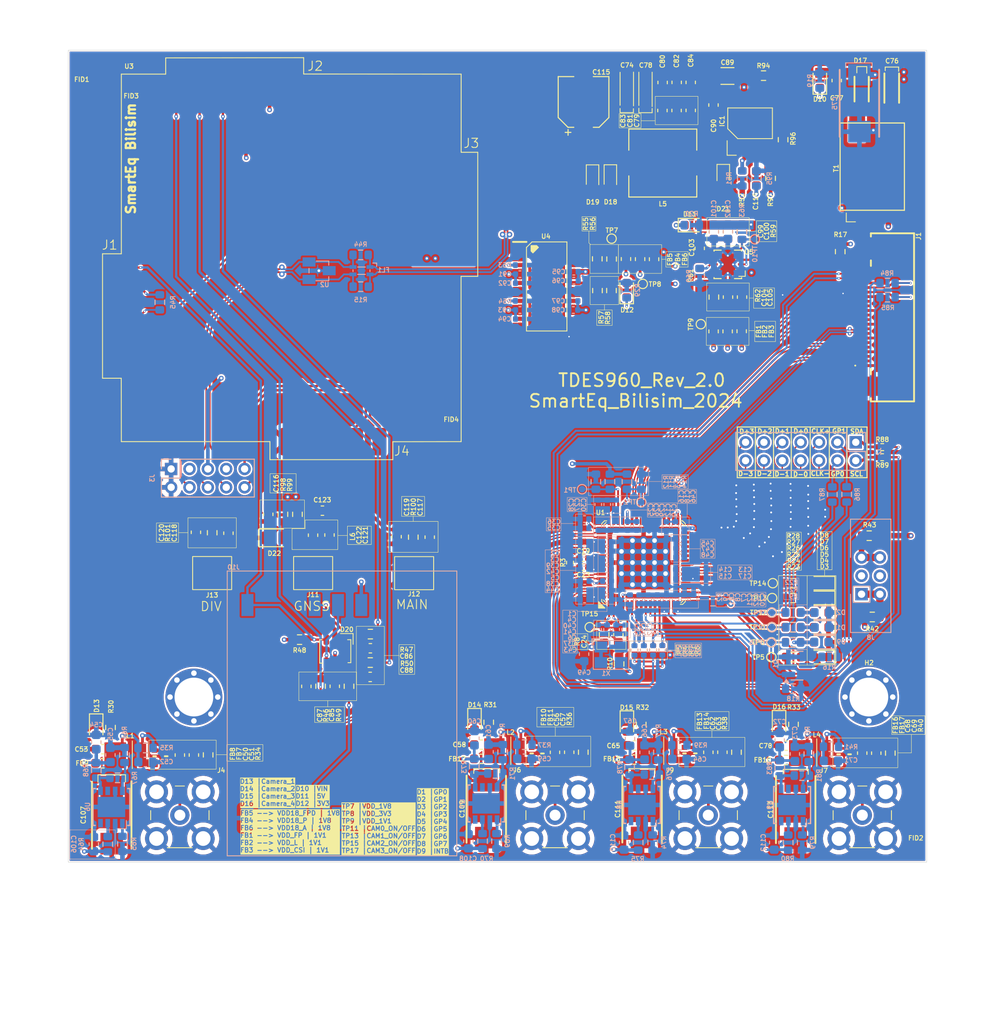
<source format=kicad_pcb>
(kicad_pcb (version 20241229) (generator "pcbnew") (generator_version "9.0")
  (layers (0 "F.Cu" signal) (4 "In1.Cu" signal "GND") (6 "In2.Cu" signal "POWER") (2 "B.Cu" signal) (13 "F.Paste" user) (15 "B.Paste" user) (5 "F.SilkS" user "F.Silkscreen") (7 "B.SilkS" user "B.Silkscreen") (1 "F.Mask" user) (3 "B.Mask" user) (25 "Edge.Cuts" user))
  (net 0 "")
  (net 1 "VDD_FP")
  (net 2 "GND")
  (net 3 "VDD_L")
  (net 4 "VDD_CSI")
  (net 5 "Net-(U1-CMLOUTP)")
  (net 6 "/CMLOUT_P")
  (net 7 "VDDIO")
  (net 8 "Net-(U1-CNLOUTN)")
  (net 9 "/CMLOUT_N")
  (net 10 "/PDB")
  (net 11 "VDD18_P")
  (net 12 "Net-(U1-VDD18_P1)")
  (net 13 "Net-(U1-VDD18_P2)")
  (net 14 "Net-(U1-VDD18_P3)")
  (net 15 "VDD18_FPD")
  (net 16 "VDD18_A")
  (net 17 "VDD_1V8")
  (net 18 "/RIN0+")
  (net 19 "/RIN0-")
  (net 20 "Net-(C51-Pad1)")
  (net 21 "Net-(C52-Pad2)")
  (net 22 "VPOC0")
  (net 23 "/RIN1+")
  (net 24 "Net-(C57-Pad1)")
  (net 25 "/RIN1-")
  (net 26 "Net-(C58-Pad2)")
  (net 27 "VPOC1")
  (net 28 "/RIN2+")
  (net 29 "Net-(C63-Pad1)")
  (net 30 "/RIN2-")
  (net 31 "Net-(C64-Pad2)")
  (net 32 "VPOC2")
  (net 33 "/RIN3+")
  (net 34 "Net-(C69-Pad1)")
  (net 35 "/RIN3-")
  (net 36 "Net-(C70-Pad2)")
  (net 37 "VPOC3")
  (net 38 "Net-(D1-A)")
  (net 39 "Net-(D2-A)")
  (net 40 "Net-(D3-A)")
  (net 41 "Net-(D4-A)")
  (net 42 "Net-(D5-A)")
  (net 43 "Net-(D6-A)")
  (net 44 "Net-(D7-A)")
  (net 45 "Net-(D8-A)")
  (net 46 "VDD_3V3")
  (net 47 "Net-(D9-K)")
  (net 48 "Net-(D10-K)")
  (net 49 "Net-(D11-K)")
  (net 50 "VDD_EXT")
  (net 51 "Net-(D12-K)")
  (net 52 "Net-(D13-K)")
  (net 53 "Net-(D14-K)")
  (net 54 "Net-(D15-K)")
  (net 55 "Net-(D16-K)")
  (net 56 "Net-(Q1-D)")
  (net 57 "/INTB")
  (net 58 "/RES")
  (net 59 "Net-(J1-Pin_20)")
  (net 60 "Net-(J1-Pin_18)")
  (net 61 "Net-(J1-Pin_17)")
  (net 62 "Net-(J1-Pin_21)")
  (net 63 "Net-(X1-OUT)")
  (net 64 "/XCLK_25MHz")
  (net 65 "/IDX")
  (net 66 "/MODE")
  (net 67 "Net-(J1-Pin_22)")
  (net 68 "/GPIO0")
  (net 69 "/GPIO1")
  (net 70 "/GPIO2")
  (net 71 "/GPIO3")
  (net 72 "/GPIO4")
  (net 73 "/GPIO5")
  (net 74 "/GPIO6")
  (net 75 "/GPIO7")
  (net 76 "Net-(FB8-Pad2)")
  (net 77 "Net-(FB10-Pad2)")
  (net 78 "Net-(FB13-Pad2)")
  (net 79 "Net-(FB16-Pad2)")
  (net 80 "Net-(J8-Pin_4)")
  (net 81 "/ALL_12")
  (net 82 "Net-(J2-Pin_2)")
  (net 83 "Net-(J2-Pin_3)")
  (net 84 "VDD5V")
  (net 85 "Net-(C95-Pad2)")
  (net 86 "Net-(C97-Pad2)")
  (net 87 "Net-(U5-SS)")
  (net 88 "Net-(C104-Pad2)")
  (net 89 "Net-(J2-Pin_1)")
  (net 90 "Net-(J2-Pin_4)")
  (net 91 "/ALL_5")
  (net 92 "/ALL_3")
  (net 93 "Net-(U4-~{1EN})")
  (net 94 "Net-(U4-~{2EN})")
  (net 95 "Net-(U4-~{1RESET})")
  (net 96 "Net-(U4-~{2RESET})")
  (net 97 "Net-(U5-EN)")
  (net 98 "Net-(U5-FB)")
  (net 99 "Net-(U5-PG)")
  (net 100 "Net-(U6-IN)")
  (net 101 "Net-(U6-ON{slash}OFF)")
  (net 102 "Net-(U6-ADJ)")
  (net 103 "Net-(U6-OUT)")
  (net 104 "Net-(U7-ON{slash}OFF)")
  (net 105 "Net-(U7-IN)")
  (net 106 "Net-(U7-OUT)")
  (net 107 "Net-(U7-ADJ)")
  (net 108 "Net-(U8-ON{slash}OFF)")
  (net 109 "Net-(U8-IN)")
  (net 110 "Net-(U8-ADJ)")
  (net 111 "Net-(U8-OUT)")
  (net 112 "Net-(U9-ON{slash}OFF)")
  (net 113 "Net-(U9-IN)")
  (net 114 "Net-(U9-ADJ)")
  (net 115 "Net-(U9-OUT)")
  (net 116 "Net-(D17-A)")
  (net 125 "VDD_1V1")
  (net 126 "Net-(FB7-Pad2)")
  (net 127 "Net-(FB10-Pad1)")
  (net 128 "Net-(FB13-Pad1)")
  (net 129 "Net-(FB16-Pad1)")
  (net 130 "/CSI0_D0N")
  (net 131 "/CSI0_D1P")
  (net 132 "/CSI0_D1N")
  (net 133 "/CSI0_D3N")
  (net 134 "/CSI0_D2N")
  (net 135 "/CSI0_D3P")
  (net 136 "/CSI0_D0P")
  (net 137 "/CSI0_D2P")
  (net 138 "/SCL")
  (net 139 "/SDA")
  (net 140 "/I2C_SCL1")
  (net 141 "/I2C_SDA1")
  (net 142 "/CSI1_CLKN")
  (net 143 "/CSI1_D0N")
  (net 144 "/CSI0_CLKN")
  (net 145 "/CSI1_D1N")
  (net 146 "/CSI0_CLKP")
  (net 147 "/CSI1_D1P")
  (net 148 "/CSI1_D0P")
  (net 149 "/CSI1_D2P")
  (net 150 "/CSI1_D2N")
  (net 151 "/CSI1_CLKP")
  (net 152 "/CSI1_D3P")
  (net 153 "/CSI1_D3N")
  (net 154 "Net-(C50-Pad1)")
  (net 155 "Net-(C56-Pad1)")
  (net 156 "Net-(C62-Pad1)")
  (net 157 "Net-(C68-Pad1)")
  (net 158 "/+3V8")
  (net 159 "/USIM_VDD")
  (net 160 "Net-(J10-CLK)")
  (net 161 "Net-(J10-RST)")
  (net 162 "Net-(J10-I{slash}O)")
  (net 163 "/VIN")
  (net 164 "Net-(IC1-BST)")
  (net 165 "Net-(D21-K)")
  (net 166 "Net-(C114-Pad2)")
  (net 167 "Net-(IC1-COMP)")
  (net 168 "Net-(J12-Pin_1)")
  (net 169 "Net-(J13-Pin_1)")
  (net 170 "/ANT_MAIN")
  (net 171 "/ANT_DIV")
  (net 172 "Net-(J11-Pin_1)")
  (net 173 "/ANT_GNSS")
  (net 174 "Net-(D22-A)")
  (net 175 "/USB_GSM_P")
  (net 176 "/USB_GSM_N")
  (net 177 "/EN3V8")
  (net 178 "/TXD")
  (net 179 "/MODEM_NET_STATUS")
  (net 180 "/RXD")
  (net 181 "Net-(L6-Pad1)")
  (net 182 "/USB_N")
  (net 183 "/USB_P")
  (net 184 "Net-(U3-CTS)")
  (net 185 "Net-(U3-RTS)")
  (net 186 "/USIM_RST")
  (net 187 "/USIM_CLK")
  (net 188 "/USIM_PRESENCE")
  (net 189 "/VDD_EXT_1V8")
  (net 190 "/USIM_DATA")
  (net 191 "Net-(IC1-FREQ)")
  (net 192 "Net-(IC1-FB)")
  (footprint "Resistor_SMD:R_0603_1608Metric" (layer "F.Cu") (at 123.675 116.425 90)
    (property "Reference" "R46")
    (property "Value" "22R")
  )
  (footprint "Capacitor_SMD:C_0603_1608Metric" (layer "F.Cu") (at 164.96 68.7475 -90)
    (property "Reference" "C103")
    (property "Value" "0.01uF/10V")
  )
  (footprint "Footprint Library:TestPoint_Pad_D0.75" (layer "F.Cu") (at 172.92 105.2)
    (property "Reference" "TP14")
    (property "Value" "DNP")
  )
  (footprint "Footprint Library:XK1PWM13-ND24-Z" (layer "F.Cu") (at 110.89 133)
    (property "Reference" "J4")
    (property "Value" "XK1PWM13-ND24-Z" (hide yes))
  )
  (footprint "Footprint Library:XK1PWM13-ND24-Z" (layer "F.Cu") (at 151.7495 133)
    (property "Reference" "J6")
    (property "Value" "XK1PWM13-ND24-Z" (hide yes))
  )
  (footprint "Footprint Library:BEADC1005X55N" (layer "F.Cu") (at 106.86 124.04 90)
    (property "Reference" "FB7")
    (property "Value" "MPZ1005F470ETD25" (hide yes))
  )
  (footprint "Footprint Library:LQH3NPN100MJRL" (layer "F.Cu") (at 144.39 123.442 180)
    (property "Reference" "L2")
    (property "Value" "LQH3NPN100MJR" (hide yes))
  )
  (footprint "Resistor_SMD:R_0603_1608Metric" (layer "F.Cu") (at 168.9605 123.605 -90)
    (property "Reference" "R38")
    (property "Value" "49.9R / %1")
  )
  (footprint "Resistor_SMD:R_0603_1608Metric" (layer "F.Cu") (at 169.56 66.9425 90)
    (property "Reference" "R59")
    (property "Value" "10K")
  )
  (footprint "Fiducial:Fiducial_0.5mm_Mask1.5mm" (layer "F.Cu") (at 97.66 48.82)
    (property "Reference" "FID1")
    (property "Value" "Fiducial")
  )
  (footprint "Footprint Library:TestPoint_Pad_D0.75" (layer "F.Cu") (at 155.365 67.69)
    (property "Reference" "TP7")
    (property "Value" "DNP")
  )
  (footprint "Resistor_SMD:R_0603_1608Metric" (layer "F.Cu") (at 164.96 71.7675 -90)
    (property "Reference" "R61")
    (property "Value" "1.87K/%1")
  )
  (footprint "Footprint Library:LQH3NPN100MJRL" (layer "F.Cu") (at 177.705 123.64 180)
    (property "Reference" "L4")
    (property "Value" "LQH3NPN100MJR" (hide yes))
  )
  (footprint "Library:CAPPM3216X180N" (layer "F.Cu") (at 185.87 51.3 -90)
    (property "Reference" "C76")
    (property "Value" "2.2uF" (hide yes))
  )
  (footprint "Resistor_SMD:R_0603_1608Metric" (layer "F.Cu") (at 175.125 113.25)
    (property "Reference" "R23")
    (property "Value" "220R")
  )
  (footprint "Capacitor_SMD:C_0603_1608Metric" (layer "F.Cu") (at 109.88 123.9075 90)
    (property "Reference" "C51")
    (property "Value" "0.015uF/25V")
  )
  (footprint "LED_SMD:LED_0603_1608Metric" (layer "F.Cu") (at 178.1925 110 180)
    (property "Reference" "D5")
    (property "Value" "LED_GREEN")
  )
  (footprint "Resistor_SMD:R_0603_1608Metric" (layer "F.Cu") (at 153.825 73.345 90)
    (property "Reference" "R57")
    (property "Value" "100K")
  )
  (footprint "Footprint Library:BEADC1005X55N" (layer "F.Cu") (at 163.3 123.73 -90)
    (property "Reference" "FB13")
    (property "Value" "MPZ1005S331ETD25" (hide yes))
  )
  (footprint "Resistor_SMD:R_0603_1608Metric" (layer "F.Cu") (at 111.87 99.71 90)
    (property "Reference" "R101")
    (property "Value" "0R")
  )
  (footprint "Resistor_SMD:R_0603_1608Metric" (layer "F.Cu") (at 121.385 111.345 180)
    (property "Reference" "R48")
    (property "Value" "51K")
  )
  (footprint "Inductor_SMD:L_0402_1005Metric" (layer "F.Cu") (at 121.165 100.255 -90)
    (property "Reference" "L6")
    (property "Value" "47nH 5%")
  )
  (footprint "Footprint Library:SS34FA" (layer "F.Cu") (at 167.52 61.79 -90)
    (property "Reference" "D21")
    (property "Value" "SS34FA" (hide yes))
  )
  (footprint "LED_SMD:LED_0603_1608Metric" (layer "F.Cu") (at 178.04 50.48 90)
    (property "Reference" "D10")
    (property "Value" "LED_RED")
  )
  (footprint "Resistor_SMD:R_0603_1608Metric" (layer "F.Cu") (at 180.26 69.105 -90)
    (property "Reference" "R17")
    (property "Value" "0R")
  )
  (footprint "Footprint Library:IPEX1-3-TXZ 214" (layer "F.Cu") (at 111.865 102.975 90)
    (property "Reference" "J13")
    (property "Value" "IPEX1-3-TXZ 214" (hide yes))
  )
  (footprint "Capacitor_SMD:C_0603_1608Metric" (layer "F.Cu") (at 149.2 123.615 90)
    (property "Reference" "C56")
    (property "Value" "0.033uF/25V")
  )
  (footprint "Capacitor_SMD:C_0603_1608Metric" (layer "F.Cu") (at 150.75 123.606 90)
    (property "Reference" "C57")
    (property "Value" "0.015uF/25V")
  )
  (footprint "Footprint Library:ESDA6V1-5SC6" (layer "F.Cu") (at 126.195 111.355 180)
    (property "Reference" "D20")
    (property "Value" "ESDA6V1-5SC6" (hide yes))
  )
  (footprint "LED_SMD:LED_0603_1608Metric" (layer "F.Cu") (at 173.6 120.5475 -90)
    (property "Reference" "D16")
    (property "Value" "LED_ORANGE")
  )
  (footprint "Library:0603_Ferrite Beads" (layer "F.Cu") (at 99.94 124.81)
    (property "Reference" "FB9")
    (property "Value" "1000ohm")
  )
  (footprint "Footprint Library:TestPoint_Pad_D0.75" (layer "F.Cu") (at 172.8125 109.99)
    (property "Reference" "TP11")
    (property "Value" "DNP")
  )
  (footprint "Capacitor_SMD:C_0402_1005Metric" (layer "F.Cu") (at 152.28 102.47)
    (property "Reference" "C19")
    (property "Value" "0.1uF")
  )
  (footprint "Resistor_SMD:R_0603_1608Metric" (layer "F.Cu") (at 183.415 100.03 180)
    (property "Reference" "R43")
    (property "Value" "0R")
  )
  (footprint "Resistor_SMD:R_0603_1608Metric" (layer "F.Cu") (at 155.365 69.91 -90)
    (property "Reference" "R56")
    (property "Value" "0R")
  )
  (footprint "Resistor_SMD:R_0603_1608Metric" (layer "F.Cu") (at 175.0975 106.81)
    (property "Reference" "R27")
    (property "Value" "220R")
  )
  (footprint "Library:CAPPM7343X310N" (layer "F.Cu") (at 100.93 130.46 -90)
    (property "Reference" "C107")
    (property "Value" "22uF" (hide yes))
  )
  (footprint "Capacitor_SMD:C_0603_1608Metric" (layer "F.Cu") (at 135.56 100.19 -90)
    (property "Reference" "C117")
    (property "Value" "DNP")
  )
  (footprint "Library:0603_Ferrite Beads" (layer "F.Cu") (at 174.365 124.45)
    (property "Reference" "FB18")
    (property "Value" "1000ohm")
  )
  (footprint "Inductor_SMD:L_7.3x7.3_H3.5" (layer "F.Cu") (at 160.94 59.46 180)
    (property "Reference" "L5")
    (property "Value" "10uH")
  )
  (footprint "Capacitor_SMD:C_0603_1608Metric" (layer "F.Cu") (at 156.1 110.82 90)
    (property "Reference" "C24")
    (property "Value" "10uF")
  )
  (footprint "Resistor_SMD:R_0603_1608Metric" (layer "F.Cu") (at 172.68 61.129 -90)
    (property "Reference" "R97")
    (property "Value" "150K")
  )
  (footprint "Capacitor_SMD:C_0603_1608Metric" (layer "F.Cu") (at 108.35 123.91 90)
    (property "Reference" "C50")
    (property "Value" "0.033uF/25V")
  )
  (footprint "Resistor_SMD:R_0603_1608Metric" (layer "F.Cu") (at 126.77 116.425 -90)
    (property "Reference" "R49")
    (property "Value" "15K")
  )
  (footprint "Footprint Library:TestPoint_Pad_D0.75" (layer "F.Cu") (at 172.805 108.4)
    (property "Reference" "TP12")
    (property "Value" "DNP")
  )
  (footprint "Resistor_SMD:R_0402_1005Metric" (layer "F.Cu") (at 157.86 112.52 -90)
    (property "Reference" "R5")
    (property "Value" "4.7K")
  )
  (footprint "Capacitor_SMD:C_0603_1608Metric" (layer "F.Cu") (at 162.45 50.68 90)
    (property "Reference" "C82")
    (property "Value" "10pF")
  )
  (footprint "Resistor_SMD:R_0603_1608Metric" (layer "F.Cu") (at 141.9833 120.3394 -90)
    (property "Reference" "R31")
    (property "Value" "470R")
  )
  (footprint "Capacitor_SMD:C_0603_1608Metric" (layer "F.Cu") (at 166.46 53.144 -90)
    (property "Reference" "C90")
    (property "Value" "100nF")
  )
  (footprint "Footprint Library:TestPoint_Pad_D0.75" (layer "F.Cu") (at 172.85 106.82)
    (property "Reference" "TP13")
    (property "Value" "DNP")
  )
  (footprint "Resistor_SMD:R_0603_1608Metric" (layer "F.Cu") (at 154.55 110.82 -90)
    (property "Reference" "R8")
    (property "Value" "10K")
  )
  (footprint "Fiducial:Fiducial_0.5mm_Mask1.5mm" (layer "F.Cu") (at 103.06 50.86)
    (property "Reference" "FID3")
    (property "Value" "Fiducial")
  )
  (footprint "Footprint Library:XK1PWM13-ND24-Z" (layer "F.Cu") (at 185.205 133)
    (property "Reference" "J7")
    (property "Value" "XK1PWM13-ND24-Z" (hide yes))
  )
  (footprint "Resistor_SMD:R_0603_1608Metric" (layer "F.Cu") (at 121.155 97.705 -90)
    (property "Reference" "R99")
    (property "Value" "10R")
  )
  (footprint "Library:CAPPM7343X310N" (layer "F.Cu") (at 158.6828 129.7852 -90)
    (property "Reference" "C111")
    (property "Value" "22uF" (hide yes))
  )
  (footprint "LED_SMD:LED_0603_1608Metric" (layer "F.Cu") (at 178.1975 113.25 180)
    (property "Reference" "D3")
    (property "Value" "LED_GREEN")
  )
  (footprint "Resistor_SMD:R_0603_1608Metric" (layer "F.Cu") (at 156.18 113.99 -90)
    (property "Reference" "R10")
    (property "Value" "0R")
  )
  (footprint "Resistor_SMD:R_0603_1608Metric" (layer "F.Cu") (at 175.17 120.57 -90)
    (property "Reference" "R33")
    (property "Value" "470R")
  )
  (footprint "LED_SMD:LED_0603_1608Metric" (layer "F.Cu") (at 140.4333 120.3269 -90)
    (property "Reference" "D14")
    (property "Value" "LED_ORANGE")
  )
  (footprint "Capacitor_SMD:C_0603_1608Metric" (layer "F.Cu") (at 131.95 100.14 -90)
    (property "Reference" "C119")
    (property "Value" "DNP")
  )
  (footprint "Resistor_SMD:R_0603_1608Metric" (layer "F.Cu") (at 175.09 105.2)
    (property "Reference" "R28")
    (property "Value" "220R")
  )
  (footprint "Capacitor_SMD:C_0603_1608Metric" (layer "F.Cu") (at 167.4305 123.605 90)
    (property "Reference" "C63")
    (property "Value" "0.015uF/25V")
  )
  (footprint "Library:ACM9070" (layer "F.Cu") (at 183.75 60.1 90)
    (property "Reference" "T1")
    (property "Value" "ACM9070-701-2PL-TL01")
  )
  (footprint "Capacitor_SMD:C_0603_1608Metric" (layer "F.Cu") (at 169.57 74.0525 90)
    (property "Reference" "C105")
    (property "Value" "10uF")
  )
  (footprint "Capacitor_SMD:C_0603_1608Metric" (layer "F.Cu") (at 163.98 50.68 90)
    (property "Reference" "C84")
    (property "Value" "0.1uF")
  )
  (footprint "LED_SMD:LED_0603_1608Metric" (layer "F.Cu") (at 178.1975 106.8 180)
    (property "Reference" "D7")
    (property "Value" "LED_GREEN")
  )
  (footprint "Footprint Library:TestPoint_Pad_D0.75" (layer "F.Cu") (at 152.98 109.99)
    (property "Reference" "TP15")
    (property "Value" "DNP")
  )
  (footprint "Footprint Library:SOP65P640X120-29N" (layer "F.Cu") (at 148.297 72.845)
    (property "Reference" "U4")
    (property "Value" "TPS767D318PWP" (hide yes))
  )
  (footprint "Capacitor_SMD:C_0603_1608Metric" (layer "F.Cu") (at 124.645 99.955 90)
    (property "Reference" "C122")
    (property "Value" "100pF")
  )
  (footprint "Library:CAPPM7343X310N" (layer "F.Cu") (at 141.7195 129.802 -90)
    (property "Reference" "C109")
    (property "Value" "22uF" (hide yes))
  )
  (footprint "Footprint Library:0603_Ferrite Beads" (layer "F.Cu") (at 158.47 69.92 90)
    (property "Reference" "FB4")
    (property "Value" "120ohm")
  )
  (footprint "Footprint Library:BEADC1005X55N" (layer "F.Cu") (at 105.6 124.04 -90)
    (property "Reference" "FB8")
    (property "Value" "MPZ1005S331ETD25" (hide yes))
  )
  (footprint "Footprint Library:IPEX1-3-TXZ 214" (layer "F.Cu") (at 122.86 102.975 90)
    (property "Reference" "J11")
    (property "Value" "IPEX1-3-TXZ 214" (hide yes))
  )
  (footprint "Footprint Library:0603_Ferrite Beads" (layer "F.Cu") (at 166.47 77.7875 -90)
    (property "Reference" "FB1")
    (property "Value" "120ohm")
  )
  (footprint "Capacitor_SMD:C_0603_1608Metric" (layer "F.Cu") (at 166.5 66.9425 90)
    (property "Reference" "C99")
    (property "Value" "4.7uF/10V")
  )
  (footprint "LED_SMD:LED_0603_1608Metric" (layer "F.Cu") (at 178.195 111.63 180)
    (property "Reference" "D4")
    (property "Value" "LED_GREEN")
  )
  (footprint "Capacitor_SMD:C_0603_1608Metric" (layer "F.Cu") (at 141.18 122.78)
    (property "Reference" "C58")
    (property "Value" "0.1uF/25V")
  )
  (footprint "Capacitor_SMD:C_1206_3216Metric" (layer "F.Cu") (at 167.98 49.984 180)
    (property "Reference" "C89")
    (property "Value" "10uF")
  )
  (footprint "Resistor_SMD:R_0603_1608Metric" (layer "F.Cu") (at 183.75 108.88)
    (property "Reference" "R42")
    (property "Value" "0R")
  )
  (footprint "Footprint Library:Screw Terminal Shinbo" (layer "F.Cu") (at 109.88 117.5975)
    (property "Reference" "H1")
    (property "Value" "M3x*0.5 L=6")
  )
  (footprint "Resistor_SMD:R_0603_1608Metric" (layer "F.Cu") (at 175.125 111.63)
    (property "Reference" "R24")
    (property "Value" "220R")
  )
  (footprint "Capacitor_SMD:C_0603_1608Metric" (layer "F.Cu") (at 160.9 53.74 -90)
    (property "Reference" "C83")
    (property "Value" "0.1uF")
  )
  (footprint "Resistor_SMD:R_0603_1608Metric" (layer "F.Cu") (at 185.715 123.7 -90)
    (property "Reference" "R40")
    (property "Value" "49.9R / %1")
  )
  (footprint "LED_SMD:LED_0603_1608Metric" (layer "F.Cu") (at 164.1075 66.2175)
    (property "Reference" "D11")
    (property "Value" "LED_RED")
  )
  (footprint "Capacitor_SMD:C_0603_1608Metric" (layer "F.Cu") (at 129.095 112.285)
    (property "Reference" "C86")
    (property "Value" "33pF")
  )
  (footprint "Footprint Library:TestPoint_Pad_D0.75" (layer "F.Cu") (at 172.76 113.25)
    (property "Reference" "TP5")
    (property "Value" "DNP")
  )
  (footprint "Capacitor_SMD:CP_Elec_5x5.4" (layer "F.Cu") (at 152.31 52.81 90)
    (property "Reference" "C115")
    (property "Value" "100uF")
  )
  (footprint "Footprint Library:QFN50P900X900X90-65N-D" (layer "F.Cu") (at 158.84 102.96 90)
    (property "Reference" "U1")
    (property "Value" "TDES960RTDR" (hide yes))
  )
  (footprint "Capacitor_SMD:C_0402_1005Metric" (layer "F.Cu") (at 152.28 103.45)
    (property "Reference" "C23")
    (property "Value" "0.1uF")
  )
  (footprint "Resistor_SMD:R_0603_1608Metric" (layer "F.Cu") (at 155.35 73.34 -90)
    (property "Reference" "R58")
    (property "Value" "0R")
  )
  (footprint "Footprint Library:TestPoint_Pad_D0.75" (layer "F.Cu") (at 172.7725 111.63)
    (property "Reference" "TP6")
    (property "Value" "DNP")
  )
  (footprint "Resistor_SMD:R_0603_1608Metric" (layer "F.Cu") (at 153.805 69.89 90)
    (property "Reference" "R55")
    (property "Value" "100K")
  )
  (footprint "Resistor_SMD:R_0402_1005Metric" (layer "F.Cu") (at 160.9 112.5 -90)
    (property "Reference" "R6")
    (property "Value" "4.7K")
  )
  (footprint "Footprint Library:0603_Ferrite Beads" (layer "F.Cu") (at 159.99 69.93 90)
    (property "Reference" "FB6")
    (property "Value" "120ohm")
  )
  (footprint "Capacitor_SMD:C_0603_1608Metric" (layer "F.Cu") (at 122.855 99.975 -90)
    (property "Reference" "C121")
    (property "Value" "DNP")
  )
  (footprint "Resistor_SMD:R_0603_1608Metric" (layer "F.Cu") (at 119.575 97.7 90)
    (property "Reference" "R98")
    (property "Value" "1K")
  )
  (footprint "Resistor_SMD:R_0603_1608Metric" (layer "F.Cu") (at 166.5 74.0525 90)
    (property "Reference" "R62")
    (property "Value" "0R")
  )
  (footprint "Resistor_SMD:R_0402_1005Metric" (layer "F.Cu") (at 184.82 91.49 180)
    (property "Reference" "R89")
    (property "Value" "0R")
  )
  (footprint "Capacitor_SMD:C_0603_1608Metric" (layer "F.Cu") (at 113.64 99.76 -90)
    (property "Reference" "C118")
    (property "Value" "DNP")
  )
  (footprint "Resistor_SMD:R_0603_1608Metric" (layer "F.Cu") (at 175.085 108.4)
    (property "Reference" "R26")
    (property "Value" "220R")
  )
  (footprint "Footprint Library:LQH3NPN100MJRL" (layer "F.Cu") (at 103.17 123.88 180)
    (property "Reference" "L1")
    (property "Value" "LQH3NPN100MJR" (hide yes))
  )
  (footprint "Capacitor_SMD:C_0603_1608Metric" (layer "F.Cu") (at 179.88 50.48 90)
    (property "Reference" "C77")
    (property "Value" "0.1uF/25V")
  )
  (footprint "LED_SMD:LED_0603_1608Metric" (layer "F.Cu") (at 178.2 105.2 180)
    (property "Reference" "D8")
    (property "Value" "LED_GREEN")
  )
  (footprint "Footprint Library:MP1584EN-LF-Z" (layer "F.Cu") (at 170.445 55.022 90)
    (property "Reference" "IC1")
    (property "Value" "MP1584EN-LF-Z" (hide yes))
  )
  (footprint "Capacitor_SMD:C_0603_1608Metric" (layer "F.Cu") (at 110.1 99.66 -90)
    (property "Reference" "C120")
    (property "Value" "DNP")
  )
  (footprint "Capacitor_SMD:C_0603_1608Metric" (layer "F.Cu") (at 174.365 122.89)
    (property "Reference" "C70")
    (property "Value" "0.1uF/25V")
  )
  (footprint "Footprint Library:LQH3NPN100MJRL" (layer "F.Cu") (at 161.04 123.43 180)
    (property "Reference" "L3")
    (property "Value" "LQH3NPN100MJR" (hide yes))
  )
  (footprint "Resistor_SMD:R_0603_1608Metric" (layer "F.Cu") (at 133.77 100.19 90)
    (property "Reference" "R100")
    (property "Value" "0R")
  )
  (footprint "Footprint Library:TestPoint_Pad_D0.75" (layer "F.Cu") (at 165.08 77.0025 -90)
    (property "Reference" "TP9")
    (property "Value" "DNP")
  )
  (footprint "Footprint Library:TDZVTR5.1" (layer "F.Cu") (at 153.28 59.77 180)
    (property "Reference" "D19")
    (property "Value" "TDZVTR5.1" (hide yes))
  )
  (footprint "Capacitor_SMD:C_0603_1608Metric" (layer "F.Cu") (at 184.185 123.705 90)
    (property "Reference" "C69")
    (property "Value" "0.015uF/25V")
  )
  (footprint "Resistor_SMD:R_0603_1608Metric" (layer "F.Cu") (at 100.8 120.91 -90)
    (property "Reference" "R30")
    (property "Value" "470R")
  )
  (footprint "Resistor_SMD:R_0402_1005Metric" (layer "F.Cu") (at 159.89 112.51 -90)
    (property "Reference" "R7")
    (property "Value" "4.7K")
  )
  (footprint "Resistor_SMD:R_0603_1608Metric" (layer "F.Cu") (at 129.095 110.745 180)
    (property "Reference" "R47")
    (property "Value" "22R")
  )
  (footprint "Library:VREG_TPS74801TDRCRQ1" (layer "F.Cu") (at 168.02 70.4925 180)
    (property "Reference" "U5")
    (property "Value" "TPS74801TDRCRQ1")
  )
  (footprint "Footprint Library:BEADC1005X55N" (layer "F.Cu") (at 164.48 123.73 90)
    (property "Reference" "FB14")
    (property "Value" "MPZ1005F470ETD25" (hide yes))
  )
  (footprint "Capacitor_SMD:C_0603_1608Metric" (layer "F.Cu") (at 123.875 97.305 180)
    (property "Reference" "C123")
    (property "Value" "DNP")
  )
  (footprint "Fiducial:Fiducial_0.5mm_Mask1.5mm" (layer "F.Cu") (at 137.9 88.71)
    (property "Reference" "FID4")
    (property "Value" "Fiducial")
  )
  (footprint "LED_SMD:LED_0603_1608Metric" (layer "F.Cu") (at 157.01 73.297493 90)
    (property "Reference" "D12")
    (property "Value" "LED_RED")
  )
  (footprint "Footprint Library:0603_Ferrite Beads" (layer "F.Cu") (at 169.53 77.76875 -90)
    (property "Reference" "FB3")
    (property "Value" "120ohm")
  )
  (footprint "Resistor_SMD:R_0603_1608Metric" (layer "F.Cu") (at 152.28 123.602 -90)
    (property "Reference" "R36")
    (property "Value" "49.9R / %1")
  )
  (footprint "Resistor_SMD:R_0603_1608Metric" (layer "F.Cu") (at 171.91 49.944)
    (property "Reference" "R94")
    (property "Value" "200K")
  )
  (footprint "Footprint Library:T490A107M006ATE500" (layer "F.Cu") (at 159.07 51.69 90)
    (property "Reference" "C78")
    (property "Value" "T490A107M006ATE500" (hide yes))
  )
  (footprint "Library:CAPPM7343X310N" (layer "F.Cu") (at 175.41 129.85 -90)
    (property "Reference" "C113")
    (property "Value" "22uF" (hide yes))
  )
  (footprint "Capacitor_SMD:C_0603_1608Metric" (layer "F.Cu") (at 122.125 116.435 -90)
    (property "Reference" "C87")
    (property "Value" "33pF")
  )
  (footprint "Capacitor_SMD:C_0603_1608Metric" (layer "F.Cu") (at 125.22 116.425 -90)
    (property "Reference" "C85")
    (property "Value" "0.1uF")
  )
  (footprint "Resistor_SMD:R_0402_1005Metric" (layer "F.Cu") (at 150.84 102.96 90)
    (property "Reference" "R3")
    (property "Value" "100R")
  )
  (footprint "Footprint Library:T490A107M006ATE500" (layer "F.Cu") (at 157.03 51.68 90)
    (property "Reference" "C74")
    (property "Value" "T490A107M006ATE500" (hide yes))
  )
  (footprint "Resistor_SMD:R_0402_1005Metric" (layer "F.Cu") (at 158.88 112.52 -90)
    (property "Reference" "R4")
    (property "Value" "4.7K")
  )
  (footprint "Library:0603_Ferrite Beads" (layer "F.Cu") (at 157.838 124.401)
    (property "Reference" "FB15")
    (property "Value" "1000ohm")
  )
  (footprint "Footprint Library:GSM_Castelled" (layer "F.Cu") (at 110.5 49.78 90)
    (property "Reference" "U3")
    (property "Value" "DNP" (hide yes))
  )
  (footprint "Footprint Library:BEADC1005X55N" (layer "F.Cu") (at 180.085 123.83 -90)
    (property "Reference" "FB16")
    (property "Value" "MPZ1005S331ETD25" (hide yes))
  )
  (footprint "Footprint Library:TDZVTR5.1" (layer "F.Cu") (at 155.22 59.76 180)
    (property "Reference" "D18")
    (property "Value" "TDZVTR5.1" (hide yes))
  )
  (footprint "Footprint Library:Screw Terminal Shinbo" (layer "F.Cu") (at 183.38 117.5975)
    (property "Reference" "H2")
    (property "Value" "M3x*0.5 L=6")
  )
  (footprint "Resistor_SMD:R_0603_1608Metric" (layer "F.Cu") (at 169.59 61.139 90)
    (property "Reference" "R52")
    (property "Value" "100K")
  )
  (footprint "Resistor_SMD:R_0603_1608Metric" (layer "F.Cu") (at 174.04 56.919 90)
    (property "Reference" "R96")
    (property "Value" "40.2K")
  )
  (footprint "Resistor_SMD:R_0603_1608Metric" (layer "F.Cu") (at 111.43 123.895 -90)
    (property "Reference" "R34")
    (property "Value" "49.9R / %1")
  )
  (footprint "Footprint Library:BEADC1005X55N" (layer "F.Cu") (at 181.275 123.83 90)
    (property "Reference" "FB17")
    (property "Value" "MPZ1005F470ETD25" (hide yes))
  )
  (footprint "Resistor_SMD:R_0603_1608Metric" (layer "F.Cu") (at 129.085 113.845 180)
    (property "Reference" "R50")
    (property "Value" "22R")
  )
  (footprint "Capacitor_SMD:C_0603_1608Metric" (layer "F.Cu") (at 165.9 123.61 90)
    (property "Reference" "C62")
    (property "Value" "0.033uF/25V")
  )
  (footprint "Footprint Library:0603_Ferrite Beads" (layer "F.Cu") (at 168 77.7875 -90)
    (property "Reference" "FB2")
    (property "Value" "120ohm")
  )
  (footprint "Footprint Library:TestPoint_Pad_D0.75" (layer "F.Cu") (at 158.76 72.617493)
    (property "Reference" "TP8")
    (property "Value" "DNP")
  )
  (footprint "Footprint Library:IPEX1-3-TXZ 214" (layer "F.Cu") (at 133.86 102.985 90)
    (property "Reference" "J12")
    (property "Value" "IPEX1-3-TXZ 214" (hide yes))
  )
  (footprint "Capacitor_SMD:C_0603_1608Metric" (layer "F.Cu") (at 168.03 66.9425 90)
    (property "Reference" "C100")
    (property "Value" "0.1uF/10V")
  )
  (footprint "Capacitor_SMD:C_0603_1608Metric" (layer "F.Cu") (at 117.975 97.705 -90)
    (property "Reference" "C116")
    (property "Value" "0.1uF")
  )
  (footprint "Capacitor_SMD:C_0603_1608Metric" (layer "F.Cu") (at 163.98 53.73 -90)
    (property "Reference" "C79")
    (property "Value" "33pF")
  )
  (footprint "Resistor_SMD:R_0603_1608Metric" (layer "F.Cu") (at 175.095 109.99)
    (property "Reference" "R25")
    (property "Value" "220R")
  )
  (footprint "Footprint Library:BEADC1005X55N" (layer "F.Cu") (at 147.83 123.742 90)
    (property "Reference" "FB11")
    (property "Value" "MPZ1005F470ETD25" (hide yes))
  )
  (footprint "Footprint Library:XK1PWM13-ND24-Z" (layer "F.Cu") (at 168.43 133)
    (property "Reference" "J9")
    (property "Value" "XK1PWM13-ND24-Z" (hide yes))
  )
  (footprint "Capacitor_SMD:C_0603_1608Metric" (layer "F.Cu") (at 99.96 123.27)
    (property "Reference" "C53")
    (property "Value" "10uF/25V")
  )
  (footprint "Capacitor_SMD:C_0603_1608Metric" (layer "F.Cu") (at 162.44 53.74 -90)
    (property "Reference" "C81")
    (property "Value" "10pF")
  )
  (footprint "LED_SMD:LED_0603_1608Metric" (layer "F.Cu") (at 178.195 108.4 180)
    (property "Reference" "D6")
    (property "Value" "LED_GREEN")
  )
  (footprint "Resistor_SMD:R_0603_1608Metric" (layer "F.Cu") (at 158.59 120.575 -90)
    (property "Reference" "R32")
    (property "Value" "470R")
  )
  (footprint "Capacitor_SMD:C_0603_1608Metric" (layer "F.Cu") (at 129.075 115.405)
    (property "Reference" "C88")
    (property "Value" "33pF")
  )
  (footprint "Resistor_SMD:R_0402_1005Metric" (layer "F.Cu") (at 184.837053 90.39 180)
    (property "Reference" "R88")
    (property "Value" "0R")
  )
  (footprint "Library:0603_Ferrite Beads" (layer "F.Cu") (at 141.18 124.33)
    (property "Reference" "FB12")
    (property "Value" "1000ohm")
  )
  (footprint "LED_SMD:LED_0603_1608Metric" (layer "F.Cu") (at 99.24 120.91625 -90)
    (property "Reference" "D13")
    (property "Value" "LED_ORANGE")
  )
  (footprint "Fiducial:Fiducial_0.5mm_Mask1.5mm" (layer "F.Cu") (at 188.47 134.17)
    (property "Reference" "FID2")
    (property "Value" "Fiducial")
  )
  (footprint "LED_SMD:LED_0603_1608Metric" (layer "F.Cu") (at 157.03 120.5825 -90)
    (property "Reference" "D15")
    (property "Value" "LED_ORANGE")
  )
  (footprint "Capacitor_SMD:C_0603_1608Metric" (layer "F.Cu") (at 157.858 122.861)
    (property "Reference" "C65")
    (property "Value" "10uF/25V")
  )
  (footprint "Capacitor_SMD:C_0603_1608Metric" (layer "F.Cu") (at 168.04 74.0525 90)
    (property "Reference" "C104")
    (property "Value" "0.1uF")
  )
  (footprint "Footprint Library:BEADC1005X55N" (layer "F.Cu") (at 146.66 123.732 -90)
    (property "Reference" "FB10")
    (property "Value" "MPZ1005S331ETD25" (hide yes))
  )
  (footprint "Footprint Library:SOD3716X145N" (layer "F.Cu") (at 182.59 51.41 -90)
    (property "Reference" "D17")
    (property "Value" "1N5819HW-7-F" (hide yes))
  )
  (footprint "Footprint Library:0603_Ferrite Beads" (layer "F.Cu") (at 156.93 69.91 90)
    (property "Reference" "FB5")
    (property "Value" "120ohm")
  )
  (footprint "Footprint Library:F32R1A7H111022" (layer "F.Cu") (at 185.95 76.26 90)
    (property "Reference" "J1")
    (property "Value" "FFC SOCKET DR_BOTTOM 0.5MM -22P" (hide yes))
  )
  (footprint "Capacitor_SMD:C_0603_1608Metric" (layer "F.Cu") (at 171.13 61.129 -90)
    (property "Reference" "C114")
    (property "Value" "220pF")
  )
  (footprint "Capacitor_SMD:C_0603_1608Metric" (layer "F.Cu") (at 160.92 50.69 90)
    (property "Reference" "C80")
    (property "Value" "33pF")
  )
  (footprint "LED_SMD:LED_0805_2012Metric" (layer "F.Cu") (at 118.635 100.27)
    (property "Reference" "D22")
    (property "Value" "LED_RED")
  )
  (footprint "Capacitor_SMD:C_0603_1608Metric" (layer "F.Cu") (at 182.655 123.7 90)
    (property "Reference" "C68")
    (property "Value" "0.033uF/25V")
  )
  (footprint "Capacitor_SMD:C_0402_1005Metric" (layer "B.Cu") (at 153.92 98.97 -90)
    (property "Reference" "C25")
    (property "Value" "0.1uF")
  )
  (footprint "Capacitor_SMD:C_0402_1005Metric" (layer "B.Cu") (at 161.32 98.99 -90)
    (property "Reference" "C16")
    (property "Value" "0.1uF")
  )
  (footprint "Resistor_SMD:R_0603_1608Metric" (layer "B.Cu") (at 179.26 123 180)
    (property "Reference" "R41")
    (property "Value" "4.02K")
  )
  (footprint "Resistor_SMD:R_0402_1005Metric" (layer "B.Cu") (at 157.37 106.98 90)
    (property "Reference" "R2")
    (property "Value" "10K")
  )
  (footprint "Footprint Library:SMD3225-4P" (layer "B.Cu") (at 155.31 112.995)
    (property "Reference" "X1")
    (property "Value" "25MHZ/100ppm/Oscillator" (hide yes))
  )
  (footprint "Capacitor_SMD:C_0402_1005Metric" (layer "B.Cu") (at 157.1 98.97 -90)
    (property "Reference" "C12")
    (property "Value" "0.01uF")
  )
  (footprint "Resistor_SMD:R_0603_1608Metric" (layer "B.Cu") (at 99.25 125.58 -90)
    (property "Reference" "R68")
    (property "Value" "0R")
  )
  (footprint "Resistor_SMD:R_0603_1608Metric" (layer "B.Cu") (at 171.13 61.129 90)
    (property "Reference" "R95")
    (property "Value" "68.1K")
  )
  (footprint "Resistor_SMD:R_0603_1608Metric" (layer "B.Cu") (at 176.12 133.435 90)
    (property "Reference" "R79")
    (property "Value" "3.24K")
  )
  (footprint "Capacitor_SMD:C_0402_1005Metric" (layer "B.Cu") (at 158.09 98.97 -90)
    (property "Reference" "C10")
    (property "Value" "0.1uF")
  )
  (footprint "Capacitor_SMD:C_0402_1005Metric" (layer "B.Cu") (at 158.37 106.96 90)
    (property "Reference" "C9")
    (property "Value" "0.1uF")
  )
  (footprint "Resistor_SMD:R_0603_1608Metric" (layer "B.Cu") (at 169.56 66.9425 90)
    (property "Reference" "R63")
    (property "Value" "100K")
  )
  (footprint "Package_TO_SOT_SMD:SOT-23" (layer "B.Cu") (at 175.56 114.18)
    (property "Reference" "Q1")
    (property "Value" "BSS138")
  )
  (footprint "Capacitor_SMD:C_0603_1608Metric" (layer "B.Cu") (at 173.07 133.435 90)
    (property "Reference" "C112")
    (property "Value" "1uF/25V")
  )
  (footprint "Resistor_SMD:R_0402_1005Metric" (layer "B.Cu") (at 145.4 70.57)
    (property "Reference" "R53")
    (property "Value" "0R")
  )
  (footprint "Capacitor_SMD:C_0402_1005Metric" (layer "B.Cu") (at 152.41 99.21 180)
    (property "Reference" "C35")
    (property "Value" "0.01uF")
  )
  (footprint "Capacitor_SMD:C_0402_1005Metric" (layer "B.Cu") (at 152.41 100.7 180)
    (property "Reference" "C2")
    (property "Value" "0.1uF")
  )
  (footprint "Resistor_SMD:R_0603_1608Metric" (layer "B.Cu") (at 155.18 94.15 -90)
    (property "Reference" "R11")
    (property "Value" "DNP")
  )
  (footprint "Capacitor_SMD:C_0603_1608Metric" (layer "B.Cu") (at 145.87 124.312 180)
    (property "Reference" "C59")
    (property "Value" "10uF/25V")
  )
  (footprint "Capacitor_SMD:C_0402_1005Metric" (layer "B.Cu") (at 155.87 96.63 90)
    (property "Reference" "C30")
    (property "Value" "0.1uF")
  )
  (footprint "Capacitor_SMD:C_0402_1005Metric" (layer "B.Cu") (at 162.83 101.41 180)
    (property "Reference" "C47")
    (property "Value" "1uF")
  )
  (footprint "Resistor_SMD:R_0603_1608Metric" (layer "B.Cu") (at 175.125 111.65 180)
    (property "Reference" "R9")
    (property "Value" "4.7K")
  )
  (footprint "Capacitor_SMD:C_0603_1608Metric" (layer "B.Cu") (at 139.7733 133.2944 90)
    (property "Reference" "C108")
    (property "Value" "1uF/25V")
  )
  (footprint "Capacitor_SMD:C_0603_1608Metric" (layer "B.Cu") (at 166.5 66.9525 90)
    (property "Reference" "C101")
    (property "Value" "1uF/10V")
  )
  (footprint "Capacitor_SMD:C_0402_1005Metric" (layer "B.Cu") (at 145.385 76.44 180)
    (property "Reference" "C94")
    (property "Value" "0.1uF/10V")
  )
  (footprint "Capacitor_SMD:C_0402_1005Metric" (layer "B.Cu") (at 161.34 106.95 90)
    (property "Reference" "C7")
    (property "Value" "10uF")
  )
  (footprint "Capacitor_SMD:C_0603_1608Metric" (layer "B.Cu") (at 175.32 123.79 -90)
    (property "Reference" "C73")
    (property "Value" "10uF/25V")
  )
  (footprint "Capacitor_SMD:C_0402_1005Metric" (layer "B.Cu") (at 156.85 110.24 -90)
    (property "Reference" "C31")
    (property "Value" "0.01uF")
  )
  (footprint "Resistor_SMD:R_0603_1608Metric" (layer "B.Cu") (at 142.8333 133.2844 90)
    (property "Reference" "R69")
    (property "Value" "3.24K")
  )
  (footprint "Resistor_SMD:R_0603_1608Metric" (layer "B.Cu") (at 104.615 123.14 180)
    (property "Reference" "R35")
    (property "Value" "4.02K")
  )
  (footprint "Capacitor_SMD:C_0402_1005Metric" (layer "B.Cu") (at 152.42 105.98 180)
    (property "Reference" "C38")
    (property "Value" "10uF")
  )
  (footprint "Capacitor_SMD:C_0402_1005Metric" (layer "B.Cu") (at 162.82 104.7 180)
    (property "Reference" "C15")
    (property "Value" "0.1uF")
  )
  (footprint "Resistor_SMD:R_0603_1608Metric" (layer "B.Cu") (at 157.04 94.15 -90)
    (property "Reference" "R13")
    (property "Value" "DNP")
  )
  (footprint "Capacitor_SMD:C_0402_1005Metric" (layer "B.Cu") (at 154.86 102.7)
    (property "Reference" "C40")
    (property "Value" "0.1uF")
  )
  (footprint "Capacitor_SMD:C_0402_1005Metric" (layer "B.Cu") (at 154.87 104.97)
    (property "Reference" "C6")
    (property "Value" "0.01uF")
  )
  (footprint "Capacitor_SMD:C_0603_1608Metric" (layer "B.Cu") (at 168.03 66.9425 90)
    (property "Reference" "C102")
    (property "Value" "4.7uF/10V")
  )
  (footprint "Capacitor_SMD:C_0603_1608Metric" (layer "B.Cu") (at 156.72 133.435 90)
    (property "Reference" "C110")
    (property "Value" "1uF/25V")
  )
  (footprint "Resistor_SMD:R_0603_1608Metric" (layer "B.Cu") (at 162.75 122.83 180)
    (property "Reference" "R39")
    (property "Value" "4.02K")
  )
  (footprint "Capacitor_SMD:C_0402_1005Metric" (layer "B.Cu") (at 164.3 106.94 90)
    (property "Reference" "C20")
    (property "Value" "1uF")
  )
  (footprint "Resistor_SMD:R_0603_1608Metric" (layer "B.Cu") (at 164.95 71.7575 -90)
    (property "Reference" "R60")
    (property "Value" "4.99K/%1")
  )
  (footprint "Resistor_SMD:R_0603_1608Metric" (layer "B.Cu") (at 178.03 50.4875 90)
    (property "Reference" "R19")
    (property "Value" "10K")
  )
  (footprint "Capacitor_SMD:C_0402_1005Metric" (layer "B.Cu") (at 162.81 103.71 180)
    (property "Reference" "C14")
    (property "Value" "1uF")
  )
  (footprint "Resistor_SMD:R_0603_1608Metric" (layer "B.Cu") (at 174.595 133.44 90)
    (property "Reference" "R80")
    (property "Value" "0R")
  )
  (footprint "Capacitor_SMD:C_0402_1005Metric" (layer "B.Cu") (at 153.91 96.63 90)
    (property "Reference" "C28")
    (property "Value" "1uF")
  )
  (footprint "Resistor_SMD:R_0603_1608Metric" (layer "B.Cu") (at 185.41 72.53)
    (property "Reference" "R85")
    (property "Value" "0R")
  )
  (footprint "Resistor_SMD:R_0603_1608Metric" (layer "B.Cu") (at 166.39 107.15 180)
    (property "Reference" "R1")
    (property "Value" "0R")
  )
  (footprint "Resistor_SMD:R_0603_1608Metric" (layer "B.Cu") (at 158.59 94.15 90)
    (property "Reference" "R14")
    (property "Value" "10K")
  )
  (footprint "Connector_PinHeader_2.00mm:PinHeader_2x05_P2.00mm_Vertical" (layer "B.Cu") (at 107.4 92.763804 -90)
    (property "Reference" "J3")
    (property "Value" "FEMALE Through Hole Pin Header")
  )
  (footprint "Library:DFN400X400X80-9N" (layer "B.Cu") (at 175.02 129.3526 90)
    (property "Reference" "U9")
    (property "Value" "LM2941LD_NOPB")
  )
  (footprint "Footprint Library:Analog power connector" (layer "B.Cu") (at 183.579903 104.399203)
    (property "Reference" "J8")
    (property "Value" "PinSocket_2x3_FEMALE_2.00mm")
  )
  (footprint "Capacitor_SMD:C_0402_1005Metric" (layer "B.Cu") (at 154.86 100.7)
    (property "Reference" "C1")
    (property "Value" "0.01uF")
  )
  (footprint "Capacitor_SMD:C_0402_1005Metric" (layer "B.Cu") (at 151.25 72.27)
    (property "Reference" "C96")
    (property "Value" "10uF")
  )
  (footprint "Resistor_SMD:R_0603_1608Metric" (layer "B.Cu") (at 169.59 61.139 -90)
    (property "Reference" "R51")
    (property "Value" "24.9K")
  )
  (footprint "Capacitor_SMD:C_0603_1608Metric" (layer "B.Cu") (at 158.95 123.615 -90)
    (property "Reference" "C66")
    (property "Value" "0.1uF/25V")
  )
  (footprint "Resistor_SMD:R_0603_1608Metric" (layer "B.Cu") (at 173.6764 125.335 -90)
    (property "Reference" "R83")
    (property "Value" "0R")
  )
  (footprint "Footprint Library:912283002" (layer "B.Cu") (at 126.01 119.38 90)
    (property "Reference" "J10")
    (property "Value" "91228-3002" (hide yes))
  )
  (footprint "Resistor_SMD:R_0603_1608Metric" (layer "B.Cu") (at 140.41 125.172 -90)
    (property "Reference" "R73")
    (property "Value" "0R")
  )
  (footprint "Footprint Library:TestPoint_Pad_D0.75" (layer "B.Cu") (at 172.745 111.65)
    (property "Reference" "TP16")
    (property "Value" "DNP")
  )
  (footprint "Resistor_SMD:R_0603_1608Metric" (layer "B.Cu") (at 180.96 95.535 90)
    (property "Reference" "R86")
    (property "Value" "0R")
  )
  (footprint "Capacitor_SMD:C_0402_1005Metric" (layer "B.Cu") (at 155.86 110.23 -90)
    (property "Reference" "C32")
    (property "Value" "0.1uF")
  )
  (footprint "Capacitor_SMD:C_0402_1005Metric" (layer "B.Cu") (at 152.44 104.97 180)
    (property "Reference" "C5")
    (property "Value" "0.1uF")
  )
  (footprint "Capacitor_SMD:C_0603_1608Metric" (layer "B.Cu") (at 162.75 124.349 180)
    (property "Reference" "C64")
    (property "Value" "0.1uF/25V")
  )
  (footprint "LED_SMD:LED_0603_1608Metric" (layer "B.Cu") (at 178.225 111.61 180)
    (property "Reference" "D9")
    (property "Value" "LED_GREEN")
  )
  (footprint "Resistor_SMD:R_0603_1608Metric" (layer "B.Cu") (at 102.1 133.585 90)
    (property "Reference" "R65")
    (property "Value" "3.24K")
  )
  (footprint "LED_SMD:LED_0603_1608Metric" (layer "B.Cu") (at 178.275714 110.02 180)
    (property "Reference" "D1")
    (property "Value" "LED_GREEN")
  )
  (footprint "Footprint Library:TestPoint_Pad_D0.75" (layer "B.Cu") (at 158.59 96.39 180)
    (property "Reference" "TP2")
    (property "Value" "DNP")
  )
  (footprint "Resistor_SMD:R_0402_1005Metric" (layer "B.Cu") (at 158.87 112.52 -90)
    (property "Reference" "R90")
    (property "Value" "0R")
  )
  (footprint "Resistor_SMD:R_0603_1608Metric" (layer "B.Cu") (at 143.5055 123.592 90)
    (property "Reference" "R72")
    (property "Value" "5.6K/%1")
  )
  (footprint "Capacitor_SMD:C_0402_1005Metric" (layer "B.Cu") (at 154.9 98.97 -90)
    (property "Reference" "C26")
    (property "Value" "0.01uF")
  )
  (footprint "Library:DFN400X400X80-9N" (layer "B.Cu") (at 100.901076 129.5674 90)
    (property "Reference" "U6")
    (property "Value" "LM2941LD_NOPB")
  )
  (footprint "Capacitor_SMD:C_0402_1005Metric" (layer "B.Cu") (at 151.205 74.48)
    (property "Reference" "C97")
    (property "Value" "0.1uF")
  )
  (footprint "Footprint Library:TestPoint_Pad_D0.75" (layer "B.Cu") (at 172.823214 109.99)
    (property "Reference" "TP3")
    (property "Value" "DNP")
  )
  (footprint "Capacitor_SMD:C_0402_1005Metric" (layer "B.Cu") (at 145.38 71.56 180)
    (property "Reference" "C91")
    (property "Value" "4.7uF/10V")
  )
  (footprint "Capacitor_SMD:C_0603_1608Metric" (layer "B.Cu") (at 99.25 122.5 -90)
    (property "Reference" "C54")
    (property "Value" "0.1uF/25V")
  )
  (footprint "Resistor_SMD:R_0603_1608Metric" (layer "B.Cu") (at 176.84 123.795 90)
    (property "Reference" "R82")
    (property "Value" "5.6K/%1")
  )
  (footprint "Capacitor_SMD:C_0402_1005Metric" (layer "B.Cu") (at 163.31 106.95 90)
    (property "Reference" "C22")
    (property "Value" "0.01uF")
  )
  (footprint "Capacitor_SMD:C_0402_1005Metric" (layer "B.Cu") (at 165.17 103.72)
    (property "Reference" "C13")
    (property "Value" "10uF")
  )
  (footprint "Capacitor_SMD:C_0402_1005Metric" (layer "B.Cu") (at 165.17 104.7)
    (property "Reference" "C17")
    (property "Value" "0.01uF")
  )
  (footprint "Capacitor_SMD:C_0603_1608Metric" (layer "B.Cu") (at 179.25 124.54 180)
    (property "Reference" "C71")
    (property "Value" "10uF/25V")
  )
  (footprint "Capacitor_SMD:C_0603_1608Metric" (layer "B.Cu") (at 100.79 123.9 -90)
    (property "Reference" "C55")
    (property "Value" "10uF/25V")
  )
  (footprint "Capacitor_SMD:C_0603_1608Metric" (layer "B.Cu") (at 140.43 122.082 -90)
    (property "Reference" "C60")
    (property "Value" "0.1uF/25V")
  )
  (footprint "Resistor_SMD:R_0402_1005Metric" (layer "B.Cu") (at 157.85 112.52 -90)
    (property "Reference" "R91")
    (property "Value" "0R")
  )
  (footprint "Capacitor_SMD:C_0603_1608Metric" (layer "B.Cu") (at 152.37 112.92 -90)
    (property "Reference" "C49")
    (property "Value" "0.1uF")
  )
  (footprint "Capacitor_SMD:C_0603_1608Metric" (layer "B.Cu") (at 98.98 133.61 90)
    (property "Reference" "C106")
    (property "Value" "1uF/25V")
  )
  (footprint "Resistor_SMD:R_0603_1608Metric" (layer "B.Cu") (at 153.65 94.15 90)
    (property "Reference" "R12")
    (property "Value" "10K")
  )
  (footprint "Resistor_SMD:R_0603_1608Metric" (layer "B.Cu") (at 145.88 122.782 180)
    (property "Reference" "R37")
    (property "Value" "4.02K")
  )
  (footprint "Resistor_SMD:R_0603_1608Metric" (layer "B.Cu") (at 160.46 123.61 90)
    (property "Reference" "R77")
    (property "Value" "5.6K/%1")
  )
  (footprint "Capacitor_SMD:C_0603_1608Metric" (layer "B.Cu") (at 104.605 124.67 180)
    (property "Reference" "C52")
    (property "Value" "0.1uF/25V")
  )
  (footprint "Capacitor_SMD:C_0402_1005Metric" (layer "B.Cu") (at 152.41 98.22 180)
    (property "Reference" "C36")
    (property "Value" "0.1uF")
  )
  (footprint "Capacitor_SMD:C_0402_1005Metric" (layer "B.Cu") (at 162.83 102.39 180)
    (property "Reference" "C48")
    (property "Value" "10uF")
  )
  (footprint "Resistor_SMD:R_0603_1608Metric" (layer "B.Cu") (at 128.045 72.92)
    (property "Reference" "R15")
    (property "Value" "DNP")
  )
  (footprint "Capacitor_SMD:C_0402_1005Metric" (layer "B.Cu") (at 152.42 102.72 180)
    (property "Reference" "C39")
    (property "Value" "0.01uF")
  )
  (footprint "Capacitor_SMD:C_0402_1005Metric" (layer "B.Cu") (at 145.385 72.54 180)
    (property "Reference" "C92")
    (property "Value" "0.1uF/10V")
  )
  (footprint "Resistor_SMD:R_0402_1005Metric" (layer "B.Cu") (at 159.88 112.51 -90)
    (property "Reference" "R93")
    (property "Value" "DNP")
  )
  (footprint "Capacitor_SMD:C_0603_1608Metric" (layer "B.Cu") (at 141.97 123.562 -90)
    (property "Reference" "C61")
    (property "Value" "10uF/25V")
  )
  (footprint "Capacitor_SMD:C_0402_1005Metric" (layer "B.Cu") (at 154.89 96.63 90)
    (property "Reference" "C27")
    (property "Value" "10uF")
  )
  (footprint "Resistor_SMD:R_0603_1608Metric" (layer "B.Cu") (at 175.165714 110)
    (property "Reference" "R21")
    (property "Value" "220R")
  )
  (footprint "Library:DFN400X400X80-9N" (layer "B.Cu") (at 158.6664 129.3426 90)
    (property "Reference" "U8")
    (property "Value" "LM2941LD_NOPB")
  )
  (footprint "Capacitor_SMD:C_0402_1005Metric" (layer "B.Cu") (at 163.29 98.98 90)
    (property "Reference" "C46")
    (property "Value" "0.1uF")
  )
  (footprint "Capacitor_SMD:C_0402_1005Metric" (layer "B.Cu") (at 151.25 71.29)
    (property "Reference" "C95")
    (property "Value" "0.1uF")
  )
  (footprint "Resistor_SMD:R_0603_1608Metric" (layer "B.Cu") (at 106.17 74.62 90)
    (property "Reference" "R45")
    (property "Value" "0R")
  )
  (footprint "Capacitor_SMD:C_0402_1005Metric" (layer "B.Cu") (at 154.87 110.23 -90)
    (property "Reference" "C34")
    (property "Value" "0.1uF")
  )
  (footprint "Resistor_SMD:R_0402_1005Metric" (layer "B.Cu") (at 145.405 74.47)
    (property "Reference" "R54")
    (property "Value" "0R")
  )
  (footprint "Resistor_SMD:R_0603_1608Metric" (layer "B.Cu") (at 141.3133 133.2844 90)
    (property "Reference" "R70")
    (property "Value" "0R")
  )
  (footprint "Resistor_SMD:R_0603_1608Metric" (layer "B.Cu") (at 175.165 108.39)
    (property "Reference" "R22")
    (property "Value" "220R")
  )
  (footprint "Resistor_SMD:R_0603_1608Metric" (layer "B.Cu") (at 159.8376 133.4314 90)
    (property "Reference" "R74")
    (property "Value" "3.24K")
  )
  (footprint "Capacitor_SMD:C_0402_1005Metric" (layer "B.Cu") (at 162.33 106.95 90)
    (property "Reference" "C21")
    (property "Value" "0.1uF")
  )
  (footprint "Resistor_SMD:R_0603_1608Metric" (layer "B.Cu") (at 175.14 116.69)
    (property "Reference" "R18")
    (property "Value" "100K")
  )
  (footprint "LED_SMD:LED_0603_1608Metric" (layer "B.Cu") (at 178.2525 108.4 180)
    (property "Reference" "D2")
    (property "Value" "LED_GREEN")
  )
  (footprint "Capacitor_SMD:C_0402_1005Metric" (layer "B.Cu") (at 153.89 110.23 -90)
    (property "Reference" "C33")
    (property "Value" "0.01uF")
  )
  (footprint "Capacitor_SMD:C_0402_1005Metric" (layer "B.Cu") (at 154.86 105.98)
    (property "Reference" "C37")
    (property "Value" "1uF")
  )
  (footprint "Footprint Library:TestPoint_Pad_D0.75" (layer "B.Cu") (at 152.15 94.97 180)
    (property "Reference" "TP1")
    (property "Value" "DNP")
  )
  (footprint "Capacitor_SMD:C_0402_1005Metric" (layer "B.Cu") (at 152.42 103.71 180)
    (property "Reference" "C42")
    (property "Value" "0.1uF")
  )
  (footprint "Library:DFN400X400X80-9N" (layer "B.Cu") (at 141.6995 129.182 90)
    (property "Reference" "U7")
    (property "Value" "LM2941LD_NOPB")
  )
  (footprint "Capacitor_SMD:C_0603_1608Metric" (layer "B.Cu") (at 173.6664 122.285 -90)
    (property "Reference" "C72")
    (property "Value" "0.1uF/25V")
  )
  (footprint "Resistor_SMD:R_0603_1608Metric" (layer "B.Cu") (at 142.7 125.912)
    (property "Reference" "R71")
    (property "Value" "34.0K/%1")
  )
  (footprint "Capacitor_SMD:C_0603_1608Metric" (layer "B.Cu") (at 157.37 122.121 -90)
    (property "Reference" "C67")
    (property "Value" "10uF/25V")
  )
  (footprint "Capacitor_SMD:C_0402_1005Metric" (layer "B.Cu") (at 154.86 103.71)
    (property "Reference" "C41")
    (property "Value" "0.01uF")
  )
  (footprint "Resistor_SMD:R_0402_1005Metric" (layer "B.Cu") (at 160.89 112.5 -90)
    (property "Reference" "R92")
    (property "Value" "DNP")
  )
  (footprint "Capacitor_SMD:C_0402_1005Metric" (layer "B.Cu") (at 155.88 98.97 -90)
    (property "Reference" "C29")
    (property "Value" "0.01uF")
  )
  (footprint "Connector_PinSocket_2.00mm:PinSocket_2x07_P2.00mm_Vertical" (layer "B.Cu") (at 181.952 89.859203 90)
    (property "Reference" "J2")
    (property "Value" "PinSocket_2x7_FEMALE_2.00mm")
  )
  (footprint "Resistor_SMD:R_0603_1608Metric" (layer "B.Cu") (at 102.32 123.905 90)
    (property "Reference" "R66")
    (property "Value" "5.6K/%1")
  )
  (footprint "Resistor_SMD:R_0603_1608Metric" (layer "B.Cu") (at 176.08 126.15)
    (property "Reference" "R81")
    (property "Value" "34.0K/%1")
  )
  (footprint "Capacitor_SMD:C_0402_1005Metric" (layer "B.Cu") (at 154.86 106.97)
    (property "Reference" "C43")
    (property "Value" "0.01uF")
  )
  (footprint "Resistor_SMD:R_0603_1608Metric" (layer "B.Cu") (at 179.4 95.545 90)
    (property "Reference" "R87")
    (property "Value" "0R")
  )
  (footprint "Resistor_SMD:R_0603_1608Metric" (layer "B.Cu") (at 185.41 74.06)
    (property "Reference" "R84")
    (property "Value" "0R")
  )
  (footprint "Footprint Library:TestPoint_Pad_D0.75" (layer "B.Cu") (at 170.97 67.7625)
    (property "Reference" "TP10")
    (property "Value" "DNP")
  )
  (footprint "Library:CAPPM7343X310N" (layer "B.Cu") (at 182.35 52.95 -90)
    (property "Reference" "C75")
    (property "Value" "22uF" (hide yes))
  )
  (footprint "Footprint Library:ACM2012-900-2P-T002" (layer "B.Cu") (at 127.205 70.78 180)
    (property "Reference" "FL1")
    (property "Value" "ACM2012-900-2P-T002" (hide yes))
  )
  (footprint "Resistor_SMD:R_0603_1608Metric" (layer "B.Cu") (at 157.32 125.25 -90)
    (property "Reference" "R78")
    (property "Value" "0R")
  )
  (footprint "Capacitor_SMD:C_0402_1005Metric" (layer "B.Cu") (at 160.34 106.95 90)
    (property "Reference" "C8")
    (property "Value" "1uF")
  )
  (footprint "Resistor_SMD:R_0603_1608Metric" (layer "B.Cu") (at 164.0975 66.2275)
    (property "Reference" "R20")
    (property "Value" "10K")
  )
  (footprint "Capacitor_SMD:C_0402_1005Metric" (layer "B.Cu") (at 151.195 75.46)
    (property "Reference" "C98")
    (property "Value" "10uF")
  )
  (footprint "Capacitor_SMD:C_0402_1005Metric" (layer "B.Cu") (at 162.3 98.99 -90)
    (property "Reference" "C18")
    (property "Value" "0.01uF")
  )
  (footprint "Resistor_SMD:R_0603_1608Metric" (layer "B.Cu") (at 159.7505 126.031)
    (property "Reference" "R76")
    (property "Value" "34.0K/%1")
  )
  (footprint "Capacitor_SMD:C_0402_1005Metric" (layer "B.Cu") (at 162.83 100.42 180)
    (property "Reference" "C45")
    (property "Value" "0.01uF")
  )
  (footprint "Resistor_SMD:R_0603_1608Metric" (layer "B.Cu") (at 128.035 69.46 180)
    (property "Reference" "R44")
    (property "Value" "DNP")
  )
  (footprint "Footprint Library:TestPoint_Pad_D0.75" (layer "B.Cu") (at 172.805 108.4)
    (property "Reference" "TP4")
    (property "Value" "DNP")
  )
  (footprint "Resistor_SMD:R_0603_1608Metric" (layer "B.Cu") (at 101.565 126.39)
    (property "Reference" "R67")
    (property "Value" "34.0K/%1")
  )
  (footprint "Footprint Library:TPET05US3" (layer "B.Cu") (at 122.41348 72.130382 90)
    (property "Reference" "U2")
    (property "Value" "TPET05US3" (hide yes))
  )
  (footprint "Capacitor_SMD:C_0402_1005Metric" (layer "B.Cu") (at 145.385 75.46 180)
    (property "Reference" "C93")
    (property "Value" "4.7uF/10V")
  )
  (footprint "Capacitor_SMD:C_0402_1005Metric" (layer "B.Cu") (at 152.42 106.97 180)
    (property "Reference" "C44")
    (property "Value" "0.1uF")
  )
  (footprint "Resistor_SMD:R_0603_1608Metric" (layer "B.Cu") (at 179.08 113.23 180)
    (property "Reference" "R16")
    (property "Value" "470R")
  )
  (footprint "Resistor_SMD:R_0603_1608Metric" (layer "B.Cu") (at 100.5 133.615 90)
    (property "Reference" "R64")
    (property "Value" "0R")
  )
  (footprint "Capacitor_SMD:C_0402_1005Metric" (layer "B.Cu") (at 152.41 101.68 180)
    (property "Reference" "C3")
    (property "Value" "1uF")
  )
  (footprint "Resistor_SMD:R_0603_1608Metric" (layer "B.Cu") (at 158.2576 133.4314 90)
    (property "Reference" "R75")
    (property "Value" "0R")
  )
  (footprint "Capacitor_SMD:C_0402_1005Metric" (layer "B.Cu") (at 154.86 101.68)
    (property "Reference" "C4")
    (property "Value" "10uF")
  )
  (footprint "Resistor_SMD:R_0603_1608Metric" (layer "B.Cu") (at 157.01 73.304993 90)
    (property "Reference" "R29")
    (property "Value" "10K")
  )
  (footprint "Capacitor_SMD:C_0402_1005Metric" (layer "B.Cu") (at 159.34 106.96 90)
    (property "Reference" "C11")
    (property "Value" "0.01uF")
  )
  (gr_rect (start 170.945 76.6875) (end 173.215 78.8975) (stroke (width 0.05)) (fill no) (layer "F.SilkS"))
  (gr_line (start 120.57 101.54) (end 125.54 101.54) (stroke (width 0.05)) (layer "F.SilkS"))
  (gr_line (start 161.46161 112.50661) (end 162.34161 112.50661) (stroke (width 0.05)) (layer "F.SilkS"))
  (gr_line (start 125.55 98.32) (end 122 98.32) (stroke (width 0.05)) (layer "F.SilkS"))
  (gr_line (start 120.57 101.37) (end 120.57 101.54) (stroke (width 0.05)) (layer "F.SilkS"))
  (gr_rect (start 126.6 98.99) (end 129.2 100.99) (stroke (width 0.05)) (fill no) (layer "F.SilkS"))
  (gr_line (start 161.265 69.937493) (end 160.815 69.937493) (stroke (width 0.05)) (layer "F.SilkS"))
  (gr_rect (start 151.114013 110.706013) (end 152.76639 112.41) (stroke (width 0.05)) (fill no) (layer "F.SilkS"))
  (gr_rect (start 160.12 52.2) (end 164.77 55.28) (stroke (width 0.05)) (fill no) (layer "F.SilkS"))
  (gr_rect (start 113.47 122.77) (end 117.39 124.58) (stroke (width 0.05)) (fill no) (layer "F.SilkS"))
  (gr_rect (start 123.03 118.655) (end 126.27 120.365) (stroke (width 0.05)) (fill no) (layer "F.SilkS"))
  (gr_rect (start 152.14 65.3) (end 153.649998 66.86) (stroke (width 0.05)) (fill no) (layer "F.SilkS"))
  (gr_rect (start 165.72 72.5275) (end 170.36 75.5675) (stroke (width 0.05)) (fill no) (layer "F.SilkS"))
  (gr_line (start 173 88.225) (end 173 93.715) (stroke (width 0.12)) (layer "F.SilkS"))
  (gr_line (start 120.57 99.27) (end 120.57 101.37) (stroke (width 0.05)) (layer "F.SilkS"))
  (gr_line (start 186.53 123.675) (end 188.01 123.675) (stroke (width 0.05)) (layer "F.SilkS"))
  (gr_line (start 152.782377 111.50402) (end 153.75 111.50402) (stroke (width 0.05)) (layer "F.SilkS"))
  (gr_line (start 130.62 113.075) (end 132.21 113.075) (stroke (width 0.05)) (layer "F.SilkS"))
  (gr_line (start 179.07 88.195) (end 179.07 93.675) (stroke (width 0.12)) (layer "F.SilkS"))
  (gr_line (start 166.285 121.99) (end 166.285 121.25) (stroke (width 0.05)) (layer "F.SilkS"))
  (gr_rect (start 177.75 99.585) (end 179.37 103.735) (stroke (width 0.05)) (fill no) (layer "F.SilkS"))
  (gr_line (start 108.21 99.7) (end 109.23 99.7) (stroke (width 0.05)) (layer "F.SilkS"))
  (gr_rect (start 171.14 65.7475) (end 173.35 68.0175) (stroke (width 0.05)) (fill no) (layer "F.SilkS"))
  (gr_line (start 119.49 96.14) (end 119.49 95.38) (stroke (width 0.05)) (layer "F.SilkS"))
  (gr_line (start 125.55 98.32) (end 125.55 101.54) (stroke (width 0.05)) (layer "F.SilkS"))
  (gr_line (start 122 99.27) (end 120.57 99.27) (stroke (width 0.05)) (layer "F.SilkS"))
  (gr_rect (start 179.46 122.06) (end 186.53 125.29) (stroke (width 0.05)) (fill no) (layer "F.SilkS"))
  (gr_rect (start 170.83 73.0575) (end 173.1 75.2675) (stroke (width 0.05)) (fill no) (layer "F.SilkS"))
  (gr_line (start 171.02 93.715) (end 169.05 93.715) (stroke (width 0.12)) (layer "F.SilkS"))
  (gr_rect (start 156.19 54.08) (end 158.57 55.63) (stroke (width 0.05)) (fill no) (layer "F.SilkS"))
  (gr_line (start 183.18 88.195) (end 171.02 88.195) (stroke (width 0.12)) (layer "F.SilkS"))
  (gr_line (start 188.01 123.675) (end 188.01 121.67) (stroke (width 0.05)) (layer "F.SilkS"))
  (gr_rect (start 161.27 69.107493) (end 163.689998 70.787493) (stroke (width 0.05)) (fill no) (layer "F.SilkS"))
  (gr_rect (start 109.23 98.08) (end 114.5 101.35) (stroke (width 0.05)) (fill no) (layer "F.SilkS"))
  (gr_line (start 154.59 75.46) (end 154.59 74.87) (stroke (width 0.05)) (layer "F.SilkS"))
  (gr_rect (start 147.23 118.72) (end 151.24 120.85) (stroke (width 0.05)) (fill no) (layer "F.SilkS"))
  (gr_line (start 171.02 93.715) (end 183.18 93.715) (stroke (width 0.12)) (layer "F.SilkS"))
  (gr_line (start 175.21 103.8) (end 175.21 104.38) (stroke (width 0.05)) (layer "F.SilkS"))
  (gr_line (start 125.55 100.01) (end 126.58 100.01) (stroke (width 0.05)) (layer "F.SilkS"))
  (gr_rect (start 185.87 119.64) (end 189.5 121.67) (stroke (width 0.05)) (fill no) (layer "F.SilkS"))
  (gr_rect (start 153.75 109.29) (end 156.92 112.40839) (stroke (width 0.05)) (fill no) (layer "F.SilkS"))
  (gr_rect (start 153.01 68.33) (end 156.103747 71.472507) (stroke (width 0.05)) (fill no) (layer "F.SilkS"))
  (gr_rect (start 121.31 114.87) (end 127.6 117.99) (stroke (width 0.05)) (fill no) (layer "F.SilkS"))
  (gr_rect (start 157.34161 111.502415) (end 161.46161 113.510805) (stroke (width 0.05)) (fill no) (layer "F.SilkS"))
  (gr_line (start 176.99 88.195) (end 176.99 93.695) (stroke (width 0.12)) (layer "F.SilkS"))
  (gr_line (start 170.915 77.7075) (end 170.32 77.7075) (stroke (width 0.05)) (layer "F.SilkS"))
  (gr_line (start 171.02 88.195) (end 169.05 88.195) (stroke (width 0.12)) (layer "F.SilkS"))
  (gr_line (start 183.18 93.715) (end 183.18 88.195) (stroke (width 0.12)) (layer "F.SilkS"))
  (gr_rect (start 162.69 121.99) (end 169.88 125.17) (stroke (width 0.05)) (fill no) (layer "F.SilkS"))
  (gr_rect (start 162.34161 111.900805) (end 165.04 113.019195) (stroke (width 0.05)) (fill no) (layer "F.SilkS"))
  (gr_line (start 124.455 117.99) (end 124.455 118.655) (stroke (width 0.05)) (layer "F.SilkS"))
  (gr_line (start 180.99 88.215) (end 180.99 93.705) (stroke (width 0.12)) (layer "F.SilkS"))
  (gr_line (start 152.894999 66.86) (end 152.894999 68.16) (stroke (width 0.05)) (layer "F.SilkS"))
  (gr_rect (start 132.21 111.89) (end 133.92 115.13) (stroke (width 0.05)) (fill no) (layer "F.SilkS"))
  (gr_rect (start 173.54 104.38) (end 176.66 114.12) (stroke (width 0.05)) (fill no) (layer "F.SilkS"))
  (gr_rect (start 174.4 99.65) (end 176.02 103.8) (stroke (width 0.05)) (fill no) (layer "F.SilkS"))
  (gr_line (start 171.02 88.21) (end 171.02 93.71) (stroke (width 0.12)) (layer "F.SilkS"))
  (gr_line (start 178.56 103.735) (end 178.56 104.38) (stroke (width 0.05)) (layer "F.SilkS"))
  (gr_line (start 149.235 120.85) (end 149.235 121.84) (stroke (width 0.05)) (layer "F.SilkS"))
  (gr_rect (start 164.45 119.18) (end 168.15 121.25) (stroke (width 0.05)) (fill no) (layer "F.SilkS"))
  (gr_rect (start 156.103747 68.35) (end 160.812507 71.472507) (stroke (width 0.05)) (fill no) (layer "F.SilkS"))
  (gr_rect (start 132.5 95.76) (end 135 97.92) (stroke (width 0.05)) (fill no) (layer "F.SilkS"))
  (gr_rect (start 153.75 75.46) (end 155.43 77.14) (stroke (width 0.05)) (fill no) (layer "F.SilkS"))
  (gr_rect (start 165.68 76.2675) (end 170.32 79.3075) (stroke (width 0.05)) (fill no) (layer "F.SilkS"))
  (gr_line (start 152.894999 68.16) (end 153.064999 68.33) (stroke (width 0.05)) (layer "F.SilkS"))
  (gr_rect (start 127.57 109.9) (end 130.62 116.25) (stroke (width 0.05)) (fill no) (layer "F.SilkS"))
  (gr_rect (start 131.06 98.48) (end 136.47 101.84) (stroke (width 0.05)) (fill no) (layer "F.SilkS"))
  (gr_rect (start 105.8 98.65) (end 108.21 100.75) (stroke (width 0.05)) (fill no) (layer "F.SilkS"))
  (gr_line (start 133.765 98.48) (end 133.765 97.92) (stroke (width 0.05)) (layer "F.SilkS"))
  (gr_line (start 169.05 88.215) (end 169.05 93.715) (stroke (width 0.12)) (layer "F.SilkS"))
  (gr_rect (start 165.74 65.3975) (end 170.35 68.4875) (stroke (width 0.05)) (fill no) (layer "F.SilkS"))
  (gr_rect (start 118.17 93.28) (end 121.01 95.38) (stroke (width 0.05)) (fill no) (layer "F.SilkS"))
  (gr_line (start 122 98.32) (end 122 99.27) (stroke (width 0.05)) (layer "F.SilkS"))
  (gr_line (start 170.83 74.1625) (end 170.36 74.1625) (stroke (width 0.05)) (layer "F.SilkS"))
  (gr_rect (start 146.06 121.86) (end 153.09 125.17) (stroke (width 0.05)) (fill no) (layer "F.SilkS"))
  (gr_rect (start 176.66 104.38) (end 179.81 114.12) (stroke (width 0.05)) (fill no) (layer "F.SilkS"))
  (gr_line (start 174.93 88.195) (end 174.93 93.715) (stroke (width 0.12)) (layer "F.SilkS"))
  (gr_line (start 112.31 123.87) (end 113.47 123.87) (stroke (width 0.05)) (layer "F.SilkS"))
  (gr_rect (start 153.027493 71.807493) (end 156.13 74.87) (stroke (width 0.05)) (fill no) (layer "F.SilkS"))
  (gr_line (start 171.14 66.8825) (end 170.365 66.8825) (stroke (width 0.05)) (layer "F.SilkS"))
  (gr_rect (start 117.06 96.14) (end 121.92 99.21) (stroke (width 0.05)) (fill no) (layer "F.SilkS"))
  (gr_rect (start 104.98 122.29) (end 112.31 125.45) (stroke (width 0.05)) (fill no) (layer "F.SilkS"))
  (gr_line (start 158.57 54.855) (end 160.1 54.855) (stroke (width 0.05)) (layer "F.SilkS"))
  (gr_rect (start 153.4 97.99) (end 158.61 99.93) (stroke (width 0.05)) (fill no) (layer "B.SilkS"))
  (gr_line (start 166.94 104.03) (end 166.15 104.03) (stroke (width 0.05)) (layer "B.SilkS"))
  (gr_rect (start 151.44 97.68) (end 153.39 99.73) (stroke (width 0.05)) (fill no) (layer "B.SilkS"))
  (gr_rect (start 157.84 109.38) (end 160.7354 110.98) (stroke (width 0.05)) (fill no) (layer "B.SilkS"))
  (gr_line (start 163.6 96.52) (end 163.6 97.99) (stroke (width 0.05)) (layer "B.SilkS"))
  (gr_rect (start 173.62 107.55) (end 176.66 112.42) (stroke (width 0.05)) (fill no) (layer "B.SilkS"))
  (gr_rect (start 166.94 103.23) (end 170.66 104.83) (stroke (width 0.05)) (fill no) (layer "B.SilkS"))
  (gr_rect (start 153.39 109.23) (end 157.38 111.17) (stroke (width 0.05)) (fill no) (layer "B.SilkS"))
  (gr_rect (start 156.84 105.98) (end 164.82 107.92) (stroke (width 0.05)) (fill no) (layer "B.SilkS"))
  (gr_line (start 166.74 106.99) (end 164.82 106.99) (stroke (width 0.05)) (layer "B.SilkS"))
  (gr_line (start 157.11 97.235) (end 157.11 97.99) (stroke (width 0.05)) (layer "B.SilkS"))
  (gr_line (start 151.44 98.705) (end 149.86 98.705) (stroke (width 0.05)) (layer "B.SilkS"))
  (gr_rect (start 174.12 104.64) (end 175.75 106.98) (stroke (width 0.05)) (fill no) (layer "B.SilkS"))
  (gr_line (start 157.38 110.2) (end 157.84 110.2) (stroke (width 0.05)) (layer "B.SilkS"))
  (gr_rect (start 160.86 93.4) (end 163.7 94.93) (stroke (width 0.05)) (fill no) (layer "B.SilkS"))
  (gr_rect (start 160.81 98) (end 163.81 99.92) (stroke (width 0.05)) (fill no) (layer "B.SilkS"))
  (gr_rect (start 96.35 132.06) (end 101.31 135.23) (stroke (width 0.05)) (fill no) (layer "B.SilkS"))
  (gr_rect (start 159.26 96.47) (end 162.52 98) (stroke (width 0.05)) (fill no) (layer "B.SilkS"))
  (gr_rect (start 150.04 108.14) (end 151.64 112.8) (stroke (width 0.05)) (fill no) (layer "B.SilkS"))
  (gr_rect (start 148.26 98.08) (end 149.86 99.5) (stroke (width 0.05)) (fill no) (layer "B.SilkS"))
  (gr_rect (start 165.03 100.41) (end 166.63 102.49) (stroke (width 0.05)) (fill no) (layer "B.SilkS"))
  (gr_rect (start 152.85 92.6) (end 159.39 95.66) (stroke (width 0.05)) (fill no) (layer "B.SilkS"))
  (gr_line (start 153.4 96.625) (end 152.69 96.625) (stroke (width 0.05)) (layer "B.SilkS"))
  (gr_rect (start 153.4 95.66) (end 156.38 97.59) (stroke (width 0.05)) (fill no) (layer "B.SilkS"))
  (gr_rect (start 148.14 101.57) (end 149.74 106.23) (stroke (width 0.05)) (fill no) (layer "B.SilkS"))
  (gr_line (start 154.86 108.28) (end 151.66 108.28) (stroke (width 0.05)) (layer "B.SilkS"))
  (gr_line (start 154.86 107.49) (end 154.86 108.28) (stroke (width 0.05)) (layer "B.SilkS"))
  (gr_rect (start 153.89 100.15) (end 155.83 107.49) (stroke (width 0.05)) (fill no) (layer "B.SilkS"))
  (gr_line (start 162.2646 112.52) (end 161.45 112.52) (stroke (width 0.05)) (layer "B.SilkS"))
  (gr_line (start 159.39 94.13) (end 160.86 94.13) (stroke (width 0.05)) (layer "B.SilkS"))
  (gr_line (start 159.26 97.235) (end 157.11 97.235) (stroke (width 0.05)) (layer "B.SilkS"))
  (gr_rect (start 162.59 94.99) (end 164.61 96.52) (stroke (width 0.05)) (fill no) (layer "B.SilkS"))
  (gr_line (start 151.46 103.81) (end 149.74 103.81) (stroke (width 0.05)) (layer "B.SilkS"))
  (gr_rect (start 161.87 99.92) (end 163.81 102.91) (stroke (width 0.05)) (fill no) (layer "B.SilkS"))
  (gr_rect (start 157.3246 111.5) (end 161.45 113.5) (stroke (width 0.05)) (fill no) (layer "B.SilkS"))
  (gr_line (start 165.03 101.45) (end 163.81 101.45) (stroke (width 0.05)) (layer "B.SilkS"))
  (gr_rect (start 162.2646 111.72) (end 165.16 113.32) (stroke (width 0.05)) (fill no) (layer "B.SilkS"))
  (gr_rect (start 151.46 100.14) (end 153.4 107.48) (stroke (width 0.05)) (fill no) (layer "B.SilkS"))
  (gr_rect (start 161.85 103.18) (end 166.15 105.21) (stroke (width 0.05)) (fill no) (layer "B.SilkS"))
  (gr_rect (start 150.54 95.87) (end 152.69 97.4) (stroke (width 0.05)) (fill no) (layer "B.SilkS"))
  (gr_rect (start 166.74 106.19) (end 172.16 107.79) (stroke (width 0.05)) (fill no) (layer "B.SilkS"))
  (gr_line (start 174.935 106.98) (end 174.935 107.55) (stroke (width 0.05)) (layer "B.SilkS"))
  (gr_rect (start 96.2 47.18) (end 189.675 135.58) (stroke (width 0.05)) (fill no) (layer "Edge.Cuts"))
  (gr_text "D-3\n" (at 169.08 93.575 0) (layer "F.SilkS") (effects (font (size 0.5 0.5) (thickness 0.125) (bold yes)) (justify left bottom)))
  (gr_text " D10 |VIN\n D11 |5V\n D12 |3V3" (at 120.52 129.48 0) (layer "F.SilkS" knockout) (effects (font (size 0.5 0.5) (thickness 0.1) (bold yes)) (justify left bottom)))
  (gr_text "MAIN" (at 131.81 108.11 0) (layer "F.SilkS") (effects (font (size 1 1) (thickness 0.1)) (justify left bottom)))
  (gr_text "D-1" (at 173.04 93.605 0) (layer "F.SilkS") (effects (font (size 0.5 0.5) (thickness 0.125) (bold yes)) (justify left bottom)))
  (gr_text "D+3\n" (at 169.2 88.975 0) (layer "F.SilkS") (effects (font (size 0.5 0.5) (thickness 0.125) (bold yes)) (justify left bottom)))
  (gr_text "D+0\n" (at 175.09 88.935 0) (layer "F.SilkS") (effects (font (size 0.5 0.5) (thickness 0.125) (bold yes)) (justify left bottom)))
  (gr_text "GP0" (at 179.15 93.605 0) (layer "F.SilkS") (effects (font (size 0.5 0.5) (thickness 0.125) (bold yes)) (justify left bottom)))
  (gr_text "DIV" (at 110.52 108.32 0) (layer "F.SilkS") (effects (font (size 1 1) (thickness 0.1)) (justify left bottom)))
  (gr_text "D-0\n" (at 175.06 93.635 0) (layer "F.SilkS") (effects (font (size 0.5 0.5) (thickness 0.125) (bold yes)) (justify left bottom)))
  (gr_text " D13 |Camera_1\n D14 |Camera_2\n D15 |Camera_3\n D16 |Camera_4" (at 114.46 129.49 0) (layer "F.SilkS" knockout) (effects (font (size 0.5 0.5) (thickness 0.1) (bold yes)) (justify left bottom)))
  (gr_text "D-2" (at 171.12 93.565 0) (layer "F.SilkS") (effects (font (size 0.5 0.5) (thickness 0.125) (bold yes)) (justify left bottom)))
  (gr_text "D+1\n" (at 173.07 88.935 0) (layer "F.SilkS") (effects (font (size 0.5 0.5) (thickness 0.125) (bold yes)) (justify left bottom)))
  (gr_text "CLK+" (at 177.04 88.945 0) (layer "F.SilkS") (effects (font (size 0.5 0.5) (thickness 0.125) (bold yes)) (justify left bottom)))
  (gr_text "GP1" (at 179.31 88.935 0) (layer "F.SilkS") (effects (font (size 0.5 0.5) (thickness 0.125) (bold yes)) (justify left bottom)))
  (gr_text " TP7 |VDD_1V8\n TP8 |VDD_3V3\n TP9 |VDD_1V1\n TP11 |CAM0_ON/OFF\n TP13 |CAM1_ON/OFF\n TP15 |CAM2_ON/OFF\n TP17 |CAM3_ON/OFF" (at 125.55 134.61 0) (layer "F.SilkS" knockout) (effects (font (size 0.5 0.5) (thickness 0.1) (bold yes)) (justify left bottom)))
  (gr_text "   TDES960_Rev_2.0\nSmartEq_Bilisim_2024\n" (at 146.22 86.18 0) (layer "F.SilkS") (effects (font (size 1.4 1.4) (thickness 0.2)) (justify left bottom)))
  (gr_text "CLK-" (at 176.99 93.545 0) (layer "F.SilkS") (effects (font (size 0.5 0.5) (thickness 0.125) (bold yes)) (justify left bottom)))
  (gr_text "D+2\n" (at 171.17 88.955 0) (layer "F.SilkS") (effects (font (size 0.5 0.5) (thickness 0.125) (bold yes)) (justify left bottom)))
  (gr_text " D1 |GP0  \n D2 |GP1\n D3 |GP2\n D4 |GP3\n D5 |GP4\n D6 |GP5\n D7 |GP6\n D8 |GP7\n D9 |INTB" (at 133.71 134.67 0) (layer "F.SilkS" knockout) (effects (font (size 0.5 0.5) (thickness 0.1) (bold yes)) (justify left bottom)))
  (gr_text "GNSS" (at 120.67 108.29 0) (layer "F.SilkS") (effects (font (size 1 1) (thickness 0.1)) (justify left bottom)))
  (gr_text "SCL" (at 181.26 93.595 0) (layer "F.SilkS") (effects (font (size 0.5 0.5) (thickness 0.125) (bold yes)) (justify left bottom)))
  (gr_text "SDA" (at 181.28 88.965 0) (layer "F.SilkS") (effects (font (size 0.5 0.5) (thickness 0.125) (bold yes)) (justify left bottom)))
  (gr_text "FB5 --> VDD18_FPD | 1V8\nFB4 --> VDD18_P | 1V8 \nFB6 --> VDD18_A | 1V8\nFB1 --> VDD_FP | 1V1\nFB2 --> VDD_L | 1V1 \nFB3 --> VDD_CSI | 1V1" (at 114.87 134.55 0) (layer "F.SilkS" knockout) (effects (font (size 0.5 0.5) (thickness 0.1) (bold yes)) (justify left bottom)))
  (segment (start 154.24 105.21) (end 153.5 105.21) (width 0.2032) (layer "F.Cu") (net 1))
  (segment (start 153.5 105.21) (end 153.49 105.2) (width 0.2032) (layer "F.Cu") (net 1))
  (segment (start 166.47 79.62) (end 166.47 78.575) (width 0.508) (layer "F.Cu") (net 1))
  (segment (start 153.47 100.71) (end 154.24 100.71) (width 0.2032) (layer "F.Cu") (net 1))
  (via (at 166.47 79.62) (size 0.508) (drill 0.254) (layers "F.Cu" "B.Cu") (net 1))
  (via (at 153.47 100.71) (size 0.254) (drill 0.1524) (layers "F.Cu" "B.Cu") (net 1))
  (via (at 153.49 105.2) (size 0.254) (drill 0.1524) (layers "F.Cu" "B.Cu") (net 1))
  (segment (start 154.04 104.97) (end 154.39 104.97) (width 0.2032) (layer "B.Cu") (net 1))
  (segment (start 153.81 105.2) (end 154.04 104.97) (width 0.2032) (layer "B.Cu") (net 1))
  (segment (start 152.92 104.97) (end 153.26 104.97) (width 0.2032) (layer "B.Cu") (net 1))
  (segment (start 153.26 104.97) (end 153.49 105.2) (width 0.2032) (layer "B.Cu") (net 1))
  (segment (start 153.49 105.2) (end 153.81 105.2) (width 0.2032) (layer "B.Cu") (net 1))
  (segment (start 172.64 122.89) (end 172.63 122.88) (width 0.3) (layer "F.Cu") (net 2))
  (segment (start 155.4 110.9) (end 156.095 111.595) (width 0.3) (layer "F.Cu") (net 2))
  (segment (start 157.083 122.861) (end 155.981 122.861) (width 0.3) (layer "F.Cu") (net 2))
  (segment (start 98.02 123.27) (end 98.01 123.26) (width 0.3) (layer "F.Cu") (net 2))
  (segment (start 156.095 111.595) (end 156.1 111.595) (width 0.3) (layer "F.Cu") (net 2))
  (segment (start 99.185 123.27) (end 98.02 123.27) (width 0.3) (layer "F.Cu") (net 2))
  (segment (start 173.59 122.89) (end 172.64 122.89) (width 0.3) (layer "F.Cu") (net 2))
  (segment (start 140.405 122.78) (end 139.3 122.78) (width 0.3) (layer "F.Cu") (net 2))
  (segment (start 155.981 122.861) (end 155.98 122.86) (width 0.3) (layer "F.Cu") (net 2))
  (via (at 168.94 94.55) (size 0.4064) (drill 0.2032) (layers "F.Cu" "B.Cu") (net 2))
  (via (at 172.94 102.27) (size 0.4064) (drill 0.2032) (layers "F.Cu" "B.Cu") (net 2))
  (via (at 176.77 98.95) (size 0.4064) (drill 0.2032) (layers "F.Cu" "B.Cu") (net 2))
  (via (at 171.45 101.2) (size 0.4064) (drill 0.2032) (layers "F.Cu" "B.Cu") (net 2))
  (via (at 174.87 96.72) (size 0.4064) (drill 0.2032) (layers "F.Cu" "B.Cu") (net 2))
  (via (at 174.5 100.93) (size 0.4064) (drill 0.2032) (layers "F.Cu" "B.Cu") (net 2))
  (via (at 170.86 95.11) (size 0.4064) (drill 0.2032) (layers "F.Cu" "B.Cu") (net 2))
  (via (at 172.68 95.15) (size 0.4064) (drill 0.2032) (layers "F.Cu" "B.Cu") (net 2))
  (via (at 123.49 71.18) (size 0.6) (drill 0.3) (layers "F.Cu" "B.Cu") (net 2))
  (via (at 172.76 98.44) (size 0.4064) (drill 0.2032) (layers "F.Cu" "B.Cu") (net 2))
  (via (at 168.01 99.14) (size 0.4064) (drill 0.2032) (layers "F.Cu" "B.Cu") (net 2))
  (via (at 170.88 95.84) (size 0.4064) (drill 0.2032) (layers "F.Cu" "B.Cu") (net 2))
  (via (at 167.33 99.15) (size 0.4064) (drill 0.2032) (layers "F.Cu" "B.Cu") (net 2))
  (via (at 178.62 97.97) (size 0.4064) (drill 0.2032) (layers "F.Cu" "B.Cu") (net 2))
  (via (at 176.76 97.06) (size 0.4064) (drill 0.2032) (layers "F.Cu" "B.Cu") (net 2))
  (via (at 155.4 110.9) (size 0.254) (drill 0.1524) (layers "F.Cu" "B.Cu") (net 2))
  (via (at 150.73 78.36) (size 0.254) (drill 0.1524) (layers "F.Cu" "B.Cu") (net 2))
  (via (at 183.87 55.89) (size 0.508) (drill 0.254) (layers "F.Cu" "B.Cu") (net 2))
  (via (at 168.93 98.44) (size 0.4064) (drill 0.2032) (layers "F.Cu" "B.Cu") (net 2))
  (via (at 172.63 122.88) (size 0.254) (drill 0.1524) (layers "F.Cu" "B.Cu") (net 2))
  (via (at 176.78 95.56) (size 0.4064) (drill 0.2032) (layers "F.Cu" "B.Cu") (net 2))
  (via (at 176.77 96.26) (size 0.4064) (drill 0.2032) (layers "F.Cu" "B.Cu") (net 2))
  (via (at 168.92 95.39) (size 0.4064) (drill 0.2032) (layers "F.Cu" "B.Cu") (net 2))
  (via (at 176.79 99.84) (size 0.4064) (drill 0.2032) (layers "F.Cu" "B.Cu") (net 2))
  (via (at 170.86 99.1) (size 0.4064) (drill 0.2032) (layers "F.Cu" "B.Cu") (net 2))
  (via (at 169.76 100.28) (size 0.4064) (drill 0.2032) (layers "F.Cu" "B.Cu") (net 2))
  (via (at 172.05 100.77) (size 0.4064) (drill 0.2032) (layers "F.Cu" "B.Cu") (net 2))
  (via (at 139.3 122.78) (size 0.254) (drill 0.1524) (layers "F.Cu" "B.Cu") (net 2))
  (via (at 168.94 96.06) (size 0.4064) (drill 0.2032) (layers "F.Cu" "B.Cu") (net 2))
  (via (at 173.4 110.8) (size 0.254) (drill 0.1524) (layers "F.Cu" "B.Cu") (net 2))
  (via (at 173.91 101.81) (size 0.4064) (drill 0.2032) (layers "F.Cu" "B.Cu") (net 2))
  (via (at 173.99 73.82) (size 0.254) (drill 0.1524) (layers "F.Cu" "B.Cu") (net 2))
  (via (at 174.81 99.93) (size 0.4064) (drill 0.2032) (layers "F.Cu" "B.Cu") (net 2))
  (via (at 172.72 99.32) (size 0.4064) (drill 0.2032) (layers "F.Cu" "B.Cu") (net 2))
  (via (at 155.98 122.86) (size 0.254) (drill 0.1524) (layers "F.Cu" "B.Cu") (net 2))
  (via (at 172.49 100.17) (size 0.4064) (drill 0.2032) (layers "F.Cu" "B.Cu") (net 2))
  (via (at 168.99 97.68) (size 0.4064) (drill 0.2032) (layers "F.Cu" "B.Cu") (net 2))
  (via (at 174.85 94.39) (size 0.4064) (drill 0.2032) (layers "F.Cu" "B.Cu") (net 2))
  (via (at 180.57 73.66) (size 0.254) (drill 0.1524) (layers "F.Cu" "B.Cu") (net 2))
  (via (at 176.76 94.61) (size 0.4064) (drill 0.2032) (layers "F.Cu" "B.Cu") (net 2))
  (via (at 174.86 95.11) (size 0.4064) (drill 0.2032) (layers "F.Cu" "B.Cu") (net 2))
  (via (at 174.86 95.91) (size 0.4064) (drill 0.2032) (layers "F.Cu" "B.Cu") (net 2))
  (via (at 168.67 99.05) (size 0.4064) (drill 0.2032) (layers "F.Cu" "B.Cu") (net 2))
  (via (at 174.85 99.07) (size 0.4064) (drill 0.2032) (layers "F.Cu" "B.Cu") (net 2))
  (via (at 176.78 97.99) (size 0.4064) (drill 0.2032) (layers "F.Cu" "B.Cu") (net 2))
  (via (at 172.75 96.74) (size 0.4064) (drill 0.2032) (layers "F.Cu" "B.Cu") (net 2))
  (via (at 172.68 94.36) (size 0.4064) (drill 0.2032) (layers "F.Cu" "B.Cu") (net 2))
  (via (at 170.89 98.22) (size 0.4064) (drill 0.2032) (layers "F.Cu" "B.Cu") (net 2))
  (via (at 174.88 97.46) (size 0.4064) (drill 0.2032) (layers "F.Cu" "B.Cu") (net 2))
  (via (at 170.85 94.47) (size 0.4064) (drill 0.2032) (layers "F.Cu" "B.Cu") (net 2))
  (via (at 98.01 123.26) (size 0.254) (drill 0.1524) (layers "F.Cu" "B.Cu") (net 2))
  (via (at 174.88 98.2) (size 0.4064) (drill 0.2032) (layers "F.Cu" "B.Cu") (net 2))
  (via (at 178.62 97.2) (size 0.4064) (drill 0.2032) (layers "F.Cu" "B.Cu") (net 2))
  (via (at 170.45 99.78) (size 0.4064) (drill 0.2032) (layers "F.Cu" "B.Cu") (net 2))
  (via (at 170.9 97.34) (size 0.4064) (drill 0.2032) (layers "F.Cu" "B.Cu") (net 2))
  (via (at 172.74 97.5) (size 0.4064) (drill 0.2032) (layers "F.Cu" "B.Cu") (net 2))
  (via (at 170.9 96.58) (size 0.4064) (drill 0.2032) (layers "F.Cu" "B.Cu") (net 2))
  (via (at 172.74 95.98) (size 0.4064) (drill 0.2032) (layers "F.Cu" "B.Cu") (net 2))
  (via (at 168.95 96.86) (size 0.4064) (drill 0.2032) (layers "F.Cu" "B.Cu") (net 2))
  (segment (start 101.307476 127.8148) (end 101.307476 129.161) (width 0.381) (layer "B.Cu") (net 2))
  (segment (start 159.0728 129.749) (end 158.6664 129.3426) (width 0.3) (layer "B.Cu") (net 2))
  (segment (start 159.0728 128.9362) (end 158.6664 129.3426) (width 0.3) (layer "B.Cu") (net 2))
  (segment (start 159.0728 131.0952) (end 159.0728 129.749) (width 0.3) (layer "B.Cu") (net 2))
  (segment (start 175.4264 127.6) (end 175.4264 128.9462) (width 0.3) (layer "B.Cu") (net 2))
  (segment (start 142.1059 128.7756) (end 141.6995 129.182) (width 0.381) (layer "B.Cu") (net 2))
  (segment (start 142.1059 127.4294) (end 142.1059 128.7756) (width 0.381) (layer "B.Cu") (net 2))
  (segment (start 175.4264 131.1052) (end 175.4264 129.759) (width 0.3) (layer "B.Cu") (net 2))
  (segment (start 101.307476 129.161) (end 100.901076 129.5674) (width 0.381) (layer "B.Cu") (net 2))
  (segment (start 159.0728 127.59) (end 159.0728 128.9362) (width 0.3) (layer "B.Cu") (net 2))
  (segment (start 124.61348 71.180382) (end 123.490382 71.180382) (width 0.3) (layer "B.Cu") (net 2))
  (segment (start 175.4264 128.9462) (end 175.02 129.3526) (width 0.3) (layer "B.Cu") (net 2))
  (segment (start 123.490382 71.180382) (end 123.49 71.18) (width 0.254) (layer "B.Cu") (net 2))
  (segment (start 175.4264 129.759) (end 175.02 129.3526) (width 0.3) (layer "B.Cu") (net 2))
  (segment (start 157.09 97.46) (end 157.09 98.36) (width 0.2032) (layer "F.Cu") (net 3))
  (segment (start 168 78.575) (end 168 79.6475) (width 0.508) (layer "F.Cu") (net 3))
  (segment (start 161.1 108.27) (end 161.09 108.26) (width 0.2032) (layer "F.Cu") (net 3))
  (segment (start 157.08 97.45) (end 157.09 97.46) (width 0.2032) (layer "F.Cu") (net 3))
  (segment (start 161.09 108.26) (end 161.09 107.56) (width 0.2032) (layer "F.Cu") (net 3))
  (via (at 157.08 97.45) (size 0.254) (drill 0.1524) (layers "F.Cu" "B.Cu") (net 3))
  (via (at 161.1 108.27) (size 0.254) (drill 0.1524) (layers "F.Cu" "B.Cu") (net 3))
  (via (at 168 79.6475) (size 0.508) (drill 0.254) (layers "F.Cu" "B.Cu") (net 3))
  (segment (start 157.08 97.45) (end 157.08 98.47) (width 0.3) (layer "B.Cu") (net 3))
  (segment (start 157.1 98.49) (end 158.09 98.49) (width 0.3) (layer "B.Cu") (net 3))
  (segment (start 157.08 98.47) (end 157.1 98.49) (width 0.3) (layer "B.Cu") (net 3))
  (segment (start 162.59 98.36) (end 162.59 97.44) (width 0.2032) (layer "F.Cu") (net 4))
  (segment (start 169.53 78.55625) (end 169.53 79.65875) (width 0.508) (layer "F.Cu") (net 4))
  (segment (start 163.44 104.71) (end 164.21 104.71) (width 0.2032) (layer "F.Cu") (net 4))
  (segment (start 164.21 104.71) (end 164.22 104.7) (width 0.2032) (layer "F.Cu") (net 4))
  (via (at 162.59 97.44) (size 0.254) (drill 0.1524) (layers "F.Cu" "B.Cu") (net 4))
  (via (at 169.53 79.65875) (size 0.508) (drill 0.254) (layers "F.Cu" "B.Cu") (net 4))
  (via (at 164.22 104.7) (size 0.254) (drill 0.1524) (layers "F.Cu" "B.Cu") (net 4))
  (segment (start 162.3 97.73) (end 162.3 98.51) (width 0.2032) (layer "B.Cu") (net 4))
  (segment (start 162.59 97.44) (end 162.3 97.73) (width 0.2032) (layer "B.Cu") (net 4))
  (segment (start 161.32 98.51) (end 162.3 98.51) (width 0.2032) (layer "B.Cu") (net 4))
  (segment (start 153 102.71) (end 152.76 102.47) (width 0.2032) (layer "F.Cu") (net 5))
  (segment (start 154.39 102.71) (end 153 102.71) (width 0.2032) (layer "F.Cu") (net 5))
  (segment (start 150.84 102.45) (end 151.78 102.45) (width 0.1524) (layer "F.Cu") (net 6))
  (segment (start 151.78 102.45) (end 151.8 102.47) (width 0.1524) (layer "F.Cu") (net 6))
  (segment (start 162.59 108.26) (end 162.59 107.56) (width 0.2032) (layer "F.Cu") (net 7))
  (via (at 162.59 108.26) (size 0.254) (drill 0.1524) (layers "F.Cu" "B.Cu") (net 7))
  (segment (start 153 103.21) (end 154.39 103.21) (width 0.2032) (layer "F.Cu") (net 8))
  (segment (start 152.76 103.45) (end 153 103.21) (width 0.2032) (layer "F.Cu") (net 8))
  (segment (start 150.86 103.45) (end 150.84 103.47) (width 0.1524) (layer "F.Cu") (net 9))
  (segment (start 151.8 103.45) (end 150.86 103.45) (width 0.1524) (layer "F.Cu") (net 9))
  (segment (start 156.1 110.045) (end 154.6 110.045) (width 0.2032) (layer "F.Cu") (net 10))
  (segment (start 152.985 109.995) (end 152.98 109.99) (width 0.2032) (layer "F.Cu") (net 10))
  (segment (start 154.55 109.995) (end 152.985 109.995) (width 0.2032) (layer "F.Cu") (net 10))
  (segment (start 156.1 110.045) (end 156.1 107.57) (width 0.2032) (layer "F.Cu") (net 10))
  (segment (start 154.55 110.165) (end 154.55 109.995) (width 0.2032) (layer "F.Cu") (net 10))
  (segment (start 154.6 110.045) (end 154.55 109.995) (width 0.2032) (layer "F.Cu") (net 10))
  (segment (start 156.1 107.57) (end 156.09 107.56) (width 0.2032) (layer "F.Cu") (net 10))
  (segment (start 155.09 97.78) (end 154.92 97.61) (width 0.2032) (layer "F.Cu") (net 11))
  (segment (start 158.47 70.7075) (end 158.47 71.61) (width 0.3) (layer "F.Cu") (net 11))
  (segment (start 155.09 98.36) (end 155.09 97.78) (width 0.2032) (layer "F.Cu") (net 11))
  (via (at 154.92 97.61) (size 0.254) (drill 0.1524) (layers "F.Cu" "B.Cu") (net 11))
  (via (at 158.47 71.61) (size 0.508) (drill 0.254) (layers "F.Cu" "B.Cu") (net 11))
  (segment (start 155.59 97.56) (end 155.59 98.36) (width 0.2032) (layer "F.Cu") (net 12))
  (via (at 155.59 97.56) (size 0.254) (drill 0.1524) (layers "F.Cu" "B.Cu") (net 12))
  (segment (start 155.59 108.98) (end 155.59 107.56) (width 0.2032) (layer "F.Cu") (net 13))
  (via (at 155.59 108.98) (size 0.254) (drill 0.1524) (layers "F.Cu" "B.Cu") (net 13))
  (segment (start 156.84 109.75) (end 156.85 109.76) (width 0.2032) (layer "B.Cu") (net 13))
  (segment (start 155.86 109.75) (end 156.84 109.75) (width 0.2032) (layer "B.Cu") (net 13))
  (segment (start 155.59 108.98) (end 155.86 109.25) (width 0.2032) (layer "B.Cu") (net 13))
  (segment (start 155.86 109.25) (end 155.86 109.75) (width 0.2032) (layer "B.Cu") (net 13))
  (segment (start 155.09 107.56) (end 155.09 108.98) (width 0.2032) (layer "F.Cu") (net 14))
  (via (at 155.09 108.98) (size 0.254) (drill 0.1524) (layers "F.Cu" "B.Cu") (net 14))
  (segment (start 155.09 108.98) (end 154.87 109.2) (width 0.2032) (layer "B.Cu") (net 14))
  (segment (start 153.89 109.75) (end 154.87 109.75) (width 0.2032) (layer "B.Cu") (net 14))
  (segment (start 154.87 109.2) (end 154.87 109.75) (width 0.2032) (layer "B.Cu") (net 14))
  (segment (start 153.4 99.21) (end 154.24 99.21) (width 0.2032) (layer "F.Cu") (net 15))
  (segment (start 154.24 106.71) (end 153.46 106.71) (width 0.2032) (layer "F.Cu") (net 15))
  (segment (start 152.89 98.7) (end 153.4 99.21) (width 0.2032) (layer "F.Cu") (net 15))
  (segment (start 152.86 98.7) (end 152.89 98.7) (width 0.2032) (layer "F.Cu") (net 15))
  (segment (start 154.24 103.71) (end 153.43 103.71) (width 0.2032) (layer "F.Cu") (net 15))
  (segment (start 156.93 70.6975) (end 156.93 71.55) (width 0.3) (layer "F.Cu") (net 15))
  (segment (start 154.24 102.21) (end 153.47 102.21) (width 0.2032) (layer "F.Cu") (net 15))
  (via (at 152.86 98.7) (size 0.254) (drill 0.1524) (layers "F.Cu" "B.Cu") (net 15))
  (via (at 156.93 71.55) (size 0.508) (drill 0.254) (layers "F.Cu" "B.Cu") (net 15))
  (via (at 153.46 106.71) (size 0.254) (drill 0.1524) (layers "F.Cu" "B.Cu") (net 15))
  (via (at 153.43 103.71) (size 0.254) (drill 0.1524) (layers "F.Cu" "B.Cu") (net 15))
  (via (at 153.47 102.21) (size 0.254) (drill 0.1524) (layers "F.Cu" "B.Cu") (net 15))
  (segment (start 152.89 99.21) (end 152.89 98.73) (width 0.2032) (layer "B.Cu") (net 15))
  (segment (start 152.892079 99.207921) (end 152.89 99.21) (width 0.2032) (layer "B.Cu") (net 15))
  (segment (start 152.86 98.7) (end 152.89 98.67) (width 0.2032) (layer "B.Cu") (net 15))
  (segment (start 152.89 98.67) (end 152.89 98.22) (width 0.2032) (layer "B.Cu") (net 15))
  (segment (start 152.89 98.73) (end 152.86 98.7) (width 0.2032) (layer "B.Cu") (net 15))
  (segment (start 164.15 99.21) (end 164.16 99.22) (width 0.2032) (layer "F.Cu") (net 16))
  (segment (start 163.44 99.21) (end 164.15 99.21) (width 0.2032) (layer "F.Cu") (net 16))
  (segment (start 162.269993 70.7175) (end 159.99 70.7175) (width 0.3) (layer "F.Cu") (net 16))
  (segment (start 162.3 70.687493) (end 162.269993 70.7175) (width 0.3) (layer "F.Cu") (net 16))
  (via (at 164.16 99.22) (size 0.254) (drill 0.1524) (layers "F.Cu" "B.Cu") (net 16))
  (via (at 162.3 70.687493) (size 0.508) (drill 0.254) (layers "F.Cu" "B.Cu") (net 16))
  (segment (start 155.365 67.69) (end 155.365 69.085) (width 0.254) (layer "F.Cu") (net 17))
  (segment (start 153.7 111.645) (end 153.2 112.145) (width 0.4) (layer "F.Cu") (net 17))
  (segment (start 154.55 111.645) (end 153.7 111.645) (width 0.4) (layer "F.Cu") (net 17))
  (via (at 151.08 92.2) (size 0.508) (drill 0.254) (layers "F.Cu" "B.Cu") (net 17))
  (via (at 161.04 69.147493) (size 0.508) (drill 0.254) (layers "F.Cu" "B.Cu") (net 17))
  (via (at 153.2 112.145) (size 0.508) (drill 0.254) (layers "F.Cu" "B.Cu") (net 17))
  (segment (start 153.2 112.145) (end 152.37 112.145) (width 0.4) (layer "B.Cu") (net 17))
  (segment (start 151.08 92.2) (end 154.8 92.2) (width 0.381) (layer "B.Cu") (net 17))
  (segment (start 154.21 112.145) (end 154.21 113.845) (width 0.4) (layer "B.Cu") (net 17))
  (segment (start 155.18 92.58) (end 155.18 93.325) (width 0.381) (layer "B.Cu") (net 17))
  (segment (start 154.8 92.2) (end 155.18 92.58) (width 0.381) (layer "B.Cu") (net 17))
  (segment (start 154.21 112.145) (end 153.2 112.145) (width 0.4) (layer "B.Cu") (net 17))
  (segment (start 155.18 93.325) (end 157.04 93.325) (width 0.381) (layer "B.Cu") (net 17))
  (segment (start 108.97655 121.961203) (end 108.97655 122.50845) (width 0.1524) (layer "F.Cu") (net 18))
  (segment (start 109.142946 121.559488) (end 109.309342 121.393092) (width 0.1524) (layer "F.Cu") (net 18))
  (segment (start 108.35 123.135) (end 108.97655 122.50845) (width 0.1524) (layer "F.Cu") (net 18))
  (segment (start 153.379699 99.8203) (end 153.489999 99.71) (width 0.1524) (layer "F.Cu") (net 18))
  (segment (start 110.112772 121.0603) (end 121.307221 121.0603) (width 0.1524) (layer "F.Cu") (net 18))
  (segment (start 150.780916 99.8203) (end 153.379699 99.8203) (width 0.1524) (layer "F.Cu") (net 18))
  (segment (start 153.489999 99.71) (end 154.24 99.71) (width 0.1524) (layer "F.Cu") (net 18))
  (segment (start 130.926618 117.075815) (end 146.344517 101.657916) (width 0.1524) (layer "F.Cu") (net 18))
  (arc (start 110.112772 121.0603) (mid 109.677959 121.146789) (end 109.309342 121.393092) (width 0.1524) (layer "F.Cu") (net 18))
  (arc (start 130.926618 117.075815) (mid 126.513201 120.024766) (end 121.307221 121.0603) (width 0.1524) (layer "F.Cu") (net 18))
  (arc (start 150.780916 99.8203) (mid 148.379954 100.29788) (end 146.344517 101.657916) (width 0.1524) (layer "F.Cu") (net 18))
  (arc (start 109.142946 121.559488) (mid 109.019794 121.743796) (end 108.97655 121.961203) (width 0.1524) (layer "F.Cu") (net 18))
  (segment (start 121.422953 121.3397) (end 110.112067 121.3397) (width 0.1524) (layer "F.Cu") (net 19))
  (segment (start 131.04235 117.355215) (end 146.501166 101.896399) (width 0.1524) (layer "F.Cu") (net 19))
  (segment (start 109.25695 122.017716) (end 109.25695 122.50945) (width 0.1524) (layer "F.Cu") (net 19))
  (segment (start 153.489999 100.21) (end 154.24 100.21) (width 0.1524) (layer "F.Cu") (net 19))
  (segment (start 109.382179 121.715387) (end 109.507408 121.590158) (width 0.1524) (layer "F.Cu") (net 19))
  (segment (start 153.379699 100.0997) (end 153.489999 100.21) (width 0.1524) (layer "F.Cu") (net 19))
  (segment (start 109.88 123.1325) (end 109.25695 122.50945) (width 0.1524) (layer "F.Cu") (net 19))
  (segment (start 150.838782 100.0997) (end 153.379699 100.0997) (width 0.1524) (layer "F.Cu") (net 19))
  (arc (start 150.838782 100.0997) (mid 148.491281 100.566646) (end 146.501166 101.896399) (width 0.1524) (layer "F.Cu") (net 19))
  (arc (start 131.04235 117.355215) (mid 126.628933 120.304166) (end 121.422953 121.3397) (width 0.1524) (layer "F.Cu") (net 19))
  (arc (start 110.112067 121.3397) (mid 109.784827 121.404791) (end 109.507408 121.590158) (width 0.1524) (layer "F.Cu") (net 19))
  (arc (start 109.382179 121.715387) (mid 109.289495 121.854096) (end 109.25695 122.017716) (width 0.1524) (layer "F.Cu") (net 19))
  (segment (start 109.88 124.6825) (end 111.3925 124.6825) (width 0.3) (layer "F.Cu") (net 20))
  (segment (start 111.3925 124.6825) (end 111.43 124.72) (width 0.3) (layer "F.Cu") (net 20))
  (segment (start 102.08 121.83) (end 102.08 123.87) (width 0.3) (layer "F.Cu") (net 21))
  (segment (start 102.08 123.87) (end 102.07 123.88) (width 0.3) (layer "F.Cu") (net 21))
  (via (at 102.08 121.83) (size 0.508) (drill 0.254) (layers "F.Cu" "B.Cu") (net 21))
  (segment (start 103.79 122.36) (end 103.79 123.14) (width 0.3) (layer "B.Cu") (net 21))
  (segment (start 102.08 121.83) (end 103.26 121.83) (width 0.3) (layer "B.Cu") (net 21))
  (segment (start 103.83 123.18) (end 103.79 123.14) (width 0.3) (layer "B.Cu") (net 21))
  (segment (start 103.83 124.67) (end 103.83 123.18) (width 0.3) (layer "B.Cu") (net 21))
  (segment (start 103.26 121.83) (end 103.79 122.36) (width 0.3) (layer "B.Cu") (net 21))
  (segment (start 97.895 126.455) (end 97.895 124.755) (width 0.3) (layer "F.Cu") (net 22))
  (segment (start 98.8 127.36) (end 97.895 126.455) (width 0.3) (layer "F.Cu") (net 22))
  (segment (start 97.895 124.755) (end 97.585 124.755) (width 0.3) (layer "F.Cu") (net 22))
  (segment (start 100.93 127.36) (end 98.8 127.36) (width 0.3) (layer "F.Cu") (net 22))
  (segment (start 96.97 122.39) (end 97.65625 121.70375) (width 0.3) (layer "F.Cu") (net 22))
  (segment (start 97.585 124.755) (end 96.97 124.14) (width 0.3) (layer "F.Cu") (net 22))
  (segment (start 97.65625 121.70375) (end 99.24 121.70375) (width 0.3) (layer "F.Cu") (net 22))
  (segment (start 97.895 124.755) (end 99.0975 124.755) (width 0.3) (layer "F.Cu") (net 22))
  (segment (start 99.0975 124.755) (end 99.1525 124.81) (width 0.3) (layer "F.Cu") (net 22))
  (segment (start 96.97 124.14) (end 96.97 122.39) (width 0.3) (layer "F.Cu") (net 22))
  (via (at 97.895 124.755) (size 0.508) (drill 0.254) (layers "F.Cu" "B.Cu") (net 22))
  (segment (start 99.25 123.275) (end 99.25 124.755) (width 0.381) (layer "B.Cu") (net 22))
  (segment (start 97.895 124.755) (end 99.25 124.755) (width 0.3) (layer "B.Cu") (net 22))
  (segment (start 100.71 124.755) (end 100.79 124.675) (width 0.381) (layer "B.Cu") (net 22))
  (segment (start 99.25 124.755) (end 100.71 124.755) (width 0.381) (layer "B.Cu") (net 22))
  (segment (start 153.379699 101.3203) (end 153.489999 101.21) (width 0.1524) (layer "F.Cu") (net 23))
  (segment (start 150.124299 101.3203) (end 153.379699 101.3203) (width 0.1524) (layer "F.Cu") (net 23))
  (segment (start 153.489999 101.21) (end 154.24 101.21) (width 0.1524) (layer "F.Cu") (net 23))
  (segment (start 147.2703 115.810955) (end 147.2703 104.174299) (width 0.1524) (layer "F.Cu") (net 23))
  (segment (start 149.8398 121.198783) (end 149.8398 122.2002) (width 0.1524) (layer "F.Cu") (net 23))
  (segment (start 148.55505 118.912616) (end 149.131691 119.489257) (width 0.1524) (layer "F.Cu") (net 23))
  (segment (start 149.2 122.84) (end 149.8398 122.2002) (width 0.1524) (layer "F.Cu") (net 23))
  (arc (start 149.131691 119.489257) (mid 149.655768 120.273594) (end 149.8398 121.198783) (width 0.1524) (layer "F.Cu") (net 23))
  (arc (start 150.124299 101.3203) (mid 149.03212 101.537547) (end 148.106217 102.156217) (width 0.1524) (layer "F.Cu") (net 23))
  (arc (start 148.106217 102.156217) (mid 147.487547 103.08212) (end 147.2703 104.174299) (width 0.1524) (layer "F.Cu") (net 23))
  (arc (start 147.2703 115.810955) (mid 147.604195 117.489561) (end 148.55505 118.912616) (width 0.1524) (layer "F.Cu") (net 23))
  (segment (start 150.75 124.381) (end 152.234 124.381) (width 0.3) (layer "F.Cu") (net 24))
  (segment (start 152.234 124.381) (end 152.28 124.427) (width 0.3) (layer "F.Cu") (net 24))
  (segment (start 149.370173 119.332607) (end 148.83445 118.796884) (width 0.1524) (layer "F.Cu") (net 25))
  (segment (start 150.1243 101.5997) (end 153.379699 101.5997) (width 0.1524) (layer "F.Cu") (net 25))
  (segment (start 147.5497 104.1743) (end 147.5497 115.695223) (width 0.1524) (layer "F.Cu") (net 25))
  (segment (start 153.379699 101.5997) (end 153.489999 101.71) (width 0.1524) (layer "F.Cu") (net 25))
  (segment (start 150.1192 121.140917) (end 150.1192 122.2002) (width 0.1524) (layer "F.Cu") (net 25))
  (segment (start 150.75 122.831) (end 150.1192 122.2002) (width 0.1524) (layer "F.Cu") (net 25))
  (segment (start 153.489999 101.71) (end 154.24 101.71) (width 0.1524) (layer "F.Cu") (net 25))
  (arc (start 147.5497 115.695223) (mid 147.883595 117.373829) (end 148.83445 118.796884) (width 0.1524) (layer "F.Cu") (net 25))
  (arc (start 149.370173 119.332607) (mid 149.924534 120.162266) (end 150.1192 121.140917) (width 0.1524) (layer "F.Cu") (net 25))
  (arc (start 148.303783 102.353783) (mid 147.745679 103.189043) (end 147.5497 104.1743) (width 0.1524) (layer "F.Cu") (net 25))
  (arc (start 150.1243 101.5997) (mid 149.139043 101.795679) (end 148.303783 102.353783) (width 0.1524) (layer "F.Cu") (net 25))
  (segment (start 143.2933 123.4387) (end 143.29 123.442) (width 0.3) (layer "F.Cu") (net 26))
  (segment (start 143.2933 121.4094) (end 143.2933 123.4387) (width 0.3) (layer "F.Cu") (net 26))
  (via (at 143.2933 121.4094) (size 0.508) (drill 0.254) (layers "F.Cu" "B.Cu") (net 26))
  (segment (start 143.2933 121.4094) (end 144.4633 121.4094) (width 0.3) (layer "B.Cu") (net 26))
  (segment (start 145.095 122.822) (end 145.055 122.782) (width 0.3) (layer "B.Cu") (net 26))
  (segment (start 145.095 124.312) (end 145.095 122.822) (width 0.3) (layer "B.Cu") (net 26))
  (segment (start 145.055 122.0011) (end 145.055 122.782) (width 0.3) (layer "B.Cu") (net 26))
  (segment (start 144.4633 121.4094) (end 145.055 122.0011) (width 0.3) (layer "B.Cu") (net 26))
  (segment (start 138.6756 121.1144) (end 138.01 121.78) (width 0.3) (layer "F.Cu") (net 27))
  (segment (start 139.24 124.33) (end 140.3925 124.33) (width 0.3) (layer "F.Cu") (net 27))
  (segment (start 141.7195 126.702) (end 140.202 126.702) (width 0.3) (layer "F.Cu") (net 27))
  (segment (start 138.01 121.78) (end 138.01 123.72) (width 0.3) (layer "F.Cu") (net 27))
  (segment (start 140.4333 121.1144) (end 138.6756 121.1144) (width 0.3) (layer "F.Cu") (net 27))
  (segment (start 139.24 124.33) (end 139.24 125.74) (width 0.3) (layer "F.Cu") (net 27))
  (segment (start 140.6308 120.9169) (end 140.4333 121.1144) (width 0.3) (layer "F.Cu") (net 27))
  (segment (start 138.62 124.33) (end 139.24 124.33) (width 0.3) (layer "F.Cu") (net 27))
  (segment (start 139.24 125.74) (end 140.202 126.702) (width 0.3) (layer "F.Cu") (net 27))
  (segment (start 138.01 123.72) (end 138.62 124.33) (width 0.3) (layer "F.Cu") (net 27))
  (via (at 139.24 124.33) (size 0.508) (drill 0.254) (layers "F.Cu" "B.Cu") (net 27))
  (segment (start 140.41 122.877) (end 140.43 122.857) (width 0.3) (layer "B.Cu") (net 27))
  (segment (start 140.41 124.347) (end 140.41 122.877) (width 0.3) (layer "B.Cu") (net 27))
  (segment (start 139.24 124.33) (end 139.257 124.347) (width 0.3) (layer "B.Cu") (net 27))
  (segment (start 139.257 124.347) (end 140.41 124.347) (width 0.3) (layer "B.Cu") (net 27))
  (segment (start 140.42 124.337) (end 140.41 124.347) (width 0.3) (layer "B.Cu") (net 27))
  (segment (start 141.97 124.337) (end 140.42 124.337) (width 0.3) (layer "B.Cu") (net 27))
  (segment (start 166.52805 120.590459) (end 166.52805 122.20695) (width 0.1524) (layer "F.Cu") (net 28))
  (segment (start 148.9803 113.868299) (end 148.9803 107.686431) (width 0.1524) (layer "F.Cu") (net 28))
  (segment (start 153.379699 104.3203) (end 153.489999 104.21) (width 0.1524) (layer "F.Cu") (net 28))
  (segment (start 163.95729 118.0197) (end 153.1317 118.0197) (width 0.1524) (layer "F.Cu") (net 28))
  (segment (start 149.966217 105.306217) (end 150.09386 105.178573) (width 0.1524) (layer "F.Cu") (net 28))
  (segment (start 165.9 122.835) (end 166.52805 122.20695) (width 0.1524) (layer "F.Cu") (net 28))
  (segment (start 153.489999 104.21) (end 154.24 104.21) (width 0.1524) (layer "F.Cu") (net 28))
  (segment (start 152.165916 104.3203) (end 153.379699 104.3203) (width 0.1524) (layer "F.Cu") (net 28))
  (arc (start 150.196217 116.803783) (mid 149.296306 115.456971) (end 148.9803 113.868299) (width 0.1524) (layer "F.Cu") (net 28))
  (arc (start 165.775092 118.772658) (mid 166.332362 119.606672) (end 166.52805 120.590459) (width 0.1524) (layer "F.Cu") (net 28))
  (arc (start 150.09386 105.178573) (mid 151.044527 104.543357) (end 152.165916 104.3203) (width 0.1524) (layer "F.Cu") (net 28))
  (arc (start 153.1317 118.0197) (mid 151.543028 117.703693) (end 150.196217 116.803783) (width 0.1524) (layer "F.Cu") (net 28))
  (arc (start 165.775092 118.772658) (mid 164.941077 118.215387) (end 163.95729 118.0197) (width 0.1524) (layer "F.Cu") (net 28))
  (arc (start 148.9803 107.686431) (mid 149.236531 106.398268) (end 149.966217 105.306217) (width 0.1524) (layer "F.Cu") (net 28))
  (segment (start 167.4305 124.38) (end 168.9105 124.38) (width 0.3) (layer "F.Cu") (net 29))
  (segment (start 168.9105 124.38) (end 168.9605 124.43) (width 0.381) (layer "F.Cu") (net 29))
  (segment (start 163.957291 117.7403) (end 153.131701 117.7403) (width 0.1524) (layer "F.Cu") (net 30))
  (segment (start 166.80745 120.590458) (end 166.80745 122.20695) (width 0.1524) (layer "F.Cu") (net 30))
  (segment (start 153.379699 104.5997) (end 153.489999 104.71) (width 0.1524) (layer "F.Cu") (net 30))
  (segment (start 149.2597 113.868298) (end 149.2597 107.686432) (width 0.1524) (layer "F.Cu") (net 30))
  (segment (start 150.163782 105.503782) (end 150.250509 105.417056) (width 0.1524) (layer "F.Cu") (net 30))
  (segment (start 152.223782 104.5997) (end 153.379699 104.5997) (width 0.1524) (layer "F.Cu") (net 30))
  (segment (start 153.489999 104.71) (end 154.24 104.71) (width 0.1524) (layer "F.Cu") (net 30))
  (segment (start 167.4305 122.83) (end 166.80745 122.20695) (width 0.1524) (layer "F.Cu") (net 30))
  (arc (start 153.131701 117.7403) (mid 151.64995 117.445561) (end 150.393783 116.606217) (width 0.1524) (layer "F.Cu") (net 30))
  (arc (start 150.250509 105.417056) (mid 151.155854 104.812123) (end 152.223782 104.5997) (width 0.1524) (layer "F.Cu") (net 30))
  (arc (start 165.972658 118.575092) (mid 166.590494 119.499749) (end 166.80745 120.590458) (width 0.1524) (layer "F.Cu") (net 30))
  (arc (start 149.2597 107.686432) (mid 149.494663 106.50519) (end 150.163782 105.503782) (width 0.1524) (layer "F.Cu") (net 30))
  (arc (start 165.972658 118.575092) (mid 165.047999 117.957255) (end 163.957291 117.7403) (width 0.1524) (layer "F.Cu") (net 30))
  (arc (start 150.393783 116.606217) (mid 149.554438 115.350049) (end 149.2597 113.868298) (width 0.1524) (layer "F.Cu") (net 30))
  (segment (start 160 123.37) (end 159.94 123.43) (width 0.3) (layer "F.Cu") (net 31))
  (segment (start 160 121.38) (end 160 123.37) (width 0.3) (layer "F.Cu") (net 31))
  (via (at 160 121.38) (size 0.508) (drill 0.254) (layers "F.Cu" "B.Cu") (net 31))
  (segment (start 161.925 122.055) (end 161.25 121.38) (width 0.3) (layer "B.Cu") (net 31))
  (segment (start 161.925 122.83) (end 161.925 122.055) (width 0.3) (layer "B.Cu") (net 31))
  (segment (start 161.975 124.349) (end 161.975 122.88) (width 0.3) (layer "B.Cu") (net 31))
  (segment (start 161.975 122.88) (end 161.925 122.83) (width 0.3) (layer "B.Cu") (net 31))
  (segment (start 161.25 121.38) (end 160 121.38) (width 0.3) (layer "B.Cu") (net 31))
  (segment (start 155.931 124.401) (end 157.0505 124.401) (width 0.3) (layer "F.Cu") (net 32))
  (segment (start 155.05 122.11) (end 155.05 123.52) (width 0.3) (layer "F.Cu") (net 32))
  (segment (start 158.6828 126.6852) (end 156.9952 126.6852) (width 0.3) (layer "F.Cu") (net 32))
  (segment (start 155.931 125.621) (end 155.931 124.401) (width 0.3) (layer "F.Cu") (net 32))
  (segment (start 155.05 123.52) (end 155.931 124.401) (width 0.3) (layer "F.Cu") (net 32))
  (segment (start 157.03 121.37) (end 155.79 121.37) (width 0.3) (layer "F.Cu") (net 32))
  (segment (start 156.9952 126.6852) (end 155.931 125.621) (width 0.3) (layer "F.Cu") (net 32))
  (segment (start 155.79 121.37) (end 155.05 122.11) (width 0.3) (layer "F.Cu") (net 32))
  (via (at 155.931 124.401) (size 0.508) (drill 0.254) (layers "F.Cu" "B.Cu") (net 32))
  (segment (start 157.37 122.896) (end 157.37 124.375) (width 0.3) (layer "B.Cu") (net 32))
  (segment (start 157.37 124.375) (end 157.32 124.425) (width 0.3) (layer "B.Cu") (net 32))
  (segment (start 157.32 124.425) (end 155.955 124.425) (width 0.3) (layer "B.Cu") (net 32))
  (segment (start 157.32 124.425) (end 158.915 124.425) (width 0.3) (layer "B.Cu") (net 32))
  (segment (start 155.955 124.425) (end 155.931 124.401) (width 0.3) (layer "B.Cu") (net 32))
  (segment (start 158.915 124.425) (end 158.95 124.39) (width 0.3) (layer "B.Cu") (net 32))
  (segment (start 153.379699 105.8203) (end 152.382461 105.8203) (width 0.1524) (layer "F.Cu") (net 33))
  (segment (start 153.489999 105.71) (end 153.379699 105.8203) (width 0.1524) (layer "F.Cu") (net 33))
  (segment (start 154.106639 116.4897) (end 171.776305 116.4897) (width 0.1524) (layer "F.Cu") (net 33))
  (segment (start 173.284219 116.4897) (end 171.776305 116.4897) (width 0.1524) (layer "F.Cu") (net 33))
  (segment (start 182.704782 121.3397) (end 181.292134 121.3397) (width 0.1524) (layer "F.Cu") (net 33))
  (segment (start 154.24 105.71) (end 153.489999 105.71) (width 0.1524) (layer "F.Cu") (net 33))
  (segment (start 183.2778 122.3022) (end 182.655 122.925) (width 0.1524) (layer "F.Cu") (net 33))
  (segment (start 150.4503 107.752461) (end 150.4503 112.83336) (width 0.1524) (layer "F.Cu") (net 33))
  (segment (start 175.85839 117.555956) (end 178.475407 120.172973) (width 0.1524) (layer "F.Cu") (net 33))
  (segment (start 183.2778 121.912717) (end 183.2778 122.3022) (width 0.1524) (layer "F.Cu") (net 33))
  (arc (start 175.85839 117.555956) (mid 174.67735 116.76681) (end 173.284219 116.4897) (width 0.1524) (layer "F.Cu") (net 33))
  (arc (start 151.016217 106.386217) (mid 150.597377 107.013055) (end 150.4503 107.752461) (width 0.1524) (layer "F.Cu") (net 33))
  (arc (start 151.521217 115.418783) (mid 152.707418 116.211377) (end 154.106639 116.4897) (width 0.1524) (layer "F.Cu") (net 33))
  (arc (start 152.382461 105.8203) (mid 151.643055 105.967377) (end 151.016217 106.386217) (width 0.1524) (layer "F.Cu") (net 33))
  (arc (start 183.109967 121.507533) (mid 182.924066 121.383318) (end 182.704782 121.3397) (width 0.1524) (layer "F.Cu") (net 33))
  (arc (start 183.109967 121.507533) (mid 183.234181 121.693433) (end 183.2778 121.912717) (width 0.1524) (layer "F.Cu") (net 33))
  (arc (start 150.4503 112.83336) (mid 150.728622 114.23258) (end 151.521217 115.418783) (width 0.1524) (layer "F.Cu") (net 33))
  (arc (start 178.475407 120.172973) (mid 179.767732 121.036477) (end 181.292134 121.3397) (width 0.1524) (layer "F.Cu") (net 33))
  (segment (start 184.185 124.48) (end 185.67 124.48) (width 0.3) (layer "F.Cu") (net 34))
  (segment (start 185.67 124.48) (end 185.715 124.525) (width 0.3) (layer "F.Cu") (net 34))
  (segment (start 153.379699 106.0997) (end 152.382462 106.0997) (width 0.1524) (layer "F.Cu") (net 35))
  (segment (start 154.24 106.21) (end 153.489999 106.21) (width 0.1524) (layer "F.Cu") (net 35))
  (segment (start 173.399951 116.2103) (end 171.892037 116.2103) (width 0.1524) (layer "F.Cu") (net 35))
  (segment (start 183.5572 122.3022) (end 184.185 122.93) (width 0.1524) (layer "F.Cu") (net 35))
  (segment (start 150.7297 107.752462) (end 150.7297 112.833359) (width 0.1524) (layer "F.Cu") (net 35))
  (segment (start 153.489999 106.21) (end 153.379699 106.0997) (width 0.1524) (layer "F.Cu") (net 35))
  (segment (start 183.5572 121.912716) (end 183.5572 122.3022) (width 0.1524) (layer "F.Cu") (net 35))
  (segment (start 175.974122 117.276556) (end 178.591139 119.893573) (width 0.1524) (layer "F.Cu") (net 35))
  (segment (start 181.407866 121.0603) (end 182.704783 121.0603) (width 0.1524) (layer "F.Cu") (net 35))
  (segment (start 154.10664 116.2103) (end 171.892037 116.2103) (width 0.1524) (layer "F.Cu") (net 35))
  (arc (start 152.382462 106.0997) (mid 151.749977 106.225509) (end 151.213783 106.583783) (width 0.1524) (layer "F.Cu") (net 35))
  (arc (start 175.974122 117.276556) (mid 174.793082 116.48741) (end 173.399951 116.2103) (width 0.1524) (layer "F.Cu") (net 35))
  (arc (start 183.307533 121.309967) (mid 183.492313 121.58651) (end 183.5572 121.912716) (width 0.1524) (layer "F.Cu") (net 35))
  (arc (start 151.718783 115.221217) (mid 152.814341 115.953245) (end 154.10664 116.2103) (width 0.1524) (layer "F.Cu") (net 35))
  (arc (start 178.591139 119.893573) (mid 179.883464 120.757077) (end 181.407866 121.0603) (width 0.1524) (layer "F.Cu") (net 35))
  (arc (start 151.213783 106.583783) (mid 150.855509 107.119977) (end 150.7297 107.752462) (width 0.1524) (layer "F.Cu") (net 35))
  (arc (start 183.307533 121.309967) (mid 183.030989 121.125186) (end 182.704783 121.0603) (width 0.1524) (layer "F.Cu") (net 35))
  (arc (start 150.7297 112.833359) (mid 150.986754 114.125658) (end 151.718783 115.221217) (width 0.1524) (layer "F.Cu") (net 35))
  (segment (start 176.67 123.575) (end 176.605 123.64) (width 0.3) (layer "F.Cu") (net 36))
  (segment (start 176.67 121.66) (end 176.67 123.575) (width 0.3) (layer "F.Cu") (net 36))
  (via (at 176.67 121.66) (size 0.508) (drill 0.254) (layers "F.Cu" "B.Cu") (net 36))
  (segment (start 178.435 123) (end 178.435 122.185) (width 0.3) (layer "B.Cu") (net 36))
  (segment (start 177.91 121.66) (end 176.67 121.66) (width 0.3) (layer "B.Cu") (net 36))
  (segment (start 178.435 122.185) (end 177.91 121.66) (width 0.3) (layer "B.Cu") (net 36))
  (segment (start 178.435 124.5) (end 178.475 124.54) (width 0.3) (layer "B.Cu") (net 36))
  (segment (start 178.435 123) (end 178.435 124.5) (width 0.3) (layer "B.Cu") (net 36))
  (segment (start 173.28 126.75) (end 175.41 126.75) (width 0.3) (layer "F.Cu") (net 37))
  (segment (start 172.61 124.45) (end 171.88 123.72) (width 0.3) (layer "F.Cu") (net 37))
  (segment (start 172.61 124.45) (end 172.61 126.08) (width 0.3) (layer "F.Cu") (net 37))
  (segment (start 171.88 123.72) (end 171.88 122.1) (width 0.3) (layer "F.Cu") (net 37))
  (segment (start 171.88 122.1) (end 172.645 121.335) (width 0.3) (layer "F.Cu") (net 37))
  (segment (start 172.61 126.08) (end 173.28 126.75) (width 0.3) (layer "F.Cu") (net 37))
  (segment (start 173.5775 124.45) (end 172.61 124.45) (width 0.3) (layer "F.Cu") (net 37))
  (segment (start 172.645 121.335) (end 173.6 121.335) (width 0.3) (layer "F.Cu") (net 37))
  (via (at 172.61 124.45) (size 0.508) (drill 0.254) (layers "F.Cu" "B.Cu") (net 37))
  (segment (start 173.6664 124.5) (end 173.6764 124.51) (width 0.3) (layer "B.Cu") (net 37))
  (segment (start 175.265 124.51) (end 175.32 124.565) (width 0.3) (layer "B.Cu") (net 37))
  (segment (start 173.6164 124.45) (end 172.61 124.45) (width 0.3) (layer "B.Cu") (net 37))
  (segment (start 173.6664 123.06) (end 173.6664 124.5) (width 0.3) (layer "B.Cu") (net 37))
  (segment (start 173.6764 124.51) (end 173.6164 124.45) (width 0.3) (layer "B.Cu") (net 37))
  (segment (start 173.6764 124.51) (end 175.265 124.51) (width 0.3) (layer "B.Cu") (net 37))
  (segment (start 177.488214 110.02) (end 176.010714 110.02) (width 0.381) (layer "B.Cu") (net 38))
  (segment (start 176.010714 110.02) (end 175.990714 110) (width 0.381) (layer "B.Cu") (net 38))
  (segment (start 176 108.4) (end 175.99 108.39) (width 0.381) (layer "B.Cu") (net 39))
  (segment (start 177.465 108.4) (end 176 108.4) (width 0.381) (layer "B.Cu") (net 39))
  (segment (start 175.95 113.25) (end 177.41 113.25) (width 0.3) (layer "F.Cu") (net 40))
  (segment (start 177.4075 111.63) (end 175.95 111.63) (width 0.381) (layer "F.Cu") (net 41))
  (segment (start 175.92 109.99) (end 177.395 109.99) (width 0.381) (layer "F.Cu") (net 42))
  (segment (start 177.395 109.99) (end 177.405 110) (width 0.381) (layer "F.Cu") (net 42))
  (segment (start 177.4075 108.4) (end 175.91 108.4) (width 0.381) (layer "F.Cu") (net 43))
  (segment (start 175.9325 106.8) (end 175.9225 106.81) (width 0.381) (layer "F.Cu") (net 44))
  (segment (start 177.41 106.8) (end 175.9325 106.8) (width 0.381) (layer "F.Cu") (net 44))
  (segment (start 177.4125 105.2) (end 175.915 105.2) (width 0.381) (layer "F.Cu") (net 45))
  (segment (start 156.9425 72.509993) (end 158.6525 72.509993) (width 0.3) (layer "F.Cu") (net 46))
  (segment (start 187.96 100.03) (end 184.24 100.03) (width 0.6) (layer "F.Cu") (net 46))
  (segment (start 181.39 68.28) (end 180.26 68.28) (width 0.4) (layer "F.Cu") (net 46))
  (segment (start 156.93 72.497493) (end 156.9425 72.509993) (width 0.3) (layer "F.Cu") (net 46))
  (segment (start 158.6525 72.509993) (end 158.76 72.617493) (width 0.3) (layer "F.Cu") (net 46))
  (segment (start 157.004993 72.515) (end 157.01 72.509993) (width 0.254) (layer "F.Cu") (net 46))
  (segment (start 162.297 72.617493) (end 158.76 72.617493) (width 0.4) (layer "F.Cu") (net 46))
  (segment (start 155.35 72.515) (end 157.004993 72.515) (width 0.254) (layer "F.Cu") (net 46))
  (via (at 175.223 111.65) (size 0.254) (drill 0.1524) (layers "F.Cu" "B.Cu") (net 46))
  (via (at 187.96 100.03) (size 0.508) (drill 0.254) (layers "F.Cu" "B.Cu") (net 46))
  (via (at 161.73 113.01) (size 0.508) (drill 0.254) (layers "F.Cu" "B.Cu") (net 46))
  (via (at 162.297 72.617493) (size 0.508) (drill 0.254) (layers "F.Cu" "B.Cu") (net 46))
  (via (at 168.35 107.48) (size 0.508) (drill 0.254) (layers "F.Cu" "B.Cu") (net 46))
  (via (at 181.39 68.28) (size 0.508) (drill 0.254) (layers "F.Cu" "B.Cu") (net 46))
  (segment (start 167.215 107.15) (end 168.02 107.15) (width 0.6) (layer "B.Cu") (net 46))
  (segment (start 177.3975 111.65) (end 177.4375 111.61) (width 0.4) (layer "B.Cu") (net 46))
  (segment (start 175.95 111.65) (end 175.223 111.65) (width 0.4) (layer "B.Cu") (net 46))
  (segment (start 168.02 107.15) (end 168.35 107.48) (width 0.6) (layer "B.Cu") (net 46))
  (segment (start 175.95 111.65) (end 177.3975 111.65) (width 0.4) (layer "B.Cu") (net 46))
  (segment (start 179.905 113.23) (end 179.905 112.5025) (width 0.4) (layer "B.Cu") (net 47))
  (segment (start 179.905 112.5025) (end 179.0125 111.61) (width 0.4) (layer "B.Cu") (net 47))
  (segment (start 178.06 51.2875) (end 178.04 51.2675) (width 0.254) (layer "F.Cu") (net 48))
  (segment (start 178.04 51.2675) (end 178.04 52.2) (width 0.254) (layer "F.Cu") (net 48))
  (via (at 178.04 52.2) (size 0.254) (drill 0.1524) (layers "F.Cu" "B.Cu") (net 48))
  (segment (start 178.04 52.2) (end 178.04 51.3225) (width 0.254) (layer "B.Cu") (net 48))
  (segment (start 178.04 51.3225) (end 178.03 51.3125) (width 0.254) (layer "B.Cu") (net 48))
  (segment (start 162.39 66.2275) (end 163.31 66.2275) (width 0.4) (layer "F.Cu") (net 49))
  (segment (start 163.31 66.2275) (end 163.32 66.2175) (width 0.4) (layer "F.Cu") (net 49))
  (via (at 162.39 66.2275) (size 0.508) (drill 0.254) (layers "F.Cu" "B.Cu") (net 49))
  (segment (start 163.2725 66.2275) (end 162.39 66.2275) (width 0.4) (layer "B.Cu") (net 49))
  (via (at 138.6 134.07) (size 0.508) (drill 0.254) (layers "F.Cu" "B.Cu") (net 50))
  (via (at 184.06 49.85) (size 0.508) (drill 0.254) (layers "F.Cu" "B.Cu") (net 50))
  (via (at 155.61 134.21) (size 0.508) (drill 0.254) (layers "F.Cu" "B.Cu") (net 50))
  (via (at 187.19 50.35) (size 0.508) (drill 0.254) (layers "F.Cu" "B.Cu") (net 50))
  (via (at 172.19 134.21) (size 0.254) (drill 0.1524) (layers "F.Cu" "B.Cu") (net 50))
  (via (at 97.95 134.4) (size 0.508) (drill 0.254) (layers "F.Cu" "B.Cu") (net 50))
  (via (at 187.19 49.56) (size 0.508) (drill 0.254) (layers "F.Cu" "B.Cu") (net 50))
  (segment (start 158.2576 134.2564) (end 156.7664 134.2564) (width 0.381) (layer "B.Cu") (net 50))
  (segment (start 173.07 134.21) (end 174.54 134.21) (width 0.3) (layer "B.Cu") (net 50))
  (segment (start 98.98 134.385) (end 97.965 134.385) (width 0.381) (layer "B.Cu") (net 50))
  (segment (start 173.07 134.21) (end 172.19 134.21) (width 0.3) (layer "B.Cu") (net 50))
  (segment (start 139.7733 134.0694) (end 141.2733 134.0694) (width 0.381) (layer "B.Cu") (net 50))
  (segment (start 98.98 134.385) (end 100.445 134.385) (width 0.381) (layer "B.Cu") (net 50))
  (segment (start 156.72 134.21) (end 155.61 134.21) (width 0.381) (layer "B.Cu") (net 50))
  (segment (start 156.7664 134.2564) (end 156.72 134.21) (width 0.381) (layer "B.Cu") (net 50))
  (segment (start 138.6006 134.0694) (end 139.7733 134.0694) (width 0.381) (layer "B.Cu") (net 50))
  (segment (start 174.54 134.21) (end 174.595 134.265) (width 0.3) (layer "B.Cu") (net 50))
  (segment (start 182.35 49.85) (end 184.06 49.85) (width 0.6) (layer "B.Cu") (net 50))
  (segment (start 97.965 134.385) (end 97.95 134.4) (width 0.381) (layer "B.Cu") (net 50))
  (segment (start 138.6 134.07) (end 138.6006 134.0694) (width 0.381) (layer "B.Cu") (net 50))
  (segment (start 141.2733 134.0694) (end 141.3133 134.1094) (width 0.381) (layer "B.Cu") (net 50))
  (segment (start 100.445 134.385) (end 100.5 134.44) (width 0.381) (layer "B.Cu") (net 50))
  (segment (start 157.01 74.084993) (end 157.01 75.077493) (width 0.254) (layer "F.Cu") (net 51))
  (via (at 157.01 75.077493) (size 0.254) (drill 0.1524) (layers "F.Cu" "B.Cu") (net 51))
  (segment (start 157.01 74.129993) (end 157.01 75.077493) (width 0.254) (layer "B.Cu") (net 51))
  (segment (start 99.24 120.12875) (end 100.75625 120.12875) (width 0.3) (layer "F.Cu") (net 52))
  (segment (start 100.75625 120.12875) (end 100.8 120.085) (width 0.3) (layer "F.Cu") (net 52))
  (segment (start 141.9583 119.5394) (end 141.9833 119.5144) (width 0.3) (layer "F.Cu") (net 53))
  (segment (start 140.4333 119.5394) (end 141.9583 119.5394) (width 0.3) (layer "F.Cu") (net 53))
  (segment (start 157.03 119.795) (end 158.545 119.795) (width 0.381) (layer "F.Cu") (net 54))
  (segment (start 158.545 119.795) (end 158.59 119.75) (width 0.381) (layer "F.Cu") (net 54))
  (segment (start 173.6 119.76) (end 175.155 119.76) (width 0.3) (layer "F.Cu") (net 55))
  (segment (start 175.155 119.76) (end 175.17 119.745) (width 0.381) (layer "F.Cu") (net 55))
  (segment (start 177.305 114.18) (end 178.255 113.23) (width 0.4) (layer "B.Cu") (net 56))
  (segment (start 176.4975 114.18) (end 177.305 114.18) (width 0.4) (layer "B.Cu") (net 56))
  (segment (start 157.59 107.56) (end 157.59 108.76) (width 0.2032) (layer "F.Cu") (net 57))
  (segment (start 157.59 108.76) (end 157.6 108.77) (width 0.2032) (layer "F.Cu") (net 57))
  (via (at 157.6 108.77) (size 0.254) (drill 0.1524) (layers "F.Cu" "B.Cu") (net 57))
  (segment (start 170.51 110.27) (end 171.89 111.65) (width 0.2032) (layer "B.Cu") (net 57))
  (segment (start 172.745 111.65) (end 174.3 111.65) (width 0.2032) (layer "B.Cu") (net 57))
  (segment (start 172.745 114.315) (end 172.745 111.65) (width 0.2032) (layer "B.Cu") (net 57))
  (segment (start 174.6225 115.13) (end 173.56 115.13) (width 0.2032) (layer "B.Cu") (net 57))
  (segment (start 174.315 115.4375) (end 174.6225 115.13) (width 0.2032) (layer "B.Cu") (net 57))
  (segment (start 158.76 110.27) (end 170.51 110.27) (width 0.2032) (layer "B.Cu") (net 57))
  (segment (start 174.315 116.69) (end 174.315 115.4375) (width 0.2032) (layer "B.Cu") (net 57))
  (segment (start 157.6 108.77) (end 157.6 109.11) (width 0.2032) (layer "B.Cu") (net 57))
  (segment (start 157.6 109.11) (end 158.76 110.27) (width 0.2032) (layer "B.Cu") (net 57))
  (segment (start 173.56 115.13) (end 172.745 114.315) (width 0.2032) (layer "B.Cu") (net 57))
  (segment (start 171.89 111.65) (end 172.745 111.65) (width 0.2032) (layer "B.Cu") (net 57))
  (segment (start 156.59 106.47) (end 156.59 107.56) (width 0.2032) (layer "F.Cu") (net 58))
  (via (at 156.59 106.47) (size 0.254) (drill 0.1524) (layers "F.Cu" "B.Cu") (net 58))
  (segment (start 156.59 106.47) (end 157.37 106.47) (width 0.2032) (layer "B.Cu") (net 58))
  (segment (start 158.87 114.26) (end 160.87 114.26) (width 0.2032) (layer "F.Cu") (net 59))
  (segment (start 182.95 72.01) (end 180.11 72.01) (width 0.2032) (layer "F.Cu") (net 59))
  (segment (start 160.87 114.26) (end 160.89 114.24) (width 0.2032) (layer "F.Cu") (net 59))
  (via (at 158.87 114.26) (size 0.254) (drill 0.1524) (layers "F.Cu" "B.Cu") (net 59))
  (via (at 160.89 114.24) (size 0.254) (drill 0.1524) (layers "F.Cu" "B.Cu") (net 59))
  (via (at 180.11 72.01) (size 0.254) (drill 0.1524) (layers "F.Cu" "B.Cu") (net 59))
  (segment (start 174.194225 79.77719) (end 174.431 79.540416) (width 0.2032) (layer "B.Cu") (net 59))
  (segment (start 158.87 114.26) (end 158.87 115.51) (width 0.2032) (layer "B.Cu") (net 59))
  (segment (start 150.5058 115.9758) (end 149.4642 114.9342) (width 0.2032) (layer "B.Cu") (net 59))
  (segment (start 158.87 114.26) (end 158.87 113.03) (width 0.2032) (layer "B.Cu") (net 59))
  (segment (start 149.4642 114.9342) (end 149.4642 91.1758) (width 0.2032) (layer "B.Cu") (net 59))
  (segment (start 174.431 79.540416) (end 174.431 75.070415) (width 0.2032) (layer "B.Cu") (net 59))
  (segment (start 158.4042 115.9758) (end 150.5058 115.9758) (width 0.2032) (layer "B.Cu") (net 59))
  (segment (start 164.960416 89.011) (end 174.194225 79.77719) (width 0.2032) (layer "B.Cu") (net 59))
  (segment (start 177.491416 72.01) (end 180.11 72.01) (width 0.2032) (layer "B.Cu") (net 59))
  (segment (start 174.431 75.070415) (end 177.491416 72.01) (width 0.2032) (layer "B.Cu") (net 59))
  (segment (start 151.629 89.011) (end 164.960416 89.011) (width 0.2032) (layer "B.Cu") (net 59))
  (segment (start 158.87 115.51) (end 158.4042 115.9758) (width 0.2032) (layer "B.Cu") (net 59))
  (segment (start 149.4642 91.1758) (end 151.629 89.011) (width 0.2032) (layer "B.Cu") (net 59))
  (segment (start 160.89 114.24) (end 160.89 113.01) (width 0.254) (layer "B.Cu") (net 59))
  (segment (start 187.925 72.53) (end 187.905 72.51) (width 0.2032) (layer "F.Cu") (net 60))
  (segment (start 187.905 72.51) (end 185.955 72.51) (width 0.2032) (layer "F.Cu") (net 60))
  (segment (start 185.955 72.51) (end 185.455 73.01) (width 0.2032) (layer "F.Cu") (net 60))
  (segment (start 185.455 73.01) (end 182.95 73.01) (width 0.2032) (layer "F.Cu") (net 60))
  (via (at 187.925 72.53) (size 0.254) (drill 0.1524) (layers "F.Cu" "B.Cu") (net 60))
  (segment (start 187.925 72.53) (end 186.235 72.53) (width 0.2032) (layer "B.Cu") (net 60))
  (segment (start 185.995 74.06) (end 185.445 73.51) (width 0.2032) (layer "F.Cu") (net 61))
  (segment (start 187.925 74.06) (end 185.995 74.06) (width 0.2032) (layer "F.Cu") (net 61))
  (segment (start 185.445 73.51) (end 182.95 73.51) (width 0.2032) (layer "F.Cu") (net 61))
  (via (at 187.925 74.06) (size 0.254) (drill 0.1524) (layers "F.Cu" "B.Cu") (net 61))
  (segment (start 186.245 74.05) (end 186.235 74.06) (width 0.2032) (layer "B.Cu") (net 61))
  (segment (start 187.915 74.05) (end 186.245 74.05) (width 0.2032) (layer "B.Cu") (net 61))
  (segment (start 187.925 74.06) (end 187.915 74.05) (width 0.2032) (layer "B.Cu") (net 61))
  (segment (start 180.11 71.51) (end 180.1 71.52) (width 0.2032) (layer "F.Cu") (net 62))
  (segment (start 157.86 113.73) (end 159.89 113.73) (width 0.2032) (layer "F.Cu") (net 62))
  (segment (start 182.95 71.51) (end 180.11 71.51) (width 0.2032) (layer "F.Cu") (net 62))
  (via (at 180.1 71.52) (size 0.254) (drill 0.1524) (layers "F.Cu" "B.Cu") (net 62))
  (via (at 159.89 113.73) (size 0.254) (drill 0.1524) (layers "F.Cu" "B.Cu") (net 62))
  (via (at 157.86 113.73) (size 0.254) (drill 0.1524) (layers "F.Cu" "B.Cu") (net 62))
  (segment (start 149.06 91.008375) (end 149.06 91.343226) (width 0.2032) (layer "B.Cu") (net 62))
  (segment (start 159.88 113.72) (end 159.89 113.73) (width 0.2032) (layer "B.Cu") (net 62))
  (segment (start 158.571625 116.38) (end 158.571626 116.38) (width 0.2032) (layer "B.Cu") (net 62))
  (segment (start 149.06 114.766774) (end 149.06 115.101625) (width 0.2032) (layer "B.Cu") (net 62))
  (segment (start 174.0268 79.37299) (end 174.026799 79.37299) (width 0.2032) (layer "B.Cu") (net 62))
  (segment (start 158.571626 116.38) (end 159.45 116.38) (width 0.2032) (layer "B.Cu") (net 62))
  (segment (start 177.40979 71.52) (end 174.0268 74.902989) (width 0.2032) (layer "B.Cu") (net 62))
  (segment (start 173.790025 79.609764) (end 164.79299 88.6068) (width 0.2032) (layer "B.Cu") (net 62))
  (segment (start 150.338374 116.38) (end 150.673226 116.38) (width 0.2032) (layer "B.Cu") (net 62))
  (segment (start 157.85 113.03) (end 157.85 113.72) (width 0.2032) (layer "B.Cu") (net 62))
  (segment (start 159.45 116.38) (end 159.88 115.95) (width 0.2032) (layer "B.Cu") (net 62))
  (segment (start 149.06 91.008374) (end 149.06 91.008375) (width 0.2032) (layer "B.Cu") (net 62))
  (segment (start 157.85 113.72) (end 157.86 113.73) (width 0.2032) (layer "B.Cu") (net 62))
  (segment (start 149.06 115.101625) (end 149.06 115.101626) (width 0.2032) (layer "B.Cu") (net 62))
  (segment (start 151.2248 88.843575) (end 149.296775 90.7716) (width 0.2032) (layer "B.Cu") (net 62))
  (segment (start 159.88 113.02) (end 159.88 113.72) (width 0.2032) (layer "B.Cu") (net 62))
  (segment (start 149.296775 90.7716) (end 149.06 91.008374) (width 0.2032) (layer "B.Cu") (net 62))
  (segment (start 174.0268 75.237841) (end 174.0268 79.37299) (width 0.2032) (layer "B.Cu") (net 62))
  (segment (start 174.0268 74.902989) (end 174.0268 75.237841) (width 0.2032) (layer "B.Cu") (net 62))
  (segment (start 180.1 71.52) (end 177.40979 71.52) (width 0.2032) (layer "B.Cu") (net 62))
  (segment (start 151.461575 88.6068) (end 151.461574 88.6068) (width 0.2032) (layer "B.Cu") (net 62))
  (segment (start 164.79299 88.6068) (end 151.796426 88.6068) (width 0.2032) (layer "B.Cu") (net 62))
  (segment (start 159.88 115.95) (end 159.88 113.74) (width 0.2032) (layer "B.Cu") (net 62))
  (segment (start 158.236774 116.38) (end 158.571625 116.38) (width 0.2032) (layer "B.Cu") (net 62))
  (segment (start 150.673226 116.38) (end 158.236774 116.38) (width 0.2032) (layer "B.Cu") (net 62))
  (segment (start 151.461574 88.6068) (end 151.2248 88.843575) (width 0.2032) (layer "B.Cu") (net 62))
  (segment (start 159.88 113.74) (end 159.89 113.73) (width 0.2032) (layer "B.Cu") (net 62))
  (segment (start 151.796426 88.6068) (end 151.461575 88.6068) (width 0.2032) (layer "B.Cu") (net 62))
  (segment (start 149.06 115.101626) (end 150.338374 116.38) (width 0.2032) (layer "B.Cu") (net 62))
  (segment (start 174.026799 79.37299) (end 173.794005 79.605784) (width 0.2032) (layer "B.Cu") (net 62))
  (segment (start 173.794005 79.605784) (end 173.790025 79.609764) (width 0.2032) (layer "B.Cu") (net 62))
  (segment (start 149.06 91.343226) (end 149.06 114.766774) (width 0.2032) (layer "B.Cu") (net 62))
  (segment (start 156.18 114.815) (end 157.355 114.815) (width 0.3) (layer "F.Cu") (net 63))
  (segment (start 157.355 114.815) (end 157.36 114.82) (width 0.3) (layer "F.Cu") (net 63))
  (via (at 157.36 114.82) (size 0.254) (drill 0.1524) (layers "F.Cu" "B.Cu") (net 63))
  (segment (start 157.36 114.82) (end 157.36 114.795) (width 0.3) (layer "B.Cu") (net 63))
  (segment (start 157.36 114.795) (end 156.41 113.845) (width 0.3) (layer "B.Cu") (net 63))
  (segment (start 157.09 112.255) (end 157.09 107.56) (width 0.2032) (layer "F.Cu") (net 64))
  (segment (start 156.18 113.165) (end 157.09 112.255) (width 0.2032) (layer "F.Cu") (net 64))
  (segment (start 156.06 94.99) (end 156.07 95) (width 0.2032) (layer "F.Cu") (net 65))
  (segment (start 156.07 95) (end 156.07 98.34) (width 0.2032) (layer "F.Cu") (net 65))
  (segment (start 156.07 98.34) (end 156.09 98.36) (width 0.2032) (layer "F.Cu") (net 65))
  (via (at 156.06 94.99) (size 0.254) (drill 0.1524) (layers "F.Cu" "B.Cu") (net 65))
  (segment (start 153.645 94.97) (end 153.65 94.975) (width 0.2032) (layer "B.Cu") (net 65))
  (segment (start 152.16 94.97) (end 153.645 94.97) (width 0.2032) (layer "B.Cu") (net 65))
  (segment (start 156.045 94.975) (end 155.18 94.975) (width 0.2032) (layer "B.Cu") (net 65))
  (segment (start 153.65 94.975) (end 155.18 94.975) (width 0.2032) (layer "B.Cu") (net 65))
  (segment (start 156.06 94.99) (end 156.045 94.975) (width 0.2032) (layer "B.Cu") (net 65))
  (segment (start 156.59 96.59) (end 156.59 98.36) (width 0.2032) (layer "F.Cu") (net 66))
  (segment (start 157.04 96.14) (end 156.59 96.59) (width 0.2032) (layer "F.Cu") (net 66))
  (via (at 157.04 96.14) (size 0.254) (drill 0.1524) (layers "F.Cu" "B.Cu") (net 66))
  (segment (start 158.59 94.975) (end 157.04 94.975) (width 0.2032) (layer "B.Cu") (net 66))
  (segment (start 158.59 94.975) (end 158.59 96.39) (width 0.2032) (layer "B.Cu") (net 66))
  (segment (start 157.04 96.14) (end 157.04 94.975) (width 0.2032) (layer "B.Cu") (net 66))
  (segment (start 182.95 71.01) (end 180.82 71.01) (width 0.254) (layer "F.Cu") (net 67))
  (segment (start 180.26 69.93) (end 180.23 69.96) (width 0.254) (layer "F.Cu") (net 67))
  (segment (start 180.82 71.01) (end 180.26 70.45) (width 0.254) (layer "F.Cu") (net 67))
  (segment (start 180.26 70.45) (end 180.26 69.93) (width 0.254) (layer "F.Cu") (net 67))
  (segment (start 159.09 107.56) (end 159.09 108.72) (width 0.2032) (layer "F.Cu") (net 68))
  (segment (start 159.09 108.72) (end 159.08 108.73) (width 0.2032) (layer "F.Cu") (net 68))
  (via (at 159.08 108.73) (size 0.254) (drill 0.1524) (layers "F.Cu" "B.Cu") (net 68))
  (segment (start 180.96 97.255) (end 180.96 96.36) (width 0.2032) (layer "B.Cu") (net 68))
  (segment (start 159.08 109.17) (end 159.08 108.73) (width 0.2032) (layer "B.Cu") (net 68))
  (segment (start 159.51 109.6) (end 159.08 109.17) (width 0.2032) (layer "B.Cu") (net 68))
  (segment (start 174.340714 110) (end 175.163114 109.1776) (width 0.2032) (layer "B.Cu") (net 68))
  (segment (start 171.61 109.99) (end 171.22 109.6) (width 0.2032) (layer "B.Cu") (net 68))
  (segment (start 175.163114 103.636886) (end 180.96 97.84) (width 0.2032) (layer "B.Cu") (net 68))
  (segment (start 172.823214 109.99) (end 171.61 109.99) (width 0.2032) (layer "B.Cu") (net 68))
  (segment (start 171.22 109.6) (end 159.51 109.6) (width 0.2032) (layer "B.Cu") (net 68))
  (segment (start 174.340714 110) (end 172.833214 110) (width 0.2032) (layer "B.Cu") (net 68))
  (segment (start 175.163114 109.1776) (end 175.163114 103.636886) (width 0.2032) (layer "B.Cu") (net 68))
  (segment (start 180.96 97.84) (end 180.96 97.255) (width 0.2032) (layer "B.Cu") (net 68))
  (segment (start 172.833214 110) (end 172.823214 109.99) (width 0.2032) (layer "B.Cu") (net 68))
  (segment (start 159.59 107.56) (end 159.59 108.72) (width 0.2032) (layer "F.Cu") (net 69))
  (via (at 159.59 108.72) (size 0.254) (drill 0.1524) (layers "F.Cu" "B.Cu") (net 69))
  (segment (start 171.47 108.4) (end 172.805 108.4) (width 0.2032) (layer "B.Cu") (net 69))
  (segment (start 171.15 108.72) (end 171.47 108.4) (width 0.2032) (layer "B.Cu") (net 69))
  (segment (start 174.34 108.39) (end 172.815 108.39) (width 0.2032) (layer "B.Cu") (net 69))
  (segment (start 172.815 108.39) (end 172.805 108.4) (width 0.2032) (layer "B.Cu") (net 69))
  (segment (start 174.34 103.24) (end 179.4 98.18) (width 0.2032) (layer "B.Cu") (net 69))
  (segment (start 179.4 98.18) (end 179.4 97.325) (width 0.2032) (layer "B.Cu") (net 69))
  (segment (start 159.59 108.72) (end 171.15 108.72) (width 0.2032) (layer "B.Cu") (net 69))
  (segment (start 179.4 96.37) (end 179.4 97.325) (width 0.2032) (layer "B.Cu") (net 69))
  (segment (start 174.34 108.39) (end 174.34 103.24) (width 0.2032) (layer "B.Cu") (net 69))
  (segment (start 175.12 115.06) (end 174.3 114.24) (width 0.2032) (layer "F.Cu") (net 70))
  (segment (start 161.59 107.56) (end 161.59 108.68) (width 0.2032) (layer "F.Cu") (net 70))
  (segment (start 172.76 113.25) (end 174.3 113.25) (width 0.254) (layer "F.Cu") (net 70))
  (segment (start 180.06 115.06) (end 175.12 115.06) (width 0.2032) (layer "F.Cu") (net 70))
  (segment (start 181.21 113.91) (end 180.06 115.06) (width 0.2032) (layer "F.Cu") (net 70))
  (segment (start 167.2 109.48) (end 165.16 109.48) (width 0.2032) (layer "F.Cu") (net 70))
  (segment (start 172.76 113.25) (end 170.97 113.25) (width 0.2032) (layer "F.Cu") (net 70))
  (segment (start 174.3 114.24) (end 174.3 113.25) (width 0.2032) (layer "F.Cu") (net 70))
  (segment (start 170.97 113.25) (end 167.2 109.48) (width 0.2032) (layer "F.Cu") (net 70))
  (segment (start 161.59 108.68) (end 162.39 109.48) (width 0.2032) (layer "F.Cu") (net 70))
  (segment (start 181.21 111.36) (end 181.21 113.91) (width 0.2032) (layer "F.Cu") (net 70))
  (segment (start 162.39 109.48) (end 165.16 109.48) (width 0.2032) (layer "F.Cu") (net 70))
  (via (at 181.21 111.36) (size 0.254) (drill 0.1524) (layers "F.Cu" "B.Cu") (net 70))
  (segment (start 181.21 100.49) (end 184.04 97.66) (width 0.2032) (layer "B.Cu") (net 70))
  (segment (start 184.04 75.46) (end 184.585 74.915) (width 0.2032) (layer "B.Cu") (net 70))
  (segment (start 181.21 111.36) (end 181.21 100.49) (width 0.2032) (layer "B.Cu") (net 70))
  (segment (start 184.585 74.915) (end 184.585 74.06) (width 0.2032) (layer "B.Cu") (net 70))
  (segment (start 184.04 97.66) (end 184.04 75.46) (width 0.2032) (layer "B.Cu") (net 70))
  (segment (start 172 111.63) (end 169.08 108.71) (width 0.2032) (layer "F.Cu") (net 71))
  (segment (start 162.413868 108.71) (end 162.09 108.386132) (width 0.2032) (layer "F.Cu") (net 71))
  (segment (start 179.892574 114.6558) (end 180.755997 113.792377) (width 0.2032) (layer "F.Cu") (net 71))
  (segment (start 175.17 114.09) (end 175.7358 114.6558) (width 0.2032) (layer "F.Cu") (net 71))
  (segment (start 175.16 114.09) (end 175.17 114.09) (width 0.2032) (layer "F.Cu") (net 71))
  (segment (start 174.3 111.63) (end 175.16 112.49) (width 0.2032) (layer "F.Cu") (net 71))
  (segment (start 175.16 112.49) (end 175.16 114.09) (width 0.2032) (layer "F.Cu") (net 71))
  (segment (start 162.09 108.386132) (end 162.09 107.56) (width 0.2032) (layer "F.Cu") (net 71))
  (segment (start 180.755997 113.792377) (end 180.755997 111.36) (width 0.2032) (layer "F.Cu") (net 71))
  (segment (start 175.7358 114.6558) (end 179.892574 114.6558) (width 0.2032) (layer "F.Cu") (net 71))
  (segment (start 174.3 111.63) (end 172.7725 111.63) (width 0.2032) (layer "F.Cu") (net 71))
  (segment (start 169.08 108.71) (end 162.413868 108.71) (width 0.2032) (layer "F.Cu") (net 71))
  (segment (start 172.7725 111.63) (end 172 111.63) (width 0.2032) (layer "F.Cu") (net 71))
  (via (at 180.755997 111.36) (size 0.254) (drill 0.1524) (layers "F.Cu" "B.Cu") (net 71))
  (segment (start 180.755997 100.264003) (end 183.55 97.47) (width 0.2032) (layer "B.Cu") (net 71))
  (segment (start 183.87 72.53) (end 184.585 72.53) (width 0.2032) (layer "B.Cu") (net 71))
  (segment (start 180.755997 111.36) (end 180.755997 100.264003) (width 0.2032) (layer "B.Cu") (net 71))
  (segment (start 183.55 72.85) (end 183.87 72.53) (width 0.2032) (layer "B.Cu") (net 71))
  (segment (start 183.55 97.47) (end 183.55 72.85) (width 0.2032) (layer "B.Cu") (net 71))
  (segment (start 168.55 106.71) (end 163.44 106.71) (width 0.2032) (layer "F.Cu") (net 72))
  (segment (start 171.83 109.99) (end 168.55 106.71) (width 0.2032) (layer "F.Cu") (net 72))
  (segment (start 172.8125 109.99) (end 171.83 109.99) (width 0.2032) (layer "F.Cu") (net 72))
  (segment (start 172.8125 109.99) (end 174.27 109.99) (width 0.2032) (layer "F.Cu") (net 72))
  (segment (start 171.84 108.4) (end 169.65 106.21) (width 0.2032) (layer "F.Cu") (net 73))
  (segment (start 174.26 108.4) (end 172.805 108.4) (width 0.2032) (layer "F.Cu") (net 73))
  (segment (start 172.805 108.4) (end 171.84 108.4) (width 0.2032) (layer "F.Cu") (net 73))
  (segment (start 169.65 106.21) (end 163.44 106.21) (width 0.2032) (layer "F.Cu") (net 73))
  (segment (start 170.63 105.71) (end 163.44 105.71) (width 0.2032) (layer "F.Cu") (net 74))
  (segment (start 172.85 106.82) (end 174.2625 106.82) (width 0.4) (layer "F.Cu") (net 74))
  (segment (start 172.85 106.82) (end 171.74 106.82) (width 0.2032) (layer "F.Cu") (net 74))
  (segment (start 171.74 106.82) (end 170.63 105.71) (width 0.2032) (layer "F.Cu") (net 74))
  (segment (start 174.2625 106.82) (end 174.2725 106.81) (width 0.4) (layer "F.Cu") (net 74))
  (segment (start 172.91 105.21) (end 172.92 105.2) (width 0.2032) (layer "F.Cu") (net 75))
  (segment (start 163.44 105.21) (end 172.91 105.21) (width 0.2032) (layer "F.Cu") (net 75))
  (segment (start 172.92 105.2) (end 174.265 105.2) (width 0.254) (layer "F.Cu") (net 75))
  (segment (start 104.28 121.79) (end 104.28 123.87) (width 0.3) (layer "F.Cu") (net 76))
  (segment (start 104.28 123.87) (end 104.27 123.88) (width 0.3) (layer "F.Cu") (net 76))
  (via (at 104.28 121.79) (size 0.508) (drill 0.254) (layers "F.Cu" "B.Cu") (net 76))
  (segment (start 105.44 122.32) (end 104.91 121.79) (width 0.3) (layer "B.Cu") (net 76))
  (segment (start 104.91 121.79) (end 104.28 121.79) (width 0.3) (layer "B.Cu") (net 76))
  (segment (start 105.44 123.14) (end 105.44 122.32) (width 0.3) (layer "B.Cu") (net 76))
  (segment (start 145.48 121.3) (end 145.48 123.432) (width 0.3) (layer "F.Cu") (net 77))
  (segment (start 145.48 123.432) (end 145.49 123.442) (width 0.3) (layer "F.Cu") (net 77))
  (via (at 145.48 121.3) (size 0.508) (drill 0.254) (layers "F.Cu" "B.Cu") (net 77))
  (segment (start 146.1 121.3) (end 145.48 121.3) (width 0.3) (layer "B.Cu") (net 77))
  (segment (start 146.705 121.905) (end 146.1 121.3) (width 0.3) (layer "B.Cu") (net 77))
  (segment (start 146.705 122.782) (end 146.705 121.905) (width 0.3) (layer "B.Cu") (net 77))
  (segment (start 162.14 123.43) (end 162.14 121.32) (width 0.3) (layer "F.Cu") (net 78))
  (via (at 162.14 121.32) (size 0.508) (drill 0.254) (layers "F.Cu" "B.Cu") (net 78))
  (segment (start 163.575 122.83) (end 163.575 121.915) (width 0.3) (layer "B.Cu") (net 78))
  (segment (start 163.575 121.915) (end 162.98 121.32) (width 0.3) (layer "B.Cu") (net 78))
  (segment (start 162.98 121.32) (end 162.14 121.32) (width 0.3) (layer "B.Cu") (net 78))
  (segment (start 178.8 121.63) (end 178.8 123.635) (width 0.3) (layer "F.Cu") (net 79))
  (segment (start 178.8 123.635) (end 178.805 123.64) (width 0.3) (layer "F.Cu") (net 79))
  (via (at 178.8 121.63) (size 0.508) (drill 0.254) (layers "F.Cu" "B.Cu") (net 79))
  (segment (start 180.085 122.105) (end 179.61 121.63) (width 0.3) (layer "B.Cu") (net 79))
  (segment (start 179.61 121.63) (end 178.8 121.63) (width 0.3) (layer "B.Cu") (net 79))
  (segment (start 180.085 123) (end 180.085 122.105) (width 0.3) (layer "B.Cu") (net 79))
  (segment (start 185.5 64.35) (end 185.5 66.37) (width 0.6) (layer "F.Cu") (net 80))
  (via (at 185.5 66.37) (size 0.508) (drill 0.254) (layers "F.Cu" "B.Cu") (net 80))
  (segment (start 180.46 64.35) (end 182 64.35) (width 0.8) (layer "F.Cu") (net 81))
  (segment (start 180.45 64.36) (end 180.46 64.35) (width 0.8) (layer "F.Cu") (net 81))
  (via (at 180.45 64.36) (size 0.508) (drill 0.254) (layers "F.Cu" "B.Cu") (net 81))
  (segment (start 181.952 91.859203) (end 182.660797 91.859203) (width 0.3) (layer "F.Cu") (net 82))
  (segment (start 182.660797 91.859203) (end 183.03 91.49) (width 0.3) (layer "F.Cu") (net 82))
  (segment (start 183.03 91.49) (end 184.31 91.49) (width 0.3) (layer "F.Cu") (net 82))
  (segment (start 180.96 94.71) (end 180.96 90.9325) (width 0.2032) (layer "B.Cu") (net 83))
  (segment (start 180.96 90.9325) (end 179.967 89.9395) (width 0.2032) (layer "B.Cu") (net 83))
  (segment (start 182.925 108.88) (end 182.925 109.965) (width 0.6) (layer "F.Cu") (net 84))
  (segment (start 182.925 109.965) (end 182.93 109.97) (width 0.6) (layer "F.Cu") (net 84))
  (via (at 144.12 75.46) (size 0.508) (drill 0.254) (layers "F.Cu" "B.Cu") (net 84))
  (via (at 170.6 71.3975) (size 0.508) (drill 0.254) (layers "F.Cu" "B.Cu") (net 84))
  (via (at 170.55 66.1575) (size 0.508) (drill 0.254) (layers "F.Cu" "B.Cu") (net 84))
  (via (at 182.93 109.97) (size 0.508) (drill 0.254) (layers "F.Cu" "B.Cu") (net 84))
  (via (at 144.17 71.56) (size 0.508) (drill 0.254) (layers "F.Cu" "B.Cu") (net 84))
  (segment (start 144.9 71.56) (end 144.17 71.56) (width 0.3) (layer "B.Cu") (net 84))
  (segment (start 144.12 75.46) (end 144.905 75.46) (width 0.3) (layer "B.Cu") (net 84))
  (segment (start 144.905 71.565) (end 144.9 71.56) (width 0.3) (layer "B.Cu") (net 84))
  (segment (start 144.905 76.44) (end 144.905 75.46) (width 0.3) (layer "B.Cu") (net 84))
  (segment (start 144.905 72.54) (end 144.905 71.565) (width 0.3) (layer "B.Cu") (net 84))
  (segment (start 155.345 70.715) (end 155.365 70.735) (width 0.3) (layer "F.Cu") (net 85))
  (segment (start 153.805 70.715) (end 155.345 70.715) (width 0.3) (layer "F.Cu") (net 85))
  (via (at 152.52 71.29) (size 0.508) (drill 0.254) (layers "F.Cu" "B.Cu") (net 85))
  (segment (start 151.73 71.29) (end 152.52 71.29) (width 0.3) (layer "B.Cu") (net 85))
  (segment (start 151.73 72.27) (end 151.73 71.29) (width 0.3) (layer "B.Cu") (net 85))
  (segment (start 153.795 74.18) (end 153.8 74.175) (width 0.3) (layer "F.Cu") (net 86))
  (via (at 152.57 75.46) (size 0.508) (drill 0.254) (layers "F.Cu" "B.Cu") (net 86))
  (segment (start 151.675 75.46) (end 152.57 75.46) (width 0.3) (layer "B.Cu") (net 86))
  (segment (start 151.675 75.46) (end 151.675 74.49) (width 0.3) (layer "B.Cu") (net 86))
  (segment (start 151.675 74.49) (end 151.685 74.48) (width 0.3) (layer "B.Cu") (net 86))
  (segment (start 166.09 69.9925) (end 166.62 69.9925) (width 0.2032) (layer "F.Cu") (net 87))
  (segment (start 164.96 69.5225) (end 165.62 69.5225) (width 0.2032) (layer "F.Cu") (net 87))
  (segment (start 165.62 69.5225) (end 166.09 69.9925) (width 0.2032) (layer "F.Cu") (net 87))
  (segment (start 166.55 73.2775) (end 166.5 73.2275) (width 0.381) (layer "F.Cu") (net 88))
  (segment (start 184.327053 90.39) (end 184.3 90.362947) (width 0.3) (layer "F.Cu") (net 89))
  (segment (start 182.639203 89.859203) (end 181.952 89.859203) (width 0.3) (layer "F.Cu") (net 89))
  (segment (start 183.142947 90.362947) (end 182.639203 89.859203) (width 0.3) (layer "F.Cu") (net 89))
  (segment (start 184.3 90.362947) (end 183.142947 90.362947) (width 0.3) (layer "F.Cu") (net 89))
  (segment (start 179.4 92.5065) (end 179.967 91.9395) (width 0.2032) (layer "B.Cu") (net 90))
  (segment (start 179.4 94.72) (end 179.4 92.5065) (width 0.2032) (layer "B.Cu") (net 90))
  (segment (start 179.4 94.72) (end 179.46 94.66) (width 0.2032) (layer "B.Cu") (net 90))
  (segment (start 184.579903 106.399203) (end 184.579903 108.875097) (width 0.8) (layer "F.Cu") (net 91))
  (segment (start 182.586703 106.399203) (end 184.579903 106.399203) (width 0.8) (layer "F.Cu") (net 91))
  (segment (start 184.579903 108.875097) (end 184.575 108.88) (width 0.8) (layer "F.Cu") (net 91))
  (segment (start 182.583297 106.395797) (end 182.586703 106.399203) (width 0.8) (layer "F.Cu") (net 91))
  (segment (start 182.579903 102.399203) (end 182.579903 100.040097) (width 0.6) (layer "F.Cu") (net 92))
  (segment (start 182.586703 102.399203) (end 184.579903 102.399203) (width 0.8) (layer "F.Cu") (net 92))
  (segment (start 182.583297 102.395797) (end 182.586703 102.399203) (width 0.8) (layer "F.Cu") (net 92))
  (segment (start 182.579903 100.040097) (end 182.59 100.03) (width 0.6) (layer "F.Cu") (net 92))
  (segment (start 144.12 70.57) (end 145.359 70.57) (width 0.3) (layer "F.Cu") (net 93))
  (via (at 144.12 70.57) (size 0.254) (drill 0.1524) (layers "F.Cu" "B.Cu") (net 93))
  (segment (start 144.89 70.57) (end 144.12 70.57) (width 0.3) (layer "B.Cu") (net 93))
  (segment (start 145.359 74.47) (end 144.14 74.47) (width 0.3) (layer "F.Cu") (net 94))
  (via (at 144.14 74.47) (size 0.254) (drill 0.1524) (layers "F.Cu" "B.Cu") (net 94))
  (segment (start 144.14 74.47) (end 144.895 74.47) (width 0.3) (layer "B.Cu") (net 94))
  (segment (start 152.7 68.62) (end 153.145 69.065) (width 0.3) (layer "F.Cu") (net 95))
  (segment (start 151.235 68.62) (end 152.7 68.62) (width 0.3) (layer "F.Cu") (net 95))
  (segment (start 153.145 69.065) (end 153.805 69.065) (width 0.3) (layer "F.Cu") (net 95))
  (segment (start 153.825 72.52) (end 151.235 72.52) (width 0.3) (layer "F.Cu") (net 96))
  (segment (start 169.42 68.7875) (end 169.56 68.6475) (width 0.2032) (layer "F.Cu") (net 97))
  (segment (start 169.42 69.4925) (end 169.42 68.7875) (width 0.2032) (layer "F.Cu") (net 97))
  (segment (start 169.56 68.6475) (end 169.56 67.7675) (width 0.2032) (layer "F.Cu") (net 97))
  (segment (start 165.68 70.9425) (end 164.96 70.9425) (width 0.2032) (layer "F.Cu") (net 98))
  (segment (start 166.62 70.4925) (end 166.13 70.4925) (width 0.2032) (layer "F.Cu") (net 98))
  (segment (start 166.13 70.4925) (end 165.86 70.7625) (width 0.2032) (layer "F.Cu") (net 98))
  (segment (start 165.86 70.7625) (end 165.68 70.9425) (width 0.2032) (layer "F.Cu") (net 98))
  (via (at 165.86 70.7625) (size 0.254) (drill 0.1524) (layers "F.Cu" "B.Cu") (net 98))
  (segment (start 164.95 70.9325) (end 165.69 70.9325) (width 0.254) (layer "B.Cu") (net 98))
  (segment (start 165.69 70.9325) (end 165.86 70.7625) (width 0.254) (layer "B.Cu") (net 98))
  (segment (start 169.42 70.4925) (end 170.04 70.4925) (width 0.2032) (layer "F.Cu") (net 99))
  (via (at 170.04 70.4925) (size 0.254) (drill 0.1524) (layers "F.Cu" "B.Cu") (net 99))
  (segment (start 170.04 69.0225) (end 169.56 68.5425) (width 0.2032) (layer "B.Cu") (net 99))
  (segment (start 170.04 70.4925) (end 170.04 69.0225) (width 0.2032) (layer "B.Cu") (net 99))
  (segment (start 169.56 68.5425) (end 169.56 67.7675) (width 0.2032) (layer "B.Cu") (net 99))
  (segment (start 169.56 67.7675) (end 170.965 67.7675) (width 0.254) (layer "B.Cu") (net 99))
  (segment (start 170.965 67.7675) (end 170.97 67.7625) (width 0.2032) (layer "B.Cu") (net 99))
  (segment (start 100.5 131.325324) (end 100.494676 131.32) (width 0.3) (layer "B.Cu") (net 100))
  (segment (start 100.5 132.79) (end 100.5 131.325324) (width 0.3) (layer "B.Cu") (net 100))
  (segment (start 102.094876 131.32) (end 102.094876 132.754876) (width 0.3) (layer "B.Cu") (net 101))
  (segment (start 102.094876 132.754876) (end 102.1 132.76) (width 0.3) (layer "B.Cu") (net 101))
  (segment (start 102.39 126.39) (end 102.39 124.8) (width 0.254) (layer "B.Cu") (net 102))
  (segment (start 102.094876 126.685124) (end 102.39 126.39) (width 0.3) (layer "B.Cu") (net 102))
  (segment (start 102.39 124.8) (end 102.32 124.73) (width 0.3) (layer "B.Cu") (net 102))
  (segment (start 102.094876 127.8148) (end 102.094876 126.685124) (width 0.3) (layer "B.Cu") (net 102))
  (segment (start 99.707276 126.862276) (end 99.25 126.405) (width 0.3) (layer "B.Cu") (net 103))
  (segment (start 99.25 126.405) (end 100.725 126.405) (width 0.3) (layer "B.Cu") (net 103))
  (segment (start 100.725 126.405) (end 100.74 126.39) (width 0.3) (layer "B.Cu") (net 103))
  (segment (start 99.707276 127.8148) (end 99.707276 126.862276) (width 0.3) (layer "B.Cu") (net 103))
  (segment (start 142.8933 130.9346) (end 142.8933 132.3994) (width 0.3) (layer "B.Cu") (net 104))
  (segment (start 142.8933 132.3994) (end 142.8333 132.4594) (width 0.3) (layer "B.Cu") (net 104))
  (segment (start 141.2931 130.9346) (end 141.2931 132.4392) (width 0.3) (layer "B.Cu") (net 105))
  (segment (start 141.2931 132.4392) (end 141.3133 132.4594) (width 0.3) (layer "B.Cu") (net 105))
  (segment (start 140.5057 126.0927) (end 140.41 125.997) (width 0.381) (layer "B.Cu") (net 106))
  (segment (start 140.495 125.912) (end 140.41 125.997) (width 0.381) (layer "B.Cu") (net 106))
  (segment (start 141.875 125.912) (end 140.495 125.912) (width 0.381) (layer "B.Cu") (net 106))
  (segment (start 140.5057 127.4294) (end 140.5057 126.0927) (width 0.381) (layer "B.Cu") (net 106))
  (segment (start 143.5055 125.8925) (end 143.525 125.912) (width 0.3) (layer "B.Cu") (net 107))
  (segment (start 142.8933 126.9994) (end 143.525 126.3677) (width 0.3) (layer "B.Cu") (net 107))
  (segment (start 142.8933 127.4294) (end 142.8933 126.9994) (width 0.3) (layer "B.Cu") (net 107))
  (segment (start 143.525 126.3677) (end 143.525 125.912) (width 0.3) (layer "B.Cu") (net 107))
  (segment (start 143.5055 124.417) (end 143.5055 125.8925) (width 0.3) (layer "B.Cu") (net 107))
  (segment (start 159.8376 132.6064) (end 159.8376 131.1178) (width 0.3) (layer "B.Cu") (net 108))
  (segment (start 159.8376 131.1178) (end 159.8602 131.0952) (width 0.3) (layer "B.Cu") (net 108))
  (segment (start 158.26 131.0952) (end 158.26 132.604) (width 0.3) (layer "B.Cu") (net 109))
  (segment (start 158.26 132.604) (end 158.2576 132.6064) (width 0.3) (layer "B.Cu") (net 109))
  (segment (start 159.8602 126.7463) (end 160.5755 126.031) (width 0.3) (layer "B.Cu") (net 110))
  (segment (start 160.5755 126.031) (end 160.5755 124.5505) (width 0.3) (layer "B.Cu") (net 110))
  (segment (start 160.5755 124.5505) (end 160.46 124.435) (width 0.3) (layer "B.Cu") (net 110))
  (segment (start 159.8602 127.59) (end 159.8602 126.7463) (width 0.3) (layer "B.Cu") (net 110))
  (segment (start 157.4726 127.59) (end 157.4726 126.2276) (width 0.3) (layer "B.Cu") (net 111))
  (segment (start 158.8815 126.075) (end 158.9255 126.031) (width 0.3) (layer "B.Cu") (net 111))
  (segment (start 157.4726 126.2276) (end 157.32 126.075) (width 0.3) (layer "B.Cu") (net 111))
  (segment (start 157.32 126.075) (end 158.8815 126.075) (width 0.3) (layer "B.Cu") (net 111))
  (segment (start 176.2138 132.5162) (end 176.12 132.61) (width 0.3) (layer "B.Cu") (net 112))
  (segment (start 176.2138 131.1052) (end 176.2138 132.5162) (width 0.3) (layer "B.Cu") (net 112))
  (segment (start 174.6136 132.5964) (end 174.595 132.615) (width 0.3) (layer "B.Cu") (net 113))
  (segment (start 174.6136 131.1052) (end 174.6136 132.5964) (width 0.3) (layer "B.Cu") (net 113))
  (segment (start 176.905 124.685) (end 176.84 124.62) (width 0.3) (layer "B.Cu") (net 114))
  (segment (start 176.905 126.15) (end 176.905 124.685) (width 0.3) (layer "B.Cu") (net 114))
  (segment (start 176.2138 126.8412) (end 176.905 126.15) (width 0.3) (layer "B.Cu") (net 114))
  (segment (start 176.2138 127.6) (end 176.2138 126.8412) (width 0.3) (layer "B.Cu") (net 114))
  (segment (start 173.8262 127.6) (end 173.8262 126.3098) (width 0.3) (layer "B.Cu") (net 115))
  (segment (start 173.8262 126.3098) (end 173.6764 126.16) (width 0.3) (layer "B.Cu") (net 115))
  (segment (start 173.6764 126.16) (end 175.245 126.16) (width 0.3) (layer "B.Cu") (net 115))
  (segment (start 175.245 126.16) (end 175.255 126.15) (width 0.3) (layer "B.Cu") (net 115))
  (segment (start 165.08 77.0025) (end 166.485 77.0025) (width 0.2032) (layer "F.Cu") (net 125))
  (segment (start 105.6 123.39) (end 106.86 123.39) (width 0.381) (layer "F.Cu") (net 126))
  (segment (start 146.67 123.092) (end 146.66 123.082) (width 0.3) (layer "F.Cu") (net 127))
  (segment (start 147.83 123.092) (end 146.67 123.092) (width 0.3) (layer "F.Cu") (net 127))
  (segment (start 163.3 123.08) (end 164.48 123.08) (width 0.381) (layer "F.Cu") (net 128))
  (segment (start 180.085 123.18) (end 181.275 123.18) (width 0.3) (layer "F.Cu") (net 129))
  (segment (start 163.44 103.21) (end 164.190001 103.21) (width 0.1524) (layer "F.Cu") (net 130))
  (segment (start 175.952 100.501995) (end 175.952 91.859203) (width 0.1524) (layer "F.Cu") (net 130))
  (segment (start 173.354295 103.0997) (end 164.300301 103.0997) (width 0.1524) (layer "F.Cu") (net 130))
  (segment (start 164.190001 103.21) (end 164.300301 103.0997) (width 0.1524) (layer "F.Cu") (net 130))
  (arc (start 175.19115 102.33885) (mid 174.348393 102.901961) (end 173.354295 103.0997) (width 0.1524) (layer "F.Cu") (net 130))
  (arc (start 175.952 100.501995) (mid 175.754261 101.496093) (end 175.19115 102.33885) (width 0.1524) (layer "F.Cu") (net 130))
  (segment (start 173.6726 93.247302) (end 173.6726 99.412483) (width 0.1524) (layer "F.Cu") (net 131))
  (segment (start 164.190001 101.71) (end 164.300301 101.8203) (width 0.1524) (layer "F.Cu") (net 131))
  (segment (start 173.5124 90.298803) (end 173.952 89.859203) (width 0.1524) (layer "F.Cu") (net 131))
  (segment (start 171.264783 101.8203) (end 164.300301 101.8203) (width 0.1524) (layer "F.Cu") (net 131))
  (segment (start 163.44 101.71) (end 164.190001 101.71) (width 0.1524) (layer "F.Cu") (net 131))
  (segment (start 173.0728 91.799257) (end 173.0728 91.360091) (width 0.1524) (layer "F.Cu") (net 131))
  (arc (start 173.6726 99.412483) (mid 173.489315 100.333915) (end 172.967367 101.115067) (width 0.1524) (layer "F.Cu") (net 131))
  (arc (start 172.967367 101.115067) (mid 172.186215 101.637015) (end 171.264783 101.8203) (width 0.1524) (layer "F.Cu") (net 131))
  (arc (start 173.0728 91.799257) (mid 173.150741 92.191095) (end 173.3727 92.52328) (width 0.1524) (layer "F.Cu") (net 131))
  (arc (start 173.5124 90.298803) (mid 173.187048 90.785726) (end 173.0728 91.360091) (width 0.1524) (layer "F.Cu") (net 131))
  (arc (start 173.3727 92.52328) (mid 173.594658 92.855464) (end 173.6726 93.247302) (width 0.1524) (layer "F.Cu") (net 131))
  (segment (start 163.44 102.21) (end 164.190001 102.21) (width 0.1524) (layer "F.Cu") (net 132))
  (segment (start 173.952 99.412485) (end 173.952 91.859203) (width 0.1524) (layer "F.Cu") (net 132))
  (segment (start 164.190001 102.21) (end 164.300301 102.0997) (width 0.1524) (layer "F.Cu") (net 132))
  (segment (start 171.264785 102.0997) (end 164.300301 102.0997) (width 0.1524) (layer "F.Cu") (net 132))
  (arc (start 173.164933 101.312633) (mid 172.293137 101.895147) (end 171.264785 102.0997) (width 0.1524) (layer "F.Cu") (net 132))
  (arc (start 173.952 99.412485) (mid 173.747447 100.440837) (end 173.164933 101.312633) (width 0.1524) (layer "F.Cu") (net 132))
  (segment (start 169.952 98.573317) (end 169.952 91.859203) (width 0.1524) (layer "F.Cu") (net 133))
  (segment (start 164.190001 100.21) (end 164.300301 100.0997) (width 0.1524) (layer "F.Cu") (net 133))
  (segment (start 163.44 100.21) (end 164.190001 100.21) (width 0.1524) (layer "F.Cu") (net 133))
  (segment (start 168.425617 100.0997) (end 164.300301 100.0997) (width 0.1524) (layer "F.Cu") (net 133))
  (arc (start 169.952 98.573317) (mid 169.835811 99.157438) (end 169.504933 99.652633) (width 0.1524) (layer "F.Cu") (net 133))
  (arc (start 169.504933 99.652633) (mid 169.009738 99.983511) (end 168.425617 100.0997) (width 0.1524) (layer "F.Cu") (net 133))
  (segment (start 169.845201 101.0997) (end 164.300301 101.0997) (width 0.1524) (layer "F.Cu") (net 134))
  (segment (start 164.190001 101.21) (end 164.300301 101.0997) (width 0.1524) (layer "F.Cu") (net 134))
  (segment (start 163.44 101.21) (end 164.190001 101.21) (width 0.1524) (layer "F.Cu") (net 134))
  (segment (start 171.952 98.992901) (end 171.952 91.859203) (width 0.1524) (layer "F.Cu") (net 134))
  (arc (start 171.952 98.992901) (mid 171.791629 99.799138) (end 171.334933 100.482633) (width 0.1524) (layer "F.Cu") (net 134))
  (arc (start 171.334933 100.482633) (mid 170.651438 100.939329) (end 169.845201 101.0997) (width 0.1524) (layer "F.Cu") (net 134))
  (segment (start 169.6726 93.247302) (end 169.6726 98.573316) (width 0.1524) (layer "F.Cu") (net 135))
  (segment (start 169.0728 91.799257) (end 169.0728 91.360091) (width 0.1524) (layer "F.Cu") (net 135))
  (segment (start 168.425616 99.8203) (end 164.300301 99.8203) (width 0.1524) (layer "F.Cu") (net 135))
  (segment (start 169.5124 90.298803) (end 169.952 89.859203) (width 0.1524) (layer "F.Cu") (net 135))
  (segment (start 164.190001 99.71) (end 164.300301 99.8203) (width 0.1524) (layer "F.Cu") (net 135))
  (segment (start 163.44 99.71) (end 164.190001 99.71) (width 0.1524) (layer "F.Cu") (net 135))
  (arc (start 169.6726 98.573316) (mid 169.577679 99.050516) (end 169.307367 99.455067) (width 0.1524) (layer "F.Cu") (net 135))
  (arc (start 169.307367 99.455067) (mid 168.902816 99.725379) (end 168.425616 99.8203) (width 0.1524) (layer "F.Cu") (net 135))
  (arc (start 169.5124 90.298803) (mid 169.187048 90.785726) (end 169.0728 91.360091) (width 0.1524) (layer "F.Cu") (net 135))
  (arc (start 169.3727 92.52328) (mid 169.594658 92.855464) (end 169.6726 93.247302) (width 0.1524) (layer "F.Cu") (net 135))
  (arc (start 169.0728 91.799257) (mid 169.150741 92.191095) (end 169.3727 92.52328) (width 0.1524) (layer "F.Cu") (net 135))
  (segment (start 175.6716 93.245595) (end 175.6716 100.501994) (width 0.1524) (layer "F.Cu") (net 136))
  (segment (start 164.190001 102.71) (end 164.299301 102.8193) (width 0.1524) (layer "F.Cu") (net 136))
  (segment (start 173.354294 102.8193) (end 164.299301 102.8193) (width 0.1524) (layer "F.Cu") (net 136))
  (segment (start 163.44 102.71) (end 164.190001 102.71) (width 0.1524) (layer "F.Cu") (net 136))
  (segment (start 175.0728 91.360091) (end 175.0728 91.799964) (width 0.1524) (layer "F.Cu") (net 136))
  (segment (start 175.5124 90.298803) (end 175.952 89.859203) (width 0.1524) (layer "F.Cu") (net 136))
  (arc (start 175.5124 90.298803) (mid 175.187048 90.785726) (end 175.0728 91.360091) (width 0.1524) (layer "F.Cu") (net 136))
  (arc (start 175.3722 92.52278) (mid 175.593788 92.85441) (end 175.6716 93.245595) (width 0.1524) (layer "F.Cu") (net 136))
  (arc (start 175.6716 100.501994) (mid 175.495205 101.388788) (end 174.992877 102.140577) (width 0.1524) (layer "F.Cu") (net 136))
  (arc (start 175.0728 91.799964) (mid 175.150611 92.191149) (end 175.3722 92.52278) (width 0.1524) (layer "F.Cu") (net 136))
  (arc (start 174.992877 102.140577) (mid 174.241088 102.642905) (end 173.354294 102.8193) (width 0.1524) (layer "F.Cu") (net 136))
  (segment (start 171.0728 91.799257) (end 171.0728 91.360091) (width 0.1524) (layer "F.Cu") (net 137))
  (segment (start 163.44 100.71) (end 164.190001 100.71) (width 0.1524) (layer "F.Cu") (net 137))
  (segment (start 169.8452 100.8203) (end 164.300301 100.8203) (width 0.1524) (layer "F.Cu") (net 137))
  (segment (start 164.190001 100.71) (end 164.300301 100.8203) (width 0.1524) (layer "F.Cu") (net 137))
  (segment (start 171.5124 90.298803) (end 171.952 89.859203) (width 0.1524) (layer "F.Cu") (net 137))
  (segment (start 171.6726 98.9929) (end 171.6726 93.247302) (width 0.1524) (layer "F.Cu") (net 137))
  (arc (start 171.3727 92.52328) (mid 171.594658 92.855464) (end 171.6726 93.247302) (width 0.1524) (layer "F.Cu") (net 137))
  (arc (start 171.6726 98.9929) (mid 171.533497 99.692215) (end 171.137367 100.285067) (width 0.1524) (layer "F.Cu") (net 137))
  (arc (start 171.0728 91.799257) (mid 171.150741 92.191095) (end 171.3727 92.52328) (width 0.1524) (layer "F.Cu") (net 137))
  (arc (start 171.137367 100.285067) (mid 170.544515 100.681197) (end 169.8452 100.8203) (width 0.1524) (layer "F.Cu") (net 137))
  (arc (start 171.5124 90.298803) (mid 171.187048 90.785726) (end 171.0728 91.360091) (width 0.1524) (layer "F.Cu") (net 137))
  (segment (start 186.584106 91.49) (end 185.33 91.49) (width 0.254) (layer "F.Cu") (net 138))
  (segment (start 160.89 111.32) (end 160.9 111.33) (width 0.2032) (layer "F.Cu") (net 138))
  (segment (start 186.599903 91.474203) (end 186.584106 91.49) (width 0.254) (layer "F.Cu") (net 138))
  (segment (start 160.89 111.32) (end 160.89 110.7) (width 0.2032) (layer "F.Cu") (net 138))
  (segment (start 160.59 110.4) (end 160.59 107.56) (width 0.2032) (layer "F.Cu") (net 138))
  (segment (start 160.9 111.33) (end 160.9 111.99) (width 0.2032) (layer "F.Cu") (net 138))
  (segment (start 160.89 110.7) (end 160.59 110.4) (width 0.2032) (layer "F.Cu") (net 138))
  (via (at 186.599903 91.474203) (size 0.254) (drill 0.1524) (layers "F.Cu" "B.Cu") (net 138))
  (via (at 160.89 111.32) (size 0.254) (drill 0.1524) (layers "F.Cu" "B.Cu") (net 138))
  (segment (start 170.31 112.13) (end 170.31 117.529999) (width 0.2032) (layer "B.Cu") (net 138))
  (segment (start 160.89 111.32) (end 160.89 111.99) (width 0.2032) (layer "B.Cu") (net 138))
  (segment (start 160.89 111.26) (end 161.0358 111.1142) (width 0.2032) (layer "B.Cu") (net 138))
  (segment (start 171.61 118.83) (end 176.249999 118.83) (width 0.2032) (layer "B.Cu") (net 138))
  (segment (start 186.599903 91.474203) (end 186.599903 108.480097) (width 0.2032) (layer "B.Cu") (net 138))
  (segment (start 186.4842 108.5958) (end 176.249999 118.83) (width 0.2032) (layer "B.Cu") (net 138))
  (segment (start 161.0358 111.1142) (end 169.2942 111.1142) (width 0.2032) (layer "B.Cu") (net 138))
  (segment (start 160.89 111.32) (end 160.89 111.26) (width 0.2032) (layer "B.Cu") (net 138))
  (segment (start 170.31 117.529999) (end 171.61 118.83) (width 0.2032) (layer "B.Cu") (net 138))
  (segment (start 169.2942 111.1142) (end 170.31 112.13) (width 0.2032) (layer "B.Cu") (net 138))
  (segment (start 186.599903 108.480097) (end 186.4842 108.5958) (width 0.2032) (layer "B.Cu") (net 138))
  (segment (start 159.89 111.36) (end 159.89 112) (width 0.2032) (layer "F.Cu") (net 139))
  (segment (start 159.88 111.35) (end 159.89 111.36) (width 0.2032) (layer "F.Cu") (net 139))
  (segment (start 159.88 111.35) (end 159.88 110.76) (width 0.2032) (layer "F.Cu") (net 139))
  (segment (start 185.35285 90.384203) (end 185.347053 90.39) (width 0.2032) (layer "F.Cu") (net 139))
  (segment (start 159.88 110.76) (end 160.09 110.55) (width 0.2032) (layer "F.Cu") (net 139))
  (segment (start 186.605556 90.384203) (end 185.35285 90.384203) (width 0.2032) (layer "F.Cu") (net 139))
  (segment (start 160.09 110.55) (end 160.09 107.56) (width 0.2032) (layer "F.Cu") (net 139))
  (via (at 186.605556 90.384203) (size 0.254) (drill 0.1524) (layers "F.Cu" "B.Cu") (net 139))
  (via (at 159.88 111.35) (size 0.254) (drill 0.1524) (layers "F.Cu" "B.Cu") (net 139))
  (segment (start 159.88 111.13) (end 160.3 110.71) (width 0.2032) (layer "B.Cu") (net 139))
  (segment (start 176.082574 118.4258) (end 186.08 108.428374) (width 0.2032) (layer "B.Cu") (net 139))
  (segment (start 171.777426 118.4258) (end 176.082574 118.4258) (width 0.2032) (layer "B.Cu") (net 139))
  (segment (start 159.88 111.35) (end 159.88 111.13) (width 0.2032) (layer "B.Cu") (net 139))
  (segment (start 170.7142 111.962574) (end 170.7142 117.362574) (width 0.2032) (layer "B.Cu") (net 139))
  (segment (start 186.08 108.428374) (end 186.08 90.909759) (width 0.2032) (layer "B.Cu") (net 139))
  (segment (start 170.7142 117.362574) (end 171.777426 118.4258) (width 0.2032) (layer "B.Cu") (net 139))
  (segment (start 186.08 90.909759) (end 186.605556 90.384203) (width 0.2032) (layer "B.Cu") (net 139))
  (segment (start 169.461626 110.71) (end 170.7142 111.962574) (width 0.2032) (layer "B.Cu") (net 139))
  (segment (start 160.3 110.71) (end 169.461626 110.71) (width 0.2032) (layer "B.Cu") (net 139))
  (segment (start 159.88 111.35) (end 159.88 112) (width 0.2032) (layer "B.Cu") (net 139))
  (segment (start 158.88 110.76) (end 158.59 110.47) (width 0.2032) (layer "F.Cu") (net 140))
  (segment (start 158.59 110.47) (end 158.59 107.56) (width 0.2032) (layer "F.Cu") (net 140))
  (segment (start 158.88 110.76) (end 158.88 112.01) (width 0.2032) (layer "F.Cu") (net 140))
  (via (at 158.88 110.76) (size 0.254) (drill 0.1524) (layers "F.Cu" "B.Cu") (net 140))
  (segment (start 158.87 112.01) (end 158.87 110.77) (width 0.2032) (layer "B.Cu") (net 140))
  (segment (start 158.87 110.77) (end 158.88 110.76) (width 0.2032) (layer "B.Cu") (net 140))
  (segment (start 157.86 110.72) (end 158.09 110.49) (width 0.2032) (layer "F.Cu") (net 141))
  (segment (start 157.86 110.72) (end 157.86 112.01) (width 0.2032) (layer "F.Cu") (net 141))
  (segment (start 158.09 110.49) (end 158.09 107.56) (width 0.2032) (layer "F.Cu") (net 141))
  (via (at 157.86 110.72) (size 0.254) (drill 0.1524) (layers "F.Cu" "B.Cu") (net 141))
  (segment (start 157.85 110.73) (end 157.86 110.72) (width 0.2032) (layer "B.Cu") (net 141))
  (segment (start 157.85 112.01) (end 157.85 110.73) (width 0.2032) (layer "B.Cu") (net 141))
  (segment (start 181.427 77.8997) (end 181.3 78.0267) (width 0.1524) (layer "F.Cu") (net 142))
  (segment (start 162.385436 94.712129) (end 162.791173 94.306393) (width 0.1524) (layer "F.Cu") (net 142))
  (segment (start 161.9797 97.499699) (end 162.09 97.609999) (width 0.1524) (layer "F.Cu") (net 142))
  (segment (start 161.9797 95.691664) (end 161.9797 97.499699) (width 0.1524) (layer "F.Cu") (net 142))
  (segment (start 182.124999 78.01) (end 182.014699 77.8997) (width 0.1524) (layer "F.Cu") (net 142))
  (segment (start 162.970779 94.306393) (end 162.791173 94.306393) (width 0.1524) (layer "F.Cu") (net 142))
  (segment (start 182.014699 77.8997) (end 181.427 77.8997) (width 0.1524) (layer "F.Cu") (net 142))
  (segment (start 162.09 97.609999) (end 162.09 98.36) (width 0.1524) (layer "F.Cu") (net 142))
  (segment (start 182.95 78.01) (end 182.124999 78.01) (width 0.1524) (layer "F.Cu") (net 142))
  (via (at 181.3 78.0267) (size 0.4064) (drill 0.2032) (layers "F.Cu" "B.Cu") (net 142))
  (via (at 162.970779 94.306393) (size 0.4064) (drill 0.2032) (layers "F.Cu" "B.Cu") (net 142))
  (arc (start 162.385436 94.712129) (mid 162.085147 95.161543) (end 161.9797 95.691664) (width 0.1524) (layer "F.Cu") (net 142))
  (segment (start 181.173 77.8997) (end 181.3 78.0267) (width 0.1524) (layer "B.Cu") (net 142))
  (segment (start 162.970779 94.306393) (end 162.970779 94.126787) (width 0.1524) (layer "B.Cu") (net 142))
  (segment (start 172.578247 84.519319) (end 172.590838 84.506727) (width 0.1524) (layer "B.Cu") (net 142))
  (segment (start 172.590838 84.506727) (end 179.197865 77.8997) (width 0.1524) (layer "B.Cu") (net 142))
  (segment (start 162.970779 94.126787) (end 172.578247 84.519319) (width 0.1524) (layer "B.Cu") (net 142))
  (segment (start 179.197865 77.8997) (end 181.173 77.8997) (width 0.1524) (layer "B.Cu") (net 142))
  (segment (start 176.751829 80.8997) (end 182.014699 80.8997) (width 0.1524) (layer "F.Cu") (net 143))
  (segment (start 161.09 97.609999) (end 160.9797 97.499699) (width 0.1524) (layer "F.Cu") (net 143))
  (segment (start 182.014699 80.8997) (end 182.124999 81.01) (width 0.1524) (layer "F.Cu") (net 143))
  (segment (start 160.9797 95.958782) (end 160.9797 97.499699) (width 0.1524) (layer "F.Cu") (net 143))
  (segment (start 182.124999 81.01) (end 182.95 81.01) (width 0.1524) (layer "F.Cu") (net 143))
  (segment (start 172.904073 82.493492) (end 162.069292 93.328273) (width 0.1524) (layer "F.Cu") (net 143))
  (segment (start 161.09 98.36) (end 161.09 97.609999) (width 0.1524) (layer "F.Cu") (net 143))
  (arc (start 176.751829 80.8997) (mid 174.669438 81.313913) (end 172.904073 82.493492) (width 0.1524) (layer "F.Cu") (net 143))
  (arc (start 162.069292 93.328273) (mid 161.262875 94.535161) (end 160.9797 95.958782) (width 0.1524) (layer "F.Cu") (net 143))
  (segment (start 177.952 101.156419) (end 177.952 91.859203) (width 0.1524) (layer "F.Cu") (net 144))
  (segment (start 163.44 104.21) (end 164.190001 104.21) (width 0.1524) (layer "F.Cu") (net 144))
  (segment (start 164.190001 104.21) (end 164.300301 104.0997) (width 0.1524) (layer "F.Cu") (net 144))
  (segment (start 175.008719 104.0997) (end 164.300301 104.0997) (width 0.1524) (layer "F.Cu") (net 144))
  (arc (start 177.089933 103.237633) (mid 176.135063 103.875656) (end 175.008719 104.0997) (width 0.1524) (layer "F.Cu") (net 144))
  (arc (start 177.952 101.156419) (mid 177.727956 102.282763) (end 177.089933 103.237633) (width 0.1524) (layer "F.Cu") (net 144))
  (segment (start 182.014699 79.3997) (end 182.124999 79.51) (width 0.1524) (layer "F.Cu") (net 145))
  (segment (start 160.09 98.36) (end 160.09 97.609999) (width 0.1524) (layer "F.Cu") (net 145))
  (segment (start 159.9797 95.708782) (end 159.9797 97.499699) (width 0.1524) (layer "F.Cu") (net 145))
  (segment (start 176.751829 79.3997) (end 182.014699 79.3997) (width 0.1524) (layer "F.Cu") (net 145))
  (segment (start 160.09 97.609999) (end 159.9797 97.499699) (width 0.1524) (layer "F.Cu") (net 145))
  (segment (start 161.246069 92.651496) (end 172.904073 80.993492) (width 0.1524) (layer "F.Cu") (net 145))
  (segment (start 182.124999 79.51) (end 182.95 79.51) (width 0.1524) (layer "F.Cu") (net 145))
  (arc (start 161.246069 92.651496) (mid 160.308818 94.054191) (end 159.9797 95.708782) (width 0.1524) (layer "F.Cu") (net 145))
  (arc (start 176.751829 79.3997) (mid 174.669438 79.813913) (end 172.904073 80.993492) (width 0.1524) (layer "F.Cu") (net 145))
  (segment (start 163.44 103.71) (end 164.190001 103.71) (width 0.1524) (layer "F.Cu") (net 146))
  (segment (start 164.190001 103.71) (end 164.300301 103.8203) (width 0.1524) (layer "F.Cu") (net 146))
  (segment (start 175.008717 103.8203) (end 164.300301 103.8203) (width 0.1524) (layer "F.Cu") (net 146))
  (segment (start 177.0728 91.799257) (end 177.0728 91.360091) (width 0.1524) (layer "F.Cu") (net 146))
  (segment (start 177.6726 101.156417) (end 177.6726 93.247302) (width 0.1524) (layer "F.Cu") (net 146))
  (segment (start 177.5124 90.298803) (end 177.952 89.859203) (width 0.1524) (layer "F.Cu") (net 146))
  (arc (start 177.6726 101.156417) (mid 177.469824 102.175841) (end 176.892367 103.040067) (width 0.1524) (layer "F.Cu") (net 146))
  (arc (start 177.3727 92.52328) (mid 177.594658 92.855464) (end 177.6726 93.247302) (width 0.1524) (layer "F.Cu") (net 146))
  (arc (start 177.0728 91.799257) (mid 177.150741 92.191095) (end 177.3727 92.52328) (width 0.1524) (layer "F.Cu") (net 146))
  (arc (start 176.892367 103.040067) (mid 176.028141 103.617524) (end 175.008717 103.8203) (width 0.1524) (layer "F.Cu") (net 146))
  (arc (start 177.5124 90.298803) (mid 177.187048 90.785726) (end 177.0728 91.360091) (width 0.1524) (layer "F.Cu") (net 146))
  (segment (start 182.014699 79.1203) (end 182.124999 79.01) (width 0.1524) (layer "F.Cu") (net 147))
  (segment (start 159.7003 95.650916) (end 159.7003 97.499699) (width 0.1524) (layer "F.Cu") (net 147))
  (segment (start 159.59 98.36) (end 159.59 97.609999) (width 0.1524) (layer "F.Cu") (net 147))
  (segment (start 176.636097 79.1203) (end 182.014699 79.1203) (width 0.1524) (layer "F.Cu") (net 147))
  (segment (start 159.59 97.609999) (end 159.7003 97.499699) (width 0.1524) (layer "F.Cu") (net 147))
  (segment (start 182.124999 79.01) (end 182.95 79.01) (width 0.1524) (layer "F.Cu") (net 147))
  (segment (start 161.007586 92.494847) (end 172.788341 80.714092) (width 0.1524) (layer "F.Cu") (net 147))
  (arc (start 176.636097 79.1203) (mid 174.553706 79.534513) (end 172.788341 80.714092) (width 0.1524) (layer "F.Cu") (net 147))
  (arc (start 161.007586 92.494847) (mid 160.040052 93.942863) (end 159.7003 95.650916) (width 0.1524) (layer "F.Cu") (net 147))
  (segment (start 176.636097 80.6203) (end 182.014699 80.6203) (width 0.1524) (layer "F.Cu") (net 148))
  (segment (start 160.7003 95.900916) (end 160.7003 97.499699) (width 0.1524) (layer "F.Cu") (net 148))
  (segment (start 172.788341 82.214092) (end 161.830809 93.171624) (width 0.1524) (layer "F.Cu") (net 148))
  (segment (start 182.014699 80.6203) (end 182.124999 80.51) (width 0.1524) (layer "F.Cu") (net 148))
  (segment (start 160.59 98.36) (end 160.59 97.609999) (width 0.1524) (layer "F.Cu") (net 148))
  (segment (start 160.59 97.609999) (end 160.7003 97.499699) (width 0.1524) (layer "F.Cu") (net 148))
  (segment (start 182.124999 80.51) (end 182.95 80.51) (width 0.1524) (layer "F.Cu") (net 148))
  (arc (start 161.830809 93.171624) (mid 160.994109 94.423833) (end 160.7003 95.900916) (width 0.1524) (layer "F.Cu") (net 148))
  (arc (start 176.636097 80.6203) (mid 174.553706 81.034513) (end 172.788341 82.214092) (width 0.1524) (layer "F.Cu") (net 148))
  (segment (start 158.59 98.36) (end 158.59 97.609999) (width 0.1524) (layer "F.Cu") (net 149))
  (segment (start 178.266097 76.1203) (end 182.014699 76.1203) (width 0.1524) (layer "F.Cu") (net 149))
  (segment (start 158.7003 95.465916) (end 158.7003 97.499699) (width 0.1524) (layer "F.Cu") (net 149))
  (segment (start 182.014699 76.1203) (end 182.124999 76.01) (width 0.1524) (layer "F.Cu") (net 149))
  (segment (start 158.59 97.609999) (end 158.7003 97.499699) (width 0.1524) (layer "F.Cu") (net 149))
  (segment (start 160.138401 91.994032) (end 174.418341 77.714092) (width 0.1524) (layer "F.Cu") (net 149))
  (segment (start 182.124999 76.01) (end 182.95 76.01) (width 0.1524) (layer "F.Cu") (net 149))
  (arc (start 178.266097 76.1203) (mid 176.183706 76.534513) (end 174.418341 77.714092) (width 0.1524) (layer "F.Cu") (net 149))
  (arc (start 160.138401 91.994032) (mid 159.07405 93.586946) (end 158.7003 95.465916) (width 0.1524) (layer "F.Cu") (net 149))
  (segment (start 182.014699 76.3997) (end 182.124999 76.51) (width 0.1524) (layer "F.Cu") (net 150))
  (segment (start 160.376883 92.150681) (end 174.534073 77.993492) (width 0.1524) (layer "F.Cu") (net 150))
  (segment (start 182.124999 76.51) (end 182.95 76.51) (width 0.1524) (layer "F.Cu") (net 150))
  (segment (start 158.9797 95.523782) (end 158.9797 97.499699) (width 0.1524) (layer "F.Cu") (net 150))
  (segment (start 178.381829 76.3997) (end 182.014699 76.3997) (width 0.1524) (layer "F.Cu") (net 150))
  (segment (start 159.09 97.609999) (end 158.9797 97.499699) (width 0.1524) (layer "F.Cu") (net 150))
  (segment (start 159.09 98.36) (end 159.09 97.609999) (width 0.1524) (layer "F.Cu") (net 150))
  (arc (start 178.381829 76.3997) (mid 176.299438 76.813913) (end 174.534073 77.993492) (width 0.1524) (layer "F.Cu") (net 150))
  (arc (start 160.376883 92.150681) (mid 159.342816 93.698273) (end 158.9797 95.523782) (width 0.1524) (layer "F.Cu") (net 150))
  (segment (start 162.593607 93.929221) (end 162.593607 94.108827) (width 0.1524) (layer "F.Cu") (net 151))
  (segment (start 181.427 77.6203) (end 181.3 77.4933) (width 0.1524) (layer "F.Cu") (net 151))
  (segment (start 161.59 97.609999) (end 161.59 98.36) (width 0.1524) (layer "F.Cu") (net 151))
  (segment (start 162.146953 94.55548) (end 162.593607 94.108827) (width 0.1524) (layer "F.Cu") (net 151))
  (segment (start 182.014699 77.6203) (end 181.427 77.6203) (width 0.1524) (layer "F.Cu") (net 151))
  (segment (start 161.7003 97.499699) (end 161.59 97.609999) (width 0.1524) (layer "F.Cu") (net 151))
  (segment (start 161.7003 95.633797) (end 161.7003 97.499699) (width 0.1524) (layer "F.Cu") (net 151))
  (segment (start 182.95 77.51) (end 182.124999 77.51) (width 0.1524) (layer "F.Cu") (net 151))
  (segment (start 182.124999 77.51) (end 182.014699 77.6203) (width 0.1524) (layer "F.Cu") (net 151))
  (via (at 162.593607 93.929221) (size 0.4064) (drill 0.2032) (layers "F.Cu" "B.Cu") (net 151))
  (via (at 181.3 77.4933) (size 0.4064) (drill 0.2032) (layers "F.Cu" "B.Cu") (net 151))
  (arc (start 162.146953 94.55548) (mid 161.816381 95.050216) (end 161.7003 95.633797) (width 0.1524) (layer "F.Cu") (net 151))
  (segment (start 181.173 77.6203) (end 181.3 77.4933) (width 0.1524) (layer "B.Cu") (net 151))
  (segment (start 162.593607 93.929221) (end 162.773213 93.929221) (width 0.1524) (layer "B.Cu") (net 151))
  (segment (start 179.082133 77.6203) (end 181.173 77.6203) (width 0.1524) (layer "B.Cu") (net 151))
  (segment (start 162.773213 93.929221) (end 179.082133 77.6203) (width 0.1524) (layer "B.Cu") (net 151))
  (segment (start 182.014699 74.6203) (end 182.124999 74.51) (width 0.1524) (layer "F.Cu") (net 152))
  (segment (start 178.206097 74.6203) (end 182.014699 74.6203) (width 0.1524) (layer "F.Cu") (net 152))
  (segment (start 159.294092 91.278341) (end 174.358341 76.214092) (width 0.1524) (layer "F.Cu") (net 152))
  (segment (start 182.124999 74.51) (end 182.95 74.51) (width 0.1524) (layer "F.Cu") (net 152))
  (segment (start 157.59 98.36) (end 157.59 97.609999) (width 0.1524) (layer "F.Cu") (net 152))
  (segment (start 157.59 97.609999) (end 157.7003 97.499699) (width 0.1524) (layer "F.Cu") (net 152))
  (segment (start 157.7003 95.126097) (end 157.7003 97.499699) (width 0.1524) (layer "F.Cu") (net 152))
  (arc (start 178.206097 74.6203) (mid 176.123706 75.034513) (end 174.358341 76.214092) (width 0.1524) (layer "F.Cu") (net 152))
  (arc (start 159.294092 91.278341) (mid 158.114513 93.043706) (end 157.7003 95.126097) (width 0.1524) (layer "F.Cu") (net 152))
  (segment (start 182.014699 74.8997) (end 182.124999 75.01) (width 0.1524) (layer "F.Cu") (net 153))
  (segment (start 159.573492 91.394073) (end 174.474073 76.493492) (width 0.1524) (layer "F.Cu") (net 153))
  (segment (start 178.321829 74.8997) (end 182.014699 74.8997) (width 0.1524) (layer "F.Cu") (net 153))
  (segment (start 157.9797 95.241829) (end 157.9797 97.499699) (width 0.1524) (layer "F.Cu") (net 153))
  (segment (start 158.09 97.609999) (end 157.9797 97.499699) (width 0.1524) (layer "F.Cu") (net 153))
  (segment (start 158.09 98.36) (end 158.09 97.609999) (width 0.1524) (layer "F.Cu") (net 153))
  (segment (start 182.124999 75.01) (end 182.95 75.01) (width 0.1524) (layer "F.Cu") (net 153))
  (arc (start 159.573492 91.394073) (mid 158.393913 93.159438) (end 157.9797 95.241829) (width 0.1524) (layer "F.Cu") (net 153))
  (arc (start 178.321829 74.8997) (mid 176.239438 75.313913) (end 174.474073 76.493492) (width 0.1524) (layer "F.Cu") (net 153))
  (segment (start 108.35 124.685) (end 106.865 124.685) (width 0.3) (layer "F.Cu") (net 154))
  (segment (start 108.35 124.685) (end 108.35 130.57) (width 0.3) (layer "F.Cu") (net 154))
  (segment (start 106.865 124.685) (end 106.86 124.69) (width 0.3) (layer "F.Cu") (net 154))
  (segment (start 149.198 124.392) (end 149.2 124.39) (width 0.3) (layer "F.Cu") (net 155))
  (segment (start 147.83 124.392) (end 149.198 124.392) (width 0.3) (layer "F.Cu") (net 155))
  (segment (start 149.2 124.39) (end 149.2095 124.3995) (width 0.3) (layer "F.Cu") (net 155))
  (segment (start 149.2095 124.3995) (end 149.2095 130.46) (width 0.3) (layer "F.Cu") (net 155))
  (segment (start 165.895 124.38) (end 165.9 124.385) (width 0.3) (layer "F.Cu") (net 156))
  (segment (start 164.48 124.38) (end 165.895 124.38) (width 0.3) (layer "F.Cu") (net 156))
  (segment (start 165.9 124.385) (end 165.9 130.45) (width 0.3) (layer "F.Cu") (net 156))
  (segment (start 165.9 130.45) (end 165.89 130.46) (width 0.3) (layer "F.Cu") (net 156))
  (segment (start 182.655 124.475) (end 182.665 124.485) (width 0.3) (layer "F.Cu") (net 157))
  (segment (start 182.665 124.485) (end 182.665 130.46) (width 0.3) (layer "F.Cu") (net 157))
  (segment (start 182.65 124.48) (end 182.655 124.475) (width 0.3) (layer "F.Cu") (net 157))
  (segment (start 181.275 124.48) (end 182.65 124.48) (width 0.3) (layer "F.Cu") (net 157))
  (segment (start 172.68 61.954) (end 172.68 62.894) (width 0.4) (layer "F.Cu") (net 158))
  (via (at 120.98 95.8) (size 0.508) (drill 0.254) (layers "F.Cu" "B.Cu") (net 158))
  (via (at 135.24 69.84) (size 0.508) (drill 0.254) (layers "F.Cu" "B.Cu") (net 158))
  (via (at 120.09 95.82) (size 0.508) (drill 0.254) (layers "F.Cu" "B.Cu") (net 158))
  (via (at 136.17 69.84) (size 0.508) (drill 0.254) (layers "F.Cu" "B.Cu") (net 158))
  (via (at 172.68 62.894) (size 0.508) (drill 0.254) (layers "F.Cu" "B.Cu") (net 158))
  (segment (start 125.245 115.625) (end 125.22 115.65) (width 0.381) (layer "F.Cu") (net 159))
  (segment (start 125.26 112.78) (end 125.245 112.795) (width 0.381) (layer "F.Cu") (net 159))
  (segment (start 125.245 113.855) (end 125.245 115.625) (width 0.381) (layer "F.Cu") (net 159))
  (segment (start 115.55 58.87) (end 115.55 49.81) (width 0.381) (layer "F.Cu") (net 159))
  (segment (start 115.58 58.9) (end 115.55 58.87) (width 0.381) (layer "F.Cu") (net 159))
  (segment (start 125.245 112.795) (end 125.245 113.855) (width 0.381) (layer "F.Cu") (net 159))
  (segment (start 115.55 49.81) (end 115.58 49.78) (width 0.381) (layer "F.Cu") (net 159))
  (segment (start 125.27 115.6) (end 125.22 115.65) (width 0.254) (layer "F.Cu") (net 159))
  (segment (start 126.77 115.6) (end 125.27 115.6) (width 0.254) (layer "F.Cu") (net 159))
  (segment (start 125.36 115.51) (end 125.22 115.65) (width 0.381) (layer "F.Cu") (net 159))
  (via (at 115.58 58.9) (size 0.508) (drill 0.254) (layers "F.Cu" "B.Cu") (net 159))
  (via (at 128.11 105.06) (size 0.508) (drill 0.254) (layers "F.Cu" "B.Cu") (net 159))
  (via (at 125.26 112.78) (size 0.4) (drill 0.2) (layers "F.Cu" "B.Cu") (net 159))
  (segment (start 128.11 107.58) (end 128.11 105.06) (width 0.381) (layer "B.Cu") (net 159))
  (segment (start 126.195 111.355) (end 127.09 111.355) (width 0.254) (layer "F.Cu") (net 160))
  (segment (start 124.26 108.505) (end 126.195 110.44) (width 0.254) (layer "F.Cu") (net 160))
  (segment (start 127.09 111.355) (end 127.7 110.745) (width 0.254) (layer "F.Cu") (net 160))
  (segment (start 124.26 107.58) (end 124.26 108.505) (width 0.254) (layer "F.Cu") (net 160))
  (segment (start 128.27 110.745) (end 128.27 112.235) (width 0.254) (layer "F.Cu") (net 160))
  (segment (start 127.7 110.745) (end 128.27 110.745) (width 0.254) (layer "F.Cu") (net 160))
  (segment (start 126.195 110.44) (end 126.195 111.355) (width 0.254) (layer "F.Cu") (net 160))
  (segment (start 128.27 112.235) (end 128.32 112.285) (width 0.254) (layer "F.Cu") (net 160))
  (via (at 124.26 107.58) (size 0.4) (drill 0.2) (layers "F.Cu" "B.Cu") (net 160))
  (segment (start 124.26 107.58) (end 123.03 107.58) (width 0.254) (layer "B.Cu") (net 160))
  (segment (start 123.675 115.24) (end 123.675 115.6) (width 0.254) (layer "F.Cu") (net 161))
  (segment (start 123.675 115.335) (end 123.675 115.6) (width 0.254) (layer "F.Cu") (net 161))
  (segment (start 124.295 113.855) (end 124.295 114.62) (width 0.254) (layer "F.Cu") (net 161))
  (segment (start 122.185 115.6) (end 122.125 115.66) (width 0.254) (layer "F.Cu") (net 161))
  (segment (start 124.295 114.62) (end 123.675 115.24) (width 0.254) (layer "F.Cu") (net 161))
  (segment (start 124.31864 113.061837) (end 124.31864 113.83136) (width 0.254) (layer "F.Cu") (net 161))
  (segment (start 123.56 115.485) (end 123.56 115.325) (width 0.254) (layer "F.Cu") (net 161))
  (segment (start 123.675 115.6) (end 122.185 115.6) (width 0.254) (layer "F.Cu") (net 161))
  (segment (start 123.675 115.6) (end 123.56 115.485) (width 0.254) (layer "F.Cu") (net 161))
  (segment (start 124.31864 113.83136) (end 124.295 113.855) (width 0.254) (layer "F.Cu") (net 161))
  (via (at 124.31864 113.061837) (size 0.4) (drill 0.2) (layers "F.Cu" "B.Cu") (net 161))
  (segment (start 125.57 110.17) (end 125.57 107.58) (width 0.254) (layer "B.Cu") (net 161))
  (segment (start 124.31864 111.42136) (end 125.57 110.17) (width 0.254) (layer "B.Cu") (net 161))
  (segment (start 124.31864 113.061837) (end 124.31864 111.42136) (width 0.254) (layer "B.Cu") (net 161))
  (segment (start 128.25 113.855) (end 128.26 113.845) (width 0.254) (layer "F.Cu") (net 162))
  (segment (start 128.3 115.405) (end 128.3 116.53) (width 0.254) (layer "F.Cu") (net 162))
  (segment (start 128.26 115.365) (end 128.3 115.405) (width 0.254) (layer "F.Cu") (net 162))
  (segment (start 128.3 116.53) (end 127.58 117.25) (width 0.254) (layer "F.Cu") (net 162))
  (segment (start 127.58 117.25) (end 126.77 117.25) (width 0.254) (layer "F.Cu") (net 162))
  (segment (start 128.26 113.845) (end 128.26 115.365) (width 0.254) (layer "F.Cu") (net 162))
  (segment (start 126.765 117.255) (end 126.77 117.25) (width 0.254) (layer "F.Cu") (net 162))
  (segment (start 126.765 118.495) (end 126.765 117.255) (width 0.254) (layer "F.Cu") (net 162))
  (segment (start 126.195 113.855) (end 128.25 113.855) (width 0.254) (layer "F.Cu") (net 162))
  (via (at 126.765 118.495) (size 0.4) (drill 0.2) (layers "F.Cu" "B.Cu") (net 162))
  (segment (start 126.765 123.395) (end 126.765 118.495) (width 0.254) (layer "B.Cu") (net 162))
  (segment (start 123.03 127.13) (end 126.765 123.395) (width 0.254) (layer "B.Cu") (net 162))
  (segment (start 123.03 130.78) (end 123.03 127.13) (width 0.254) (layer "B.Cu") (net 162))
  (segment (start 169.59 61.964) (end 169.59 62.964) (width 0.6) (layer "F.Cu") (net 163))
  (via (at 169.59 62.964) (size 0.508) (drill 0.254) (layers "F.Cu" "B.Cu") (net 163))
  (via (at 169.79 51.21) (size 0.508) (drill 0.254) (layers "F.Cu" "B.Cu") (net 163))
  (segment (start 166.519 52.31) (end 166.46 52.369) (width 0.4) (layer "F.Cu") (net 164))
  (segment (start 168.54 52.31) (end 166.519 52.31) (width 0.4) (layer "F.Cu") (net 164))
  (segment (start 171.13 62.844) (end 171.13 61.904) (width 0.4) (layer "F.Cu") (net 166))
  (via (at 171.13 62.844) (size 0.508) (drill 0.254) (layers "F.Cu" "B.Cu") (net 166))
  (segment (start 171.13 61.954) (end 171.13 62.844) (width 0.4) (layer "B.Cu") (net 166))
  (segment (start 171.13 57.784) (end 171.08 57.734) (width 0.4) (layer "F.Cu") (net 167))
  (segment (start 171.13 60.354) (end 171.13 57.784) (width 0.4) (layer "F.Cu") (net 167))
  (segment (start 135.51 101.015) (end 135.56 100.965) (width 0.381) (layer "F.Cu") (net 168))
  (segment (start 133.77 101.015) (end 133.77 102.895) (width 0.381) (layer "F.Cu") (net 168))
  (segment (start 133.77 102.895) (end 133.86 102.985) (width 0.381) (layer "F.Cu") (net 168))
  (segment (start 133.77 101.015) (end 135.51 101.015) (width 0.381) (layer "F.Cu") (net 168))
  (segment (start 111.745 102.95) (end 111.74 102.955) (width 0.381) (layer "F.Cu") (net 169))
  (segment (start 111.87 100.535) (end 111.87 102.95) (width 0.381) (layer "F.Cu") (net 169))
  (segment (start 111.885 100.535) (end 113.655 100.535) (width 0.381) (layer "F.Cu") (net 169))
  (segment (start 125.01 91.665) (end 125.01 89.79) (width 0.381) (layer "F.Cu") (net 170))
  (segment (start 131.3925 99.365) (end 131.95 99.365) (width 0.381) (layer "F.Cu") (net 170))
  (segment (start 130.440787 98.970787) (end 126.335825 94.865825) (width 0.381) (layer "F.Cu") (net 170))
  (segment (start 133.765 99.365) (end 131.945 99.365) (width 0.381) (layer "F.Cu") (net 170))
  (arc (start 125.01 91.665) (mid 125.35457 93.397274) (end 126.335825 94.865825) (width 0.381) (layer "F.Cu") (net 170))
  (arc (start 130.440787 98.970787) (mid 130.877436 99.262547) (end 131.3925 99.365) (width 0.381) (layer "F.Cu") (net 170))
  (segment (start 111.775 98.885) (end 110.005 98.885) (width 0.381) (layer "F.Cu") (net 171))
  (segment (start 108.7275 98.885) (end 110.1 98.885) (width 0.381) (layer "F.Cu") (net 171))
  (segment (start 106.384495 97.914495) (end 104.6675 96.1975) (width 0.381) (layer "F.Cu") (net 171))
  (segment (start 101.98 89.709301) (end 101.98 81) (width 0.381) (layer "F.Cu") (net 171))
  (arc (start 101.98 89.709301) (mid 102.678458 93.220689) (end 104.6675 96.1975) (width 0.381) (layer "F.Cu") (net 171))
  (arc (start 106.384495 97.914495) (mid 107.459475 98.632773) (end 108.7275 98.885) (width 0.381) (layer "F.Cu") (net 171))
  (segment (start 122.86 102.975) (end 122.86 100.755) (width 0.381) (layer "F.Cu") (net 172))
  (segment (start 122.855 100.75) (end 121.175 100.75) (width 0.381) (layer "F.Cu") (net 172))
  (segment (start 122.86 100.755) (end 122.855 100.75) (width 0.381) (layer "F.Cu") (net 172))
  (segment (start 122.855 100.75) (end 124.625 100.75) (width 0.381) (layer "F.Cu") (net 172))
  (segment (start 124.625 100.75) (end 124.645 100.73) (width 0.381) (layer "F.Cu") (net 172))
  (segment (start 121.175 100.75) (end 121.165 100.74) (width 0.381) (layer "F.Cu") (net 172))
  (segment (start 123.891627 94.401627) (end 123.56 94.07) (width 0.381) (layer "F.Cu") (net 173))
  (segment (start 124.645 97.31) (end 124.65 97.305) (width 0.381) (layer "F.Cu") (net 173))
  (segment (start 122.47 91.438507) (end 122.47 89.79) (width 0.381) (layer "F.Cu") (net 173))
  (segment (start 124.645 99.18) (end 124.645 97.31) (width 0.381) (layer "F.Cu") (net 173))
  (segment (start 124.65 96.2325) (end 124.65 97.305) (width 0.381) (layer "F.Cu") (net 173))
  (arc (start 123.891627 94.401627) (mid 124.452905 95.241638) (end 124.65 96.2325) (width 0.381) (layer "F.Cu") (net 173))
  (arc (start 122.47 91.438507) (mid 122.753281 92.86266) (end 123.56 94.07) (width 0.381) (layer "F.Cu") (net 173))
  (segment (start 119.5725 100.27) (end 119.5725 98.5275) (width 0.381) (layer "F.Cu") (net 174))
  (segment (start 119.5725 98.5275) (end 119.575 98.525) (width 0.254) (layer "F.Cu") (net 174))
  (segment (start 119.352 70.913382) (end 119.46 70.805382) (width 0.191) (layer "F.Cu") (net 175))
  (segment (start 116.723757 71.021382) (end 117.983879 71.021382) (width 0.191) (layer "F.Cu") (net 175))
  (segment (start 112.821292 74.923847) (end 115.832717 71.912422) (width 0.191) (layer "F.Cu") (net 175))
  (segment (start 115.832717 71.912422) (end 116.723757 71.021382) (width 0.191) (layer "F.Cu") (net 175))
  (segment (start 119.091264 71.021382) (end 117.983879 71.021382) (width 0.191) (layer "F.Cu") (net 175))
  (segment (start 110.418 93.087425) (end 110.418 91.801902) (width 0.191) (layer "F.Cu") (net 175))
  (segment (start 110.909 94.272804) (end 111.4 94.763804) (width 0.191) (layer "F.Cu") (net 175))
  (segment (start 111.2275 78.771603) (end 111.2275 89.847597) (width 0.191) (layer "F.Cu") (net 175))
  (via (at 119.46 70.805382) (size 0.6) (drill 0.3) (layers "F.Cu" "B.Cu") (net 175))
  (arc (start 110.82275 90.82475) (mid 110.523191 91.273071) (end 110.418 91.801902) (width 0.191) (layer "F.Cu") (net 175))
  (arc (start 111.2275 89.847597) (mid 111.122308 90.376428) (end 110.82275 90.82475) (width 0.191) (layer "F.Cu") (net 175))
  (arc (start 119.352 70.913382) (mid 119.232373 70.993313) (end 119.091264 71.021382) (width 0.191) (layer "F.Cu") (net 175))
  (arc (start 110.418 93.087425) (mid 110.545606 93.728947) (end 110.909 94.272804) (width 0.191) (layer "F.Cu") (net 175))
  (arc (start 112.821292 74.923847) (mid 111.641713 76.689212) (end 111.2275 78.771603) (width 0.191) (layer "F.Cu") (net 175))
  (segment (start 127.205 69.465) (end 127.21 69.46) (width 0.191) (layer "B.Cu") (net 175))
  (segment (start 127.205 70.78) (end 126.18 70.78) (width 0.191) (layer "B.Cu") (net 175))
  (segment (start 126.18 70.78) (end 125.630382 70.230382) (width 0.191) (layer "B.Cu") (net 175))
  (segment (start 121.363479 70.230382) (end 120.572479 71.021382) (width 0.191) (layer "B.Cu") (net 175))
  (segment (start 119.676 71.021382) (end 119.46 70.805382) (width 0.191) (layer "B.Cu") (net 175))
  (segment (start 122.41348 70.230382) (end 121.363479 70.230382) (width 0.191) (layer "B.Cu") (net 175))
  (segment (start 120.572479 71.021382) (end 119.676 71.021382) (width 0.191) (layer "B.Cu") (net 175))
  (segment (start 127.205 70.78) (end 127.205 69.465) (width 0.191) (layer "B.Cu") (net 175))
  (segment (start 125.630382 70.230382) (end 122.41348 70.230382) (width 0.191) (layer "B.Cu") (net 175))
  (segment (start 113.202292 74.992567) (end 116.011007 72.183852) (width 0.191) (layer "F.Cu") (net 176))
  (segment (start 112.909 94.272804) (end 113.4 94.763804) (width 0.191) (layer "F.Cu") (net 176))
  (segment (start 119.091264 71.339382) (end 118.049739 71.339382) (width 0.191) (layer "F.Cu") (net 176))
  (segment (start 116.011007 72.183852) (end 116.855477 71.339382) (width 0.191) (layer "F.Cu") (net 176))
  (segment (start 119.352 71.447382) (end 119.46 71.555382) (width 0.191) (layer "F.Cu") (net 176))
  (segment (start 112.418 91.801902) (end 112.418 93.087425) (width 0.191) (layer "F.Cu") (net 176))
  (segment (start 111.6085 78.840323) (end 111.6085 89.847597) (width 0.191) (layer "F.Cu") (net 176))
  (segment (start 116.855477 71.339382) (end 118.049739 71.339382) (width 0.191) (layer "F.Cu") (net 176))
  (via (at 119.46 71.555382) (size 0.6) (drill 0.3) (layers "F.Cu" "B.Cu") (net 176))
  (arc (start 112.418 93.087425) (mid 112.545606 93.728947) (end 112.909 94.272804) (width 0.191) (layer "F.Cu") (net 176))
  (arc (start 113.202292 74.992567) (mid 112.022713 76.757932) (end 111.6085 78.840323) (width 0.191) (layer "F.Cu") (net 176))
  (arc (start 112.01325 90.82475) (mid 112.312808 91.273071) (end 112.418 91.801902) (width 0.191) (layer "F.Cu") (net 176))
  (arc (start 119.352 71.447382) (mid 119.232373 71.36745) (end 119.091264 71.339382) (width 0.191) (layer "F.Cu") (net 176))
  (arc (start 111.6085 89.847597) (mid 111.713691 90.376428) (end 112.01325 90.82475) (width 0.191) (layer "F.Cu") (net 176))
  (segment (start 127.205 71.58) (end 127.205 72.905) (width 0.191) (layer "B.Cu") (net 176))
  (segment (start 120.572479 71.339382) (end 119.676 71.339382) (width 0.191) (layer "B.Cu") (net 176))
  (segment (start 126.21 71.58) (end 125.659618 72.130382) (width 0.191) (layer "B.Cu") (net 176))
  (segment (start 119.676 71.339382) (end 119.46 71.555382) (width 0.191) (layer "B.Cu") (net 176))
  (segment (start 127.205 71.58) (end 126.21 71.58) (width 0.191) (layer "B.Cu") (net 176))
  (segment (start 127.205 72.905) (end 127.22 72.92) (width 0.191) (layer "B.Cu") (net 176))
  (segment (start 121.363479 72.130382) (end 120.572479 71.339382) (width 0.191) (layer "B.Cu") (net 176))
  (segment (start 122.41348 72.130382) (end 121.363479 72.130382) (width 0.191) (layer "B.Cu") (net 176))
  (segment (start 125.659618 72.130382) (end 122.41348 72.130382) (width 0.191) (layer "B.Cu") (net 176))
  (segment (start 169.81 58.994) (end 169.81 57.734) (width 0.4) (layer "F.Cu") (net 177))
  (segment (start 169.59 59.214) (end 169.59 60.314) (width 0.4) (layer "F.Cu") (net 177))
  (segment (start 169.59 59.214) (end 169.81 58.994) (width 0.4) (layer "F.Cu") (net 177))
  (via (at 169.59 59.214) (size 0.508) (drill 0.254) (layers "F.Cu" "B.Cu") (net 177))
  (via (at 112.86 82.88) (size 0.508) (drill 0.254) (layers "F.Cu" "B.Cu") (net 177))
  (segment (start 169.59 59.214) (end 169.59 60.314) (width 0.4) (layer "B.Cu") (net 177))
  (segment (start 111.4 84.34) (end 112.86 82.88) (width 0.4) (layer "B.Cu") (net 177))
  (segment (start 111.4 92.763804) (end 111.4 84.34) (width 0.4) (layer "B.Cu") (net 177))
  (segment (start 115.4 91.56) (end 115.948 91.012) (width 0.254) (layer "F.Cu") (net 178))
  (segment (start 129.06 87.09) (end 130.09 88.12) (width 0.254) (layer "F.Cu") (net 178))
  (segment (start 127.292053 83.74) (end 129.06 85.507947) (width 0.254) (layer "F.Cu") (net 178))
  (segment (start 115.4 92.763804) (end 115.4 91.56) (width 0.254) (layer "F.Cu") (net 178))
  (segment (start 121.57 83.18) (end 122.13 83.74) (width 0.254) (layer "F.Cu") (net 178))
  (segment (start 117.859999 83.74) (end 120.14 83.74) (width 0.254) (layer "F.Cu") (net 178))
  (segment (start 129.06 85.507947) (end 129.06 87.09) (width 0.254) (layer "F.Cu") (net 178))
  (segment (start 124.68 83.17) (end 125.25 83.74) (width 0.254) (layer "F.Cu") (net 178))
  (segment (start 120.7 83.18) (end 121.57 83.18) (width 0.254) (layer "F.Cu") (net 178))
  (segment (start 130.09 88.12) (end 130.09 89.79) (width 0.254) (layer "F.Cu") (net 178))
  (segment (start 115.948 85.652) (end 117.594052 84.005947) (width 0.254) (layer "F.Cu") (net 178))
  (segment (start 115.948 91.012) (end 115.948 85.652) (width 0.254) (layer "F.Cu") (net 178))
  (segment (start 123.84 83.17) (end 124.68 83.17) (width 0.254) (layer "F.Cu") (net 178))
  (segment (start 125.25 83.74) (end 127.292053 83.74) (width 0.254) (layer "F.Cu") (net 178))
  (segment (start 120.14 83.74) (end 120.7 83.18) (width 0.254) (layer "F.Cu") (net 178))
  (segment (start 123.27 83.74) (end 123.84 83.17) (width 0.254) (layer "F.Cu") (net 178))
  (segment (start 117.594052 84.005947) (end 117.859999 83.74) (width 0.254) (layer "F.Cu") (net 178))
  (segment (start 122.13 83.74) (end 123.27 83.74) (width 0.254) (layer "F.Cu") (net 178))
  (segment (start 120.66 49.78) (end 120.7 49.82) (width 0.2032) (layer "F.Cu") (net 179))
  (segment (start 120.7 49.82) (end 120.7 62.61) (width 0.2032) (layer "F.Cu") (net 179))
  (segment (start 108.4234 74.8866) (end 108.4234 93.787204) (width 0.2032) (layer "F.Cu") (net 179))
  (segment (start 120.7 62.61) (end 108.4234 74.8866) (width 0.2032) (layer "F.Cu") (net 179))
  (segment (start 108.4234 93.787204) (end 109.4 94.763804) (width 0.2032) (layer "F.Cu") (net 179))
  (segment (start 127.104 84.194) (end 128.606 85.696) (width 0.254) (layer "F.Cu") (net 180))
  (segment (start 116.402 85.840052) (end 118.048052 84.194) (width 0.254) (layer "F.Cu") (net 180))
  (segment (start 116.402 93.761804) (end 116.402 85.840052) (width 0.254) (layer "F.Cu") (net 180))
  (segment (start 128.606 85.696) (end 128.606 87.104) (width 0.254) (layer "F.Cu") (net 180))
  (segment (start 115.4 94.763804) (end 116.402 93.761804) (width 0.254) (layer "F.Cu") (net 180))
  (segment (start 128.606 87.104) (end 127.55 88.16) (width 0.254) (layer "F.Cu") (net 180))
  (segment (start 127.55 88.16) (end 127.55 89.79) (width 0.254) (layer "F.Cu") (net 180))
  (segment (start 118.048052 84.194) (end 127.104 84.194) (width 0.254) (layer "F.Cu") (net 180))
  (segment (start 121.155 98.53) (end 121.155 99.76) (width 0.381) (layer "F.Cu") (net 181))
  (segment (start 121.155 99.76) (end 121.165 99.77) (width 0.381) (layer "F.Cu") (net 181))
  (segment (start 141.230001 62.23) (end 138.98 62.23) (width 0.191) (layer "F.Cu") (net 182))
  (segment (start 144.029 64.129) (end 143.241 63.341) (width 0.191) (layer "F.Cu") (net 182))
  (segment (start 144.029 67.024) (end 144.029 64.129) (width 0.191) (layer "F.Cu") (net 182))
  (segment (start 143.241 63.341) (end 142.341001 63.341) (width 0.191) (layer "F.Cu") (net 182))
  (segment (start 142.341001 63.341) (end 141.230001 62.23) (width 0.191) (layer "F.Cu") (net 182))
  (segment (start 144.245 67.24) (end 144.029 67.024) (width 0.191) (layer "F.Cu") (net 182))
  (via (at 144.245 67.24) (size 0.6) (drill 0.3) (layers "F.Cu" "B.Cu") (net 182))
  (segment (start 142.21586 71.339) (end 144.029 69.52586) (width 0.191) (layer "B.Cu") (net 182))
  (segment (start 129.617501 71.58) (end 129.858501 71.339) (width 0.191) (layer "B.Cu") (net 182))
  (segment (start 144.029 69.52586) (end 144.029 67.456) (width 0.191) (layer "B.Cu") (net 182))
  (segment (start 129.055 71.58) (end 129.617501 71.58) (width 0.191) (layer "B.Cu") (net 182))
  (segment (start 144.029 67.456) (end 144.245 67.24) (width 0.191) (layer "B.Cu") (net 182))
  (segment (start 129.055 71.58) (end 129.055 72.735) (width 0.191) (layer "B.Cu") (net 182))
  (segment (start 129.858501 71.339) (end 142.21586 71.339) (width 0.191) (layer "B.Cu") (net 182))
  (segment (start 129.055 72.735) (end 128.87 72.92) (width 0.191) (layer "B.Cu") (net 182))
  (segment (start 143.10928 63.659) (end 142.341001 63.659) (width 0.191) (layer "F.Cu") (net 183))
  (segment (start 143.495 67.24) (end 143.711 67.024) (width 0.191) (layer "F.Cu") (net 183))
  (segment (start 141.230001 64.77) (end 138.98 64.77) (width 0.191) (layer "F.Cu") (net 183))
  (segment (start 143.711 64.26072) (end 143.10928 63.659) (width 0.191) (layer "F.Cu") (net 183))
  (segment (start 143.711 67.024) (end 143.711 64.26072) (width 0.191) (layer "F.Cu") (net 183))
  (segment (start 142.341001 63.659) (end 141.230001 64.77) (width 0.191) (layer "F.Cu") (net 183))
  (via (at 143.495 67.24) (size 0.6) (drill 0.3) (layers "F.Cu" "B.Cu") (net 183))
  (segment (start 129.055 70.78) (end 129.055 69.655) (width 0.191) (layer "B.Cu") (net 183))
  (segment (start 129.055 70.78) (end 129.617501 70.78) (width 0.191) (layer "B.Cu") (net 183))
  (segment (start 129.055 69.655) (end 128.86 69.46) (width 0.191) (layer "B.Cu") (net 183))
  (segment (start 143.711 67.456) (end 143.495 67.24) (width 0.191) (layer "B.Cu") (net 183))
  (segment (start 129.858501 71.021) (end 142.08414 71.021) (width 0.191) (layer "B.Cu") (net 183))
  (segment (start 142.08414 71.021) (end 143.711 69.39414) (width 0.191) (layer "B.Cu") (net 183))
  (segment (start 143.711 69.39414) (end 143.711 67.456) (width 0.191) (layer "B.Cu") (net 183))
  (segment (start 129.617501 70.78) (end 129.858501 71.021) (width 0.191) (layer "B.Cu") (net 183))
  (segment (start 104.19 75.92) (end 101.98 75.92) (width 0.2032) (layer "F.Cu") (net 184))
  (segment (start 104.52 75.59) (end 104.19 75.92) (width 0.2032) (layer "F.Cu") (net 184))
  (via (at 104.52 75.59) (size 0.254) (drill 0.1524) (layers "F.Cu" "B.Cu") (net 184))
  (segment (start 104.52 75.59) (end 104.665 75.445) (width 0.2032) (layer "B.Cu") (net 184))
  (segment (start 106.18 75.455) (end 106.18 75.555) (width 0.2032) (layer "B.Cu") (net 184))
  (segment (start 104.665 75.445) (end 106.17 75.445) (width 0.2032) (layer "B.Cu") (net 184))
  (segment (start 106.17 75.445) (end 106.18 75.455) (width 0.2032) (layer "B.Cu") (net 184))
  (segment (start 101.98 73.38) (end 104.4 73.38) (width 0.254) (layer "F.Cu") (net 185))
  (segment (start 104.4 73.38) (end 104.64 73.62) (width 0.254) (layer "F.Cu") (net 185))
  (via (at 104.64 73.62) (size 0.254) (drill 0.1524) (layers "F.Cu" "B.Cu") (net 185))
  (segment (start 104.815 73.795) (end 104.64 73.62) (width 0.254) (layer "B.Cu") (net 185))
  (segment (start 106.17 73.795) (end 104.815 73.795) (width 0.254) (layer "B.Cu") (net 185))
  (segment (start 107.96 49.78) (end 107.96 54.38) (width 0.254) (layer "F.Cu") (net 186))
  (segment (start 123.675 117.25) (end 123.675 116.485) (width 0.254) (layer "F.Cu") (net 186))
  (segment (start 107.96 54.38) (end 107.95 54.39) (width 0.254) (layer "F.Cu") (net 186))
  (via (at 123.675 116.485) (size 0.254) (drill 0.1524) (layers "F.Cu" "B.Cu") (net 186))
  (via (at 107.95 54.39) (size 0.4) (drill 0.2) (layers "F.Cu" "B.Cu") (net 186))
  (segment (start 119.22 83.1) (end 107.95 71.83) (width 0.254) (layer "B.Cu") (net 186))
  (segment (start 123.675 111.035) (end 119.22 106.58) (width 0.254) (layer "B.Cu") (net 186))
  (segment (start 119.22 106.58) (end 119.22 83.1) (width 0.254) (layer "B.Cu") (net 186))
  (segment (start 107.95 71.83) (end 107.95 54.39) (width 0.254) (layer "B.Cu") (net 186))
  (segment (start 123.675 116.485) (end 123.675 111.035) (width 0.254) (layer "B.Cu") (net 186))
  (segment (start 110.5 49.78) (end 110.5 54.4) (width 0.254) (layer "F.Cu") (net 187))
  (segment (start 129.91 110.735) (end 129.92 110.745) (width 0.254) (layer "F.Cu") (net 187))
  (segment (start 129.91 109.425) (end 129.91 110.735) (width 0.254) (layer "F.Cu") (net 187))
  (via (at 110.5 54.4) (size 0.4) (drill 0.2) (layers "F.Cu" "B.Cu") (net 187))
  (via (at 129.91 109.425) (size 0.4) (drill 0.2) (layers "F.Cu" "B.Cu") (net 187))
  (segment (start 110.5 54.4) (end 110.5 71.29) (width 0.254) (layer "B.Cu") (net 187))
  (segment (start 110.5 71.29) (end 129.91 90.7) (width 0.254) (layer "B.Cu") (net 187))
  (segment (start 129.91 90.7) (end 129.91 109.425) (width 0.254) (layer "B.Cu") (net 187))
  (segment (start 124.285 111.345) (end 124.295 111.355) (width 0.254) (layer "F.Cu") (net 188))
  (segment (start 122.98 111.345) (end 124.285 111.345) (width 0.254) (layer "F.Cu") (net 188))
  (segment (start 122.21 111.345) (end 122.98 111.345) (width 0.254) (layer "F.Cu") (net 188))
  (segment (start 104.06 70.84) (end 104.07 70.83) (width 0.254) (layer "F.Cu") (net 188))
  (segment (start 101.98 70.84) (end 104.06 70.84) (width 0.254) (layer "F.Cu") (net 188))
  (via (at 122.98 111.345) (size 0.4) (drill 0.2) (layers "F.Cu" "B.Cu") (net 188))
  (via (at 104.07 70.83) (size 0.254) (drill 0.1524) (layers "F.Cu" "B.Cu") (net 188))
  (segment (start 115.71 105.66) (end 115.71 107.58) (width 0.254) (layer "B.Cu") (net 188))
  (segment (start 104.07 70.83) (end 104.82 70.83) (width 0.254) (layer "B.Cu") (net 188))
  (segment (start 117.17 104.2) (end 115.71 105.66) (width 0.254) (layer "B.Cu") (net 188))
  (segment (start 119.215 107.58) (end 122.98 111.345) (width 0.254) (layer "B.Cu") (net 188))
  (segment (start 104.82 70.83) (end 117.17 83.18) (width 0.254) (layer "B.Cu") (net 188))
  (segment (start 117.17 83.18) (end 117.17 104.2) (width 0.254) (layer "B.Cu") (net 188))
  (segment (start 115.71 107.58) (end 119.215 107.58) (width 0.254) (layer "B.Cu") (net 188))
  (segment (start 120.555 111.35) (end 120.56 111.345) (width 0.4) (layer "F.Cu") (net 189))
  (segment (start 118.12 53.67) (end 118.12 49.78) (width 0.4) (layer "F.Cu") (net 189))
  (segment (start 119.71 111.35) (end 120.555 111.35) (width 0.4) (layer "F.Cu") (net 189))
  (via (at 119.71 111.35) (size 0.508) (drill 0.254) (layers "F.Cu" "B.Cu") (net 189))
  (via (at 118.12 53.67) (size 0.508) (drill 0.254) (layers "F.Cu" "B.Cu") (net 189))
  (segment (start 113.04 49.78) (end 113.04 54.4) (width 0.254) (layer "F.Cu") (net 190))
  (segment (start 131.17 113.845) (end 129.91 113.845) (width 0.254) (layer "F.Cu") (net 190))
  (via (at 131.17 113.845) (size 0.4) (drill 0.2) (layers "F.Cu" "B.Cu") (net 190))
  (via (at 113.04 54.4) (size 0.4) (drill 0.2) (layers "F.Cu" "B.Cu") (net 190))
  (segment (start 131.17 89.35) (end 131.17 113.845) (width 0.254) (layer "B.Cu") (net 190))
  (segment (start 113.04 71.22) (end 131.17 89.35) (width 0.254) (layer "B.Cu") (net 190))
  (segment (start 113.04 54.4) (end 113.04 71.22) (width 0.254) (layer "B.Cu") (net 190))
  (segment (start 171.08 49.949) (end 171.085 49.944) (width 0.4) (layer "F.Cu") (net 191))
  (segment (start 171.08 52.31) (end 171.08 49.949) (width 0.4) (layer "F.Cu") (net 191))
  (zone (net 85) (net_name "Net-(C95-Pad2)") (layer "F.Cu") (priority 16) (connect_pads yes (clearance 0.2)) (min_thickness 0.1) (fill yes (thermal_gap 0.5) (thermal_bridge_width 0.5))
    (polygon (pts (xy 151.97 72.09) (xy 151.97 71.61) (xy 155.85 71.61) (xy 155.85 70.34) (xy 153.33 70.34) (xy 153.33 71) (xy 150.5 71) (xy 150.5 72.09)))
  )
  (zone (net 163) (net_name "/VIN") (layer "F.Cu") (priority 111) (connect_pads yes (clearance 0.2)) (min_thickness 0.1) (fill yes (thermal_gap 0.5) (thermal_bridge_width 0.5))
    (polygon (pts (xy 170.16 52.144) (xy 170.16 49.074) (xy 168.89 49.074) (xy 168.89 50.914) (xy 169.42 50.914) (xy 169.42 53.054) (xy 170.16 53.054)))
  )
  (zone (net 36) (net_name "Net-(C70-Pad2)") (layer "F.Cu") (priority 107) (connect_pads yes (clearance 0.2)) (min_thickness 0.1) (fill yes (thermal_gap 0.5) (thermal_bridge_width 0.5))
    (polygon (pts (xy 174.69 122.2894) (xy 177.01 122.2894) (xy 177.01 125.0994) (xy 174.69 125.0994)))
  )
  (zone (net 46) (net_name "VDD_3V3") (layer "F.Cu") (priority 63) (connect_pads yes (clearance 0.2)) (min_thickness 0.1) (fill yes (thermal_gap 0.5) (thermal_bridge_width 0.5))
    (polygon (pts (xy 162.1 112.65) (xy 162.1 113.43) (xy 157.56 113.43) (xy 157.56 112.65)))
  )
  (zone (net 50) (net_name "VDD_EXT") (layer "F.Cu") (priority 58) (connect_pads yes (clearance 0.2)) (min_thickness 0.1) (fill yes (thermal_gap 0.5) (thermal_bridge_width 0.5))
    (polygon (pts (xy 182.21 50.17) (xy 182.21 50.31) (xy 185.25 50.31) (xy 185.25 50.9) (xy 187.69 50.9) (xy 187.69 49.1) (xy 177.54 49.1) (xy 177.54 50.17)))
  )
  (zone (net 31) (net_name "Net-(C64-Pad2)") (layer "F.Cu") (priority 105) (connect_pads yes (clearance 0.2)) (min_thickness 0.1) (fill yes (thermal_gap 0.5) (thermal_bridge_width 0.5))
    (polygon (pts (xy 158.14 122.0794) (xy 160.34 122.0794) (xy 160.34 124.8894) (xy 158.14 124.8894)))
  )
  (zone (net 125) (net_name "VDD_1V1") (layer "F.Cu") (priority 24) (connect_pads yes (clearance 0.2)) (min_thickness 0.1) (fill yes (thermal_gap 0.5) (thermal_bridge_width 0.5))
    (polygon (pts (xy 166.98 76.5375) (xy 169.99 76.5375) (xy 169.99 77.4475) (xy 166 77.4475) (xy 166 74.4775) (xy 166.98 74.4775)))
  )
  (zone (net 158) (net_name "/+3V8") (layer "F.Cu") (priority 115) (connect_pads yes (clearance 0.2)) (min_thickness 0.1) (fill yes (thermal_gap 0.5) (thermal_bridge_width 0.5))
    (polygon (pts (xy 152.69 60.44) (xy 152.69 61.77) (xy 158.52 61.77) (xy 158.52 54) (xy 159.68 54) (xy 159.69 53.99) (xy 159.69 53.42) (xy 164.45 53.42) (xy 164.45 51.01) (xy 160.45 51.01) (xy 160.45 52) (xy 160.45 52.07) (xy 156.4 52.07) (xy 156.4 53.5) (xy 151.53 53.5) (xy 151.53 58.94) (xy 146.03 58.94) (xy 133.66 58.94) (xy 133.66 70.6) (xy 140.46 70.6) (xy 140.46 69.1) (xy 135.23 69.1) (xy 135.23 60.44)))
  )
  (zone (net 78) (net_name "Net-(FB13-Pad2)") (layer "F.Cu") (priority 106) (connect_pads yes (clearance 0.2)) (min_thickness 0.1) (fill yes (thermal_gap 0.5) (thermal_bridge_width 0.5))
    (polygon (pts (xy 161.74 122.08) (xy 161.74 124.78) (xy 163.6 124.78) (xy 163.6 124.1) (xy 162.54 124.1) (xy 162.54 122.08)))
  )
  (zone (net 86) (net_name "Net-(C97-Pad2)") (layer "F.Cu") (priority 16) (connect_pads yes (clearance 0.2)) (min_thickness 0.1) (fill yes (thermal_gap 0.5) (thermal_bridge_width 0.5))
    (polygon (pts (xy 153.35 73.77) (xy 153.35 74.9) (xy 150.5 74.9) (xy 150.5 75.99) (xy 155.82 75.99) (xy 155.82 73.77)))
  )
  (zone (net 165) (net_name "Net-(D21-K)") (layer "F.Cu") (priority 112) (connect_pads yes (clearance 0.2)) (min_thickness 0.1) (fill yes (thermal_gap 0.5) (thermal_bridge_width 0.5))
    (polygon (pts (xy 163.368748 60.81) (xy 163.368748 58.34) (xy 165.98 58.34) (xy 165.98 53.49653) (xy 165.97347 53.49) (xy 166.99 53.49) (xy 166.99 56.85) (xy 168.9 56.85) (xy 168.9 58.51) (xy 168.15 58.51) (xy 168.15 60.81)))
  )
  (zone (net 17) (net_name "VDD_1V8") (layer "F.Cu") (priority 17) (connect_pads yes (clearance 0.2)) (min_thickness 0.1) (fill yes (thermal_gap 0.5) (thermal_bridge_width 0.5))
    (polygon (pts (xy 154.9 68.69) (xy 161.53 68.69) (xy 161.53 69.627493) (xy 160.5 69.627493) (xy 154.9 69.63) (xy 154.9 69.49)))
  )
  (zone (net 158) (net_name "/+3V8") (layer "F.Cu") (priority 117) (connect_pads yes (clearance 0.2)) (min_thickness 0.1) (fill yes (thermal_gap 0.5) (thermal_bridge_width 0.5))
    (polygon (pts (xy 121.64 97.38) (xy 121.64 95.43) (xy 117.52 95.43) (xy 117.52 97.38)))
  )
  (zone (net 84) (net_name "VDD5V") (layer "F.Cu") (priority 14) (connect_pads yes (clearance 0.2)) (min_thickness 0.1) (fill yes (thermal_gap 0.5) (thermal_bridge_width 0.5))
    (polygon (pts (xy 143.77 71) (xy 143.77 72.09) (xy 146.09 72.09) (xy 146.09 71)))
  )
  (zone (net 76) (net_name "Net-(FB8-Pad2)") (layer "F.Cu") (priority 103) (connect_pads yes (clearance 0.2)) (min_thickness 0.1) (fill yes (thermal_gap 0.5) (thermal_bridge_width 0.5))
    (polygon (pts (xy 103.87 122.53) (xy 103.87 125.23) (xy 105.95 125.23) (xy 105.95 124.38) (xy 104.67 124.38) (xy 104.67 122.53)))
  )
  (zone (net 88) (net_name "Net-(C104-Pad2)") (layer "F.Cu") (priority 11) (connect_pads yes (clearance 0.2)) (min_thickness 0.1) (fill yes (thermal_gap 0.5) (thermal_bridge_width 0.5))
    (polygon (pts (xy 170.05 72.8325) (xy 166.92 72.8325) (xy 166.92 70.8625) (xy 166.32 70.8625) (xy 166.32 72.1725) (xy 164.48 72.1725) (xy 164.48 73.7325) (xy 170.05 73.7325)))
  )
  (zone (net 116) (net_name "Net-(D17-A)") (layer "F.Cu") (priority 59) (connect_pads yes (clearance 0.2)) (min_thickness 0.1) (fill yes (thermal_gap 0.5) (thermal_bridge_width 0.5))
    (polygon (pts (xy 182.97 57.1) (xy 181.25 57.1) (xy 181.25 52.51) (xy 182.97 52.51)))
  )
  (zone (net 77) (net_name "Net-(FB10-Pad2)") (layer "F.Cu") (priority 101) (connect_pads yes (clearance 0.2)) (min_thickness 0.1) (fill yes (thermal_gap 0.5) (thermal_bridge_width 0.5))
    (polygon (pts (xy 145.0833 122.0894) (xy 145.0833 124.7894) (xy 147.1633 124.7894) (xy 147.1633 124.1094) (xy 145.8833 124.1094) (xy 145.8833 122.0894)))
  )
  (zone (net 79) (net_name "Net-(FB16-Pad2)") (layer "F.Cu") (priority 109) (connect_pads yes (clearance 0.2)) (min_thickness 0.1) (fill yes (thermal_gap 0.5) (thermal_bridge_width 0.5))
    (polygon (pts (xy 178.4 122.29) (xy 178.4 124.99) (xy 180.39 124.99) (xy 180.39 124.2) (xy 179.2 124.2) (xy 179.2 122.29)))
  )
  (zone (net 84) (net_name "VDD5V") (layer "F.Cu") (priority 15) (connect_pads yes (clearance 0.2)) (min_thickness 0.1) (fill yes (thermal_gap 0.5) (thermal_bridge_width 0.5))
    (polygon (pts (xy 143.78 74.9) (xy 143.78 75.99) (xy 146.1 75.99) (xy 146.1 74.9)))
  )
  (zone (net 26) (net_name "Net-(C58-Pad2)") (layer "F.Cu") (priority 100) (connect_pads yes (clearance 0.2)) (min_thickness 0.1) (fill yes (thermal_gap 0.5) (thermal_bridge_width 0.5))
    (polygon (pts (xy 141.4933 122.0894) (xy 143.6933 122.0894) (xy 143.6933 124.7994) (xy 141.4933 124.7994)))
  )
  (zone (net 21) (net_name "Net-(C52-Pad2)") (layer "F.Cu") (priority 104) (connect_pads yes (clearance 0.2)) (min_thickness 0.1) (fill yes (thermal_gap 0.5) (thermal_bridge_width 0.5))
    (polygon (pts (xy 100.14 122.5294) (xy 102.48 122.5294) (xy 102.48 125.3394) (xy 100.14 125.3394)))
  )
  (zone (net 84) (net_name "VDD5V") (layer "F.Cu") (priority 12) (connect_pads yes (clearance 0.2)) (min_thickness 0.1) (fill yes (thermal_gap 0.5) (thermal_bridge_width 0.5))
    (polygon (pts (xy 169.12 71.8525) (xy 169.12 70.8725) (xy 170.53 70.8725) (xy 170.53 70.1125) (xy 170.25 70.1125) (xy 169.12 70.1125) (xy 169.12 69.8725) (xy 170.53 69.8725) (xy 170.53 66.7025) (xy 164.46 66.7025) (xy 164.46 65.7225) (xy 171.07 65.7225) (xy 171.07 71.8525)))
  )
  (zone (net 192) (net_name "Net-(IC1-FB)") (layer "F.Cu") (priority 110) (connect_pads yes (clearance 0.2)) (min_thickness 0.1) (fill yes (thermal_gap 0.5) (thermal_bridge_width 0.5))
    (polygon (pts (xy 172 60.734) (xy 174.55 60.734) (xy 174.55 57.344) (xy 172.7 57.344) (xy 172.7 56.964) (xy 172 56.964)))
  )
  (zone (net 2) (net_name "GND") (layers "F.Cu" "B.Cu" "In1.Cu" "In2.Cu") (priority 9) (connect_pads (clearance 0.2)) (min_thickness 0.1) (fill yes (thermal_gap 0.5) (thermal_bridge_width 0.5))
    (polygon (pts (xy 196.485 41.71) (xy 196.485 153.21) (xy 88.765 153.21) (xy 88.765 41.71)))
  )
  (zone (net 15) (net_name "VDD18_FPD") (layer "B.Cu") (priority 26) (connect_pads yes (clearance 0.2)) (min_thickness 0.1) (fill yes (thermal_gap 0.5) (thermal_bridge_width 0.5))
    (polygon (pts (xy 154.67 104.02) (xy 154.67 102) (xy 152.62 102) (xy 152.62 104.02)))
  )
  (zone (net 11) (net_name "VDD18_P") (layer "B.Cu") (priority 18) (connect_pads yes (clearance 0.2)) (min_thickness 0.1) (fill yes (thermal_gap 0.5) (thermal_bridge_width 0.5))
    (polygon (pts (xy 155.22 98.77) (xy 155.22 96.83) (xy 153.6 96.83) (xy 153.6 98.77)))
  )
  (zone (net 84) (net_name "VDD5V") (layer "B.Cu") (priority 13) (connect_pads yes (clearance 0.2)) (min_thickness 0.1) (fill yes (thermal_gap 0.5) (thermal_bridge_width 0.5))
    (polygon (pts (xy 166.03 65.7225) (xy 170.82 65.7225) (xy 170.82 66.7025) (xy 166.03 66.7025)))
  )
  (zone (net 15) (net_name "VDD18_FPD") (layer "B.Cu") (priority 26) (connect_pads yes (clearance 0.2)) (min_thickness 0.1) (fill yes (thermal_gap 0.5) (thermal_bridge_width 0.5))
    (polygon (pts (xy 154.67 107.29) (xy 154.67 105.65) (xy 152.62 105.65) (xy 152.62 107.29)))
  )
  (zone (net 12) (net_name "Net-(U1-VDD18_P1)") (layer "B.Cu") (priority 19) (connect_pads yes (clearance 0.2)) (min_thickness 0.1) (fill yes (thermal_gap 0.5) (thermal_bridge_width 0.5))
    (polygon (pts (xy 156.18 98.77) (xy 156.18 96.83) (xy 155.38 96.83) (xy 155.38 98.77)))
  )
  (zone (net 4) (net_name "VDD_CSI") (layer "B.Cu") (priority 23) (connect_pads yes (clearance 0.2)) (min_thickness 0.1) (fill yes (thermal_gap 0.5) (thermal_bridge_width 0.5))
    (polygon (pts (xy 164.97 105.01) (xy 164.97 103.41) (xy 164.96 103.4) (xy 163.01 103.4) (xy 163.01 105.01)))
  )
  (zone (net 7) (net_name "VDDIO") (layer "B.Cu") (priority 22) (connect_pads yes (clearance 0.2)) (min_thickness 0.1) (fill yes (thermal_gap 0.5) (thermal_bridge_width 0.5))
    (polygon (pts (xy 162.03 107.15) (xy 164.97 107.15) (xy 164.97 106.66) (xy 165.96 106.66) (xy 165.96 107.71) (xy 165.96 108.54) (xy 162.03 108.54)))
  )
  (zone (net 3) (net_name "VDD_L") (layer "B.Cu") (priority 21) (connect_pads yes (clearance 0.2)) (min_thickness 0.1) (fill yes (thermal_gap 0.5) (thermal_bridge_width 0.5))
    (polygon (pts (xy 158.06 107.15) (xy 158.06 107.72) (xy 160.7 107.72) (xy 160.7 108.62) (xy 161.65 108.62) (xy 161.65 107.15)))
  )
  (zone (net 1) (net_name "VDD_FP") (layer "B.Cu") (priority 25) (connect_pads yes (clearance 0.2)) (min_thickness 0.1) (fill yes (thermal_gap 0.5) (thermal_bridge_width 0.5))
    (polygon (pts (xy 154.66 102) (xy 154.66 100.39) (xy 152.61 100.39) (xy 152.61 102)))
  )
  (zone (net 16) (net_name "VDD18_A") (layer "B.Cu") (priority 51) (connect_pads yes (clearance 0.2)) (min_thickness 0.1) (fill yes (thermal_gap 0.5) (thermal_bridge_width 0.5))
    (polygon (pts (xy 162.97 99.03) (xy 164.43 99.03) (xy 164.43 99.45) (xy 163.6 99.45) (xy 163.6 102.7) (xy 162.97 102.7)))
  )
)
</source>
